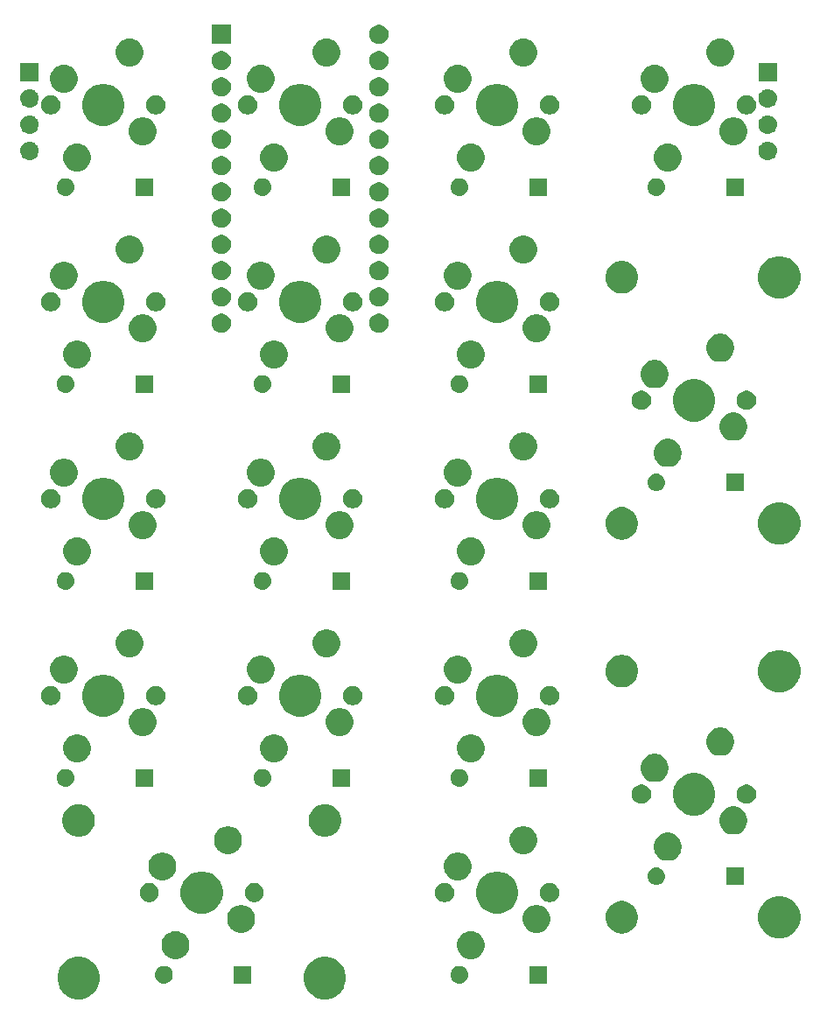
<source format=gbr>
G04 #@! TF.GenerationSoftware,KiCad,Pcbnew,(5.1.4)-1*
G04 #@! TF.CreationDate,2021-01-04T02:31:35-06:00*
G04 #@! TF.ProjectId,65Numpad,36354e75-6d70-4616-942e-6b696361645f,rev?*
G04 #@! TF.SameCoordinates,Original*
G04 #@! TF.FileFunction,Soldermask,Bot*
G04 #@! TF.FilePolarity,Negative*
%FSLAX46Y46*%
G04 Gerber Fmt 4.6, Leading zero omitted, Abs format (unit mm)*
G04 Created by KiCad (PCBNEW (5.1.4)-1) date 2021-01-04 02:31:35*
%MOMM*%
%LPD*%
G04 APERTURE LIST*
%ADD10C,0.100000*%
G04 APERTURE END LIST*
D10*
G36*
X360958974Y-141226184D02*
G01*
X361176974Y-141316483D01*
X361331123Y-141380333D01*
X361666048Y-141604123D01*
X361950877Y-141888952D01*
X362174667Y-142223877D01*
X362174667Y-142223878D01*
X362328816Y-142596026D01*
X362407400Y-142991094D01*
X362407400Y-143393906D01*
X362328816Y-143788974D01*
X362238517Y-144006974D01*
X362174667Y-144161123D01*
X361950877Y-144496048D01*
X361666048Y-144780877D01*
X361331123Y-145004667D01*
X361176974Y-145068517D01*
X360958974Y-145158816D01*
X360563906Y-145237400D01*
X360161094Y-145237400D01*
X359766026Y-145158816D01*
X359548026Y-145068517D01*
X359393877Y-145004667D01*
X359058952Y-144780877D01*
X358774123Y-144496048D01*
X358550333Y-144161123D01*
X358486483Y-144006974D01*
X358396184Y-143788974D01*
X358317600Y-143393906D01*
X358317600Y-142991094D01*
X358396184Y-142596026D01*
X358550333Y-142223878D01*
X358550333Y-142223877D01*
X358774123Y-141888952D01*
X359058952Y-141604123D01*
X359393877Y-141380333D01*
X359548026Y-141316483D01*
X359766026Y-141226184D01*
X360161094Y-141147600D01*
X360563906Y-141147600D01*
X360958974Y-141226184D01*
X360958974Y-141226184D01*
G37*
G36*
X337146474Y-141226184D02*
G01*
X337364474Y-141316483D01*
X337518623Y-141380333D01*
X337853548Y-141604123D01*
X338138377Y-141888952D01*
X338362167Y-142223877D01*
X338362167Y-142223878D01*
X338516316Y-142596026D01*
X338594900Y-142991094D01*
X338594900Y-143393906D01*
X338516316Y-143788974D01*
X338426017Y-144006974D01*
X338362167Y-144161123D01*
X338138377Y-144496048D01*
X337853548Y-144780877D01*
X337518623Y-145004667D01*
X337364474Y-145068517D01*
X337146474Y-145158816D01*
X336751406Y-145237400D01*
X336348594Y-145237400D01*
X335953526Y-145158816D01*
X335735526Y-145068517D01*
X335581377Y-145004667D01*
X335246452Y-144780877D01*
X334961623Y-144496048D01*
X334737833Y-144161123D01*
X334673983Y-144006974D01*
X334583684Y-143788974D01*
X334505100Y-143393906D01*
X334505100Y-142991094D01*
X334583684Y-142596026D01*
X334737833Y-142223878D01*
X334737833Y-142223877D01*
X334961623Y-141888952D01*
X335246452Y-141604123D01*
X335581377Y-141380333D01*
X335735526Y-141316483D01*
X335953526Y-141226184D01*
X336348594Y-141147600D01*
X336751406Y-141147600D01*
X337146474Y-141226184D01*
X337146474Y-141226184D01*
G37*
G36*
X373546823Y-142036313D02*
G01*
X373707242Y-142084976D01*
X373839906Y-142155886D01*
X373855078Y-142163996D01*
X373984659Y-142270341D01*
X374091004Y-142399922D01*
X374091005Y-142399924D01*
X374170024Y-142547758D01*
X374218687Y-142708177D01*
X374235117Y-142875000D01*
X374218687Y-143041823D01*
X374170024Y-143202242D01*
X374099114Y-143334906D01*
X374091004Y-143350078D01*
X373984659Y-143479659D01*
X373855078Y-143586004D01*
X373855076Y-143586005D01*
X373707242Y-143665024D01*
X373546823Y-143713687D01*
X373421804Y-143726000D01*
X373338196Y-143726000D01*
X373213177Y-143713687D01*
X373052758Y-143665024D01*
X372904924Y-143586005D01*
X372904922Y-143586004D01*
X372775341Y-143479659D01*
X372668996Y-143350078D01*
X372660886Y-143334906D01*
X372589976Y-143202242D01*
X372541313Y-143041823D01*
X372524883Y-142875000D01*
X372541313Y-142708177D01*
X372589976Y-142547758D01*
X372668995Y-142399924D01*
X372668996Y-142399922D01*
X372775341Y-142270341D01*
X372904922Y-142163996D01*
X372920094Y-142155886D01*
X373052758Y-142084976D01*
X373213177Y-142036313D01*
X373338196Y-142024000D01*
X373421804Y-142024000D01*
X373546823Y-142036313D01*
X373546823Y-142036313D01*
G37*
G36*
X353276000Y-143726000D02*
G01*
X351574000Y-143726000D01*
X351574000Y-142024000D01*
X353276000Y-142024000D01*
X353276000Y-143726000D01*
X353276000Y-143726000D01*
G37*
G36*
X344971823Y-142036313D02*
G01*
X345132242Y-142084976D01*
X345264906Y-142155886D01*
X345280078Y-142163996D01*
X345409659Y-142270341D01*
X345516004Y-142399922D01*
X345516005Y-142399924D01*
X345595024Y-142547758D01*
X345643687Y-142708177D01*
X345660117Y-142875000D01*
X345643687Y-143041823D01*
X345595024Y-143202242D01*
X345524114Y-143334906D01*
X345516004Y-143350078D01*
X345409659Y-143479659D01*
X345280078Y-143586004D01*
X345280076Y-143586005D01*
X345132242Y-143665024D01*
X344971823Y-143713687D01*
X344846804Y-143726000D01*
X344763196Y-143726000D01*
X344638177Y-143713687D01*
X344477758Y-143665024D01*
X344329924Y-143586005D01*
X344329922Y-143586004D01*
X344200341Y-143479659D01*
X344093996Y-143350078D01*
X344085886Y-143334906D01*
X344014976Y-143202242D01*
X343966313Y-143041823D01*
X343949883Y-142875000D01*
X343966313Y-142708177D01*
X344014976Y-142547758D01*
X344093995Y-142399924D01*
X344093996Y-142399922D01*
X344200341Y-142270341D01*
X344329922Y-142163996D01*
X344345094Y-142155886D01*
X344477758Y-142084976D01*
X344638177Y-142036313D01*
X344763196Y-142024000D01*
X344846804Y-142024000D01*
X344971823Y-142036313D01*
X344971823Y-142036313D01*
G37*
G36*
X381851000Y-143726000D02*
G01*
X380149000Y-143726000D01*
X380149000Y-142024000D01*
X381851000Y-142024000D01*
X381851000Y-143726000D01*
X381851000Y-143726000D01*
G37*
G36*
X374865610Y-138714497D02*
G01*
X374885322Y-138718418D01*
X375131189Y-138820259D01*
X375352462Y-138968110D01*
X375540640Y-139156288D01*
X375688491Y-139377561D01*
X375790332Y-139623428D01*
X375842250Y-139884438D01*
X375842250Y-140150562D01*
X375790332Y-140411572D01*
X375688491Y-140657439D01*
X375540640Y-140878712D01*
X375352462Y-141066890D01*
X375131189Y-141214741D01*
X375131188Y-141214742D01*
X375131187Y-141214742D01*
X374885322Y-141316582D01*
X374624313Y-141368500D01*
X374358187Y-141368500D01*
X374097178Y-141316582D01*
X373851313Y-141214742D01*
X373851312Y-141214742D01*
X373851311Y-141214741D01*
X373630038Y-141066890D01*
X373441860Y-140878712D01*
X373294009Y-140657439D01*
X373192168Y-140411572D01*
X373140250Y-140150562D01*
X373140250Y-139884438D01*
X373192168Y-139623428D01*
X373294009Y-139377561D01*
X373441860Y-139156288D01*
X373630038Y-138968110D01*
X373851311Y-138820259D01*
X374097178Y-138718418D01*
X374116890Y-138714497D01*
X374358187Y-138666500D01*
X374624313Y-138666500D01*
X374865610Y-138714497D01*
X374865610Y-138714497D01*
G37*
G36*
X346290610Y-138714497D02*
G01*
X346310322Y-138718418D01*
X346556189Y-138820259D01*
X346777462Y-138968110D01*
X346965640Y-139156288D01*
X347113491Y-139377561D01*
X347215332Y-139623428D01*
X347267250Y-139884438D01*
X347267250Y-140150562D01*
X347215332Y-140411572D01*
X347113491Y-140657439D01*
X346965640Y-140878712D01*
X346777462Y-141066890D01*
X346556189Y-141214741D01*
X346556188Y-141214742D01*
X346556187Y-141214742D01*
X346310322Y-141316582D01*
X346049313Y-141368500D01*
X345783187Y-141368500D01*
X345522178Y-141316582D01*
X345276313Y-141214742D01*
X345276312Y-141214742D01*
X345276311Y-141214741D01*
X345055038Y-141066890D01*
X344866860Y-140878712D01*
X344719009Y-140657439D01*
X344617168Y-140411572D01*
X344565250Y-140150562D01*
X344565250Y-139884438D01*
X344617168Y-139623428D01*
X344719009Y-139377561D01*
X344866860Y-139156288D01*
X345055038Y-138968110D01*
X345276311Y-138820259D01*
X345522178Y-138718418D01*
X345541890Y-138714497D01*
X345783187Y-138666500D01*
X346049313Y-138666500D01*
X346290610Y-138714497D01*
X346290610Y-138714497D01*
G37*
G36*
X404932724Y-135352434D02*
G01*
X405150724Y-135442733D01*
X405304873Y-135506583D01*
X405639798Y-135730373D01*
X405924627Y-136015202D01*
X406148417Y-136350127D01*
X406148417Y-136350128D01*
X406302566Y-136722276D01*
X406381150Y-137117344D01*
X406381150Y-137520156D01*
X406302566Y-137915224D01*
X406240613Y-138064791D01*
X406148417Y-138287373D01*
X405924627Y-138622298D01*
X405639798Y-138907127D01*
X405304873Y-139130917D01*
X405243619Y-139156289D01*
X404932724Y-139285066D01*
X404537656Y-139363650D01*
X404134844Y-139363650D01*
X403739776Y-139285066D01*
X403428881Y-139156289D01*
X403367627Y-139130917D01*
X403032702Y-138907127D01*
X402747873Y-138622298D01*
X402524083Y-138287373D01*
X402431887Y-138064791D01*
X402369934Y-137915224D01*
X402291350Y-137520156D01*
X402291350Y-137117344D01*
X402369934Y-136722276D01*
X402524083Y-136350128D01*
X402524083Y-136350127D01*
X402747873Y-136015202D01*
X403032702Y-135730373D01*
X403367627Y-135506583D01*
X403521776Y-135442733D01*
X403739776Y-135352434D01*
X404134844Y-135273850D01*
X404537656Y-135273850D01*
X404932724Y-135352434D01*
X404932724Y-135352434D01*
G37*
G36*
X389403517Y-135774013D02*
G01*
X389555661Y-135804276D01*
X389674387Y-135853454D01*
X389842291Y-135923002D01*
X389842292Y-135923003D01*
X390100254Y-136095367D01*
X390319633Y-136314746D01*
X390343274Y-136350128D01*
X390491998Y-136572709D01*
X390510049Y-136616288D01*
X390610724Y-136859339D01*
X390620738Y-136909682D01*
X390671250Y-137163625D01*
X390671250Y-137473875D01*
X390610724Y-137778160D01*
X390491998Y-138064791D01*
X390491997Y-138064792D01*
X390319633Y-138322754D01*
X390100254Y-138542133D01*
X389980278Y-138622298D01*
X389842291Y-138714498D01*
X389692406Y-138776582D01*
X389555661Y-138833224D01*
X389403517Y-138863487D01*
X389251375Y-138893750D01*
X388941125Y-138893750D01*
X388788983Y-138863487D01*
X388636839Y-138833224D01*
X388500094Y-138776582D01*
X388350209Y-138714498D01*
X388212222Y-138622298D01*
X388092246Y-138542133D01*
X387872867Y-138322754D01*
X387700503Y-138064792D01*
X387700502Y-138064791D01*
X387581776Y-137778160D01*
X387521250Y-137473875D01*
X387521250Y-137163625D01*
X387571762Y-136909682D01*
X387581776Y-136859339D01*
X387682451Y-136616288D01*
X387700502Y-136572709D01*
X387849226Y-136350128D01*
X387872867Y-136314746D01*
X388092246Y-136095367D01*
X388350208Y-135923003D01*
X388350209Y-135923002D01*
X388518113Y-135853454D01*
X388636839Y-135804276D01*
X388788983Y-135774013D01*
X388941125Y-135743750D01*
X389251375Y-135743750D01*
X389403517Y-135774013D01*
X389403517Y-135774013D01*
G37*
G36*
X352660322Y-136178418D02*
G01*
X352820912Y-136244936D01*
X352906189Y-136280259D01*
X353127462Y-136428110D01*
X353315640Y-136616288D01*
X353408375Y-136755074D01*
X353463492Y-136837563D01*
X353565332Y-137083428D01*
X353617250Y-137344437D01*
X353617250Y-137610563D01*
X353565332Y-137871572D01*
X353463492Y-138117437D01*
X353315641Y-138338711D01*
X353127461Y-138526891D01*
X353017578Y-138600313D01*
X352906189Y-138674741D01*
X352906188Y-138674742D01*
X352906187Y-138674742D01*
X352660322Y-138776582D01*
X352399313Y-138828500D01*
X352133187Y-138828500D01*
X351872178Y-138776582D01*
X351626313Y-138674742D01*
X351626312Y-138674742D01*
X351626311Y-138674741D01*
X351514922Y-138600313D01*
X351405039Y-138526891D01*
X351216859Y-138338711D01*
X351069008Y-138117437D01*
X350967168Y-137871572D01*
X350915250Y-137610563D01*
X350915250Y-137344437D01*
X350967168Y-137083428D01*
X351069008Y-136837563D01*
X351124126Y-136755074D01*
X351216860Y-136616288D01*
X351405038Y-136428110D01*
X351626311Y-136280259D01*
X351711589Y-136244936D01*
X351872178Y-136178418D01*
X352133187Y-136126500D01*
X352399313Y-136126500D01*
X352660322Y-136178418D01*
X352660322Y-136178418D01*
G37*
G36*
X381235322Y-136178418D02*
G01*
X381395912Y-136244936D01*
X381481189Y-136280259D01*
X381702462Y-136428110D01*
X381890640Y-136616288D01*
X381983375Y-136755074D01*
X382038492Y-136837563D01*
X382140332Y-137083428D01*
X382192250Y-137344437D01*
X382192250Y-137610563D01*
X382140332Y-137871572D01*
X382038492Y-138117437D01*
X381890641Y-138338711D01*
X381702461Y-138526891D01*
X381592578Y-138600313D01*
X381481189Y-138674741D01*
X381481188Y-138674742D01*
X381481187Y-138674742D01*
X381235322Y-138776582D01*
X380974313Y-138828500D01*
X380708187Y-138828500D01*
X380447178Y-138776582D01*
X380201313Y-138674742D01*
X380201312Y-138674742D01*
X380201311Y-138674741D01*
X380089922Y-138600313D01*
X379980039Y-138526891D01*
X379791859Y-138338711D01*
X379644008Y-138117437D01*
X379542168Y-137871572D01*
X379490250Y-137610563D01*
X379490250Y-137344437D01*
X379542168Y-137083428D01*
X379644008Y-136837563D01*
X379699126Y-136755074D01*
X379791860Y-136616288D01*
X379980038Y-136428110D01*
X380201311Y-136280259D01*
X380286589Y-136244936D01*
X380447178Y-136178418D01*
X380708187Y-136126500D01*
X380974313Y-136126500D01*
X381235322Y-136178418D01*
X381235322Y-136178418D01*
G37*
G36*
X377629504Y-132965318D02*
G01*
X378002761Y-133119926D01*
X378002763Y-133119927D01*
X378338686Y-133344384D01*
X378624366Y-133630064D01*
X378703503Y-133748500D01*
X378848824Y-133965989D01*
X379003432Y-134339246D01*
X379082250Y-134735493D01*
X379082250Y-135139507D01*
X379003432Y-135535754D01*
X378850020Y-135906123D01*
X378848823Y-135909013D01*
X378624366Y-136244936D01*
X378338686Y-136530616D01*
X378002763Y-136755073D01*
X378002762Y-136755074D01*
X378002761Y-136755074D01*
X377629504Y-136909682D01*
X377233257Y-136988500D01*
X376829243Y-136988500D01*
X376432996Y-136909682D01*
X376059739Y-136755074D01*
X376059738Y-136755074D01*
X376059737Y-136755073D01*
X375723814Y-136530616D01*
X375438134Y-136244936D01*
X375213677Y-135909013D01*
X375212480Y-135906123D01*
X375059068Y-135535754D01*
X374980250Y-135139507D01*
X374980250Y-134735493D01*
X375059068Y-134339246D01*
X375213676Y-133965989D01*
X375358998Y-133748500D01*
X375438134Y-133630064D01*
X375723814Y-133344384D01*
X376059737Y-133119927D01*
X376059739Y-133119926D01*
X376432996Y-132965318D01*
X376829243Y-132886500D01*
X377233257Y-132886500D01*
X377629504Y-132965318D01*
X377629504Y-132965318D01*
G37*
G36*
X349052724Y-132971184D02*
G01*
X349212677Y-133037439D01*
X349424873Y-133125333D01*
X349759798Y-133349123D01*
X350044627Y-133633952D01*
X350268417Y-133968877D01*
X350300812Y-134047086D01*
X350422566Y-134341026D01*
X350501150Y-134736094D01*
X350501150Y-135138906D01*
X350422566Y-135533974D01*
X350371701Y-135656772D01*
X350268417Y-135906123D01*
X350044627Y-136241048D01*
X349759798Y-136525877D01*
X349424873Y-136749667D01*
X349270724Y-136813517D01*
X349052724Y-136903816D01*
X348657656Y-136982400D01*
X348254844Y-136982400D01*
X347859776Y-136903816D01*
X347641776Y-136813517D01*
X347487627Y-136749667D01*
X347152702Y-136525877D01*
X346867873Y-136241048D01*
X346644083Y-135906123D01*
X346540799Y-135656772D01*
X346489934Y-135533974D01*
X346411350Y-135138906D01*
X346411350Y-134736094D01*
X346489934Y-134341026D01*
X346611688Y-134047086D01*
X346644083Y-133968877D01*
X346867873Y-133633952D01*
X347152702Y-133349123D01*
X347487627Y-133125333D01*
X347699823Y-133037439D01*
X347859776Y-132971184D01*
X348254844Y-132892600D01*
X348657656Y-132892600D01*
X349052724Y-132971184D01*
X349052724Y-132971184D01*
G37*
G36*
X372221354Y-134047085D02*
G01*
X372389876Y-134116889D01*
X372541541Y-134218228D01*
X372670522Y-134347209D01*
X372771861Y-134498874D01*
X372841665Y-134667396D01*
X372877250Y-134846297D01*
X372877250Y-135028703D01*
X372841665Y-135207604D01*
X372771861Y-135376126D01*
X372670522Y-135527791D01*
X372541541Y-135656772D01*
X372389876Y-135758111D01*
X372221354Y-135827915D01*
X372042453Y-135863500D01*
X371860047Y-135863500D01*
X371681146Y-135827915D01*
X371512624Y-135758111D01*
X371360959Y-135656772D01*
X371231978Y-135527791D01*
X371130639Y-135376126D01*
X371060835Y-135207604D01*
X371025250Y-135028703D01*
X371025250Y-134846297D01*
X371060835Y-134667396D01*
X371130639Y-134498874D01*
X371231978Y-134347209D01*
X371360959Y-134218228D01*
X371512624Y-134116889D01*
X371681146Y-134047085D01*
X371860047Y-134011500D01*
X372042453Y-134011500D01*
X372221354Y-134047085D01*
X372221354Y-134047085D01*
G37*
G36*
X343646354Y-134047085D02*
G01*
X343814876Y-134116889D01*
X343966541Y-134218228D01*
X344095522Y-134347209D01*
X344196861Y-134498874D01*
X344266665Y-134667396D01*
X344302250Y-134846297D01*
X344302250Y-135028703D01*
X344266665Y-135207604D01*
X344196861Y-135376126D01*
X344095522Y-135527791D01*
X343966541Y-135656772D01*
X343814876Y-135758111D01*
X343646354Y-135827915D01*
X343467453Y-135863500D01*
X343285047Y-135863500D01*
X343106146Y-135827915D01*
X342937624Y-135758111D01*
X342785959Y-135656772D01*
X342656978Y-135527791D01*
X342555639Y-135376126D01*
X342485835Y-135207604D01*
X342450250Y-135028703D01*
X342450250Y-134846297D01*
X342485835Y-134667396D01*
X342555639Y-134498874D01*
X342656978Y-134347209D01*
X342785959Y-134218228D01*
X342937624Y-134116889D01*
X343106146Y-134047085D01*
X343285047Y-134011500D01*
X343467453Y-134011500D01*
X343646354Y-134047085D01*
X343646354Y-134047085D01*
G37*
G36*
X353806354Y-134047085D02*
G01*
X353974876Y-134116889D01*
X354126541Y-134218228D01*
X354255522Y-134347209D01*
X354356861Y-134498874D01*
X354426665Y-134667396D01*
X354462250Y-134846297D01*
X354462250Y-135028703D01*
X354426665Y-135207604D01*
X354356861Y-135376126D01*
X354255522Y-135527791D01*
X354126541Y-135656772D01*
X353974876Y-135758111D01*
X353806354Y-135827915D01*
X353627453Y-135863500D01*
X353445047Y-135863500D01*
X353266146Y-135827915D01*
X353097624Y-135758111D01*
X352945959Y-135656772D01*
X352816978Y-135527791D01*
X352715639Y-135376126D01*
X352645835Y-135207604D01*
X352610250Y-135028703D01*
X352610250Y-134846297D01*
X352645835Y-134667396D01*
X352715639Y-134498874D01*
X352816978Y-134347209D01*
X352945959Y-134218228D01*
X353097624Y-134116889D01*
X353266146Y-134047085D01*
X353445047Y-134011500D01*
X353627453Y-134011500D01*
X353806354Y-134047085D01*
X353806354Y-134047085D01*
G37*
G36*
X382381354Y-134047085D02*
G01*
X382549876Y-134116889D01*
X382701541Y-134218228D01*
X382830522Y-134347209D01*
X382931861Y-134498874D01*
X383001665Y-134667396D01*
X383037250Y-134846297D01*
X383037250Y-135028703D01*
X383001665Y-135207604D01*
X382931861Y-135376126D01*
X382830522Y-135527791D01*
X382701541Y-135656772D01*
X382549876Y-135758111D01*
X382381354Y-135827915D01*
X382202453Y-135863500D01*
X382020047Y-135863500D01*
X381841146Y-135827915D01*
X381672624Y-135758111D01*
X381520959Y-135656772D01*
X381391978Y-135527791D01*
X381290639Y-135376126D01*
X381220835Y-135207604D01*
X381185250Y-135028703D01*
X381185250Y-134846297D01*
X381220835Y-134667396D01*
X381290639Y-134498874D01*
X381391978Y-134347209D01*
X381520959Y-134218228D01*
X381672624Y-134116889D01*
X381841146Y-134047085D01*
X382020047Y-134011500D01*
X382202453Y-134011500D01*
X382381354Y-134047085D01*
X382381354Y-134047085D01*
G37*
G36*
X392596823Y-132511313D02*
G01*
X392757242Y-132559976D01*
X392889906Y-132630886D01*
X392905078Y-132638996D01*
X393034659Y-132745341D01*
X393141004Y-132874922D01*
X393141005Y-132874924D01*
X393220024Y-133022758D01*
X393220025Y-133022761D01*
X393229083Y-133052620D01*
X393268687Y-133183177D01*
X393285117Y-133350000D01*
X393268687Y-133516823D01*
X393220024Y-133677242D01*
X393149114Y-133809906D01*
X393141004Y-133825078D01*
X393034659Y-133954659D01*
X392905078Y-134061004D01*
X392905076Y-134061005D01*
X392757242Y-134140024D01*
X392596823Y-134188687D01*
X392471804Y-134201000D01*
X392388196Y-134201000D01*
X392263177Y-134188687D01*
X392102758Y-134140024D01*
X391954924Y-134061005D01*
X391954922Y-134061004D01*
X391825341Y-133954659D01*
X391718996Y-133825078D01*
X391710886Y-133809906D01*
X391639976Y-133677242D01*
X391591313Y-133516823D01*
X391574883Y-133350000D01*
X391591313Y-133183177D01*
X391630917Y-133052620D01*
X391639975Y-133022761D01*
X391639976Y-133022758D01*
X391718995Y-132874924D01*
X391718996Y-132874922D01*
X391825341Y-132745341D01*
X391954922Y-132638996D01*
X391970094Y-132630886D01*
X392102758Y-132559976D01*
X392263177Y-132511313D01*
X392388196Y-132499000D01*
X392471804Y-132499000D01*
X392596823Y-132511313D01*
X392596823Y-132511313D01*
G37*
G36*
X400901000Y-134201000D02*
G01*
X399199000Y-134201000D01*
X399199000Y-132499000D01*
X400901000Y-132499000D01*
X400901000Y-134201000D01*
X400901000Y-134201000D01*
G37*
G36*
X345040322Y-131098418D02*
G01*
X345122452Y-131132437D01*
X345286189Y-131200259D01*
X345298522Y-131208500D01*
X345507461Y-131348109D01*
X345695641Y-131536289D01*
X345843492Y-131757563D01*
X345945332Y-132003428D01*
X345997250Y-132264437D01*
X345997250Y-132530563D01*
X345945332Y-132791572D01*
X345910808Y-132874922D01*
X345843491Y-133037439D01*
X345695640Y-133258712D01*
X345507462Y-133446890D01*
X345286189Y-133594741D01*
X345286188Y-133594742D01*
X345286187Y-133594742D01*
X345040322Y-133696582D01*
X344779313Y-133748500D01*
X344513187Y-133748500D01*
X344252178Y-133696582D01*
X344006313Y-133594742D01*
X344006312Y-133594742D01*
X344006311Y-133594741D01*
X343785038Y-133446890D01*
X343596860Y-133258712D01*
X343449009Y-133037439D01*
X343381693Y-132874922D01*
X343347168Y-132791572D01*
X343295250Y-132530563D01*
X343295250Y-132264437D01*
X343347168Y-132003428D01*
X343449008Y-131757563D01*
X343596859Y-131536289D01*
X343785039Y-131348109D01*
X343993978Y-131208500D01*
X344006311Y-131200259D01*
X344170049Y-131132437D01*
X344252178Y-131098418D01*
X344513187Y-131046500D01*
X344779313Y-131046500D01*
X345040322Y-131098418D01*
X345040322Y-131098418D01*
G37*
G36*
X373615322Y-131098418D02*
G01*
X373697452Y-131132437D01*
X373861189Y-131200259D01*
X373873522Y-131208500D01*
X374082461Y-131348109D01*
X374270641Y-131536289D01*
X374418492Y-131757563D01*
X374520332Y-132003428D01*
X374572250Y-132264437D01*
X374572250Y-132530563D01*
X374520332Y-132791572D01*
X374485808Y-132874922D01*
X374418491Y-133037439D01*
X374270640Y-133258712D01*
X374082462Y-133446890D01*
X373861189Y-133594741D01*
X373861188Y-133594742D01*
X373861187Y-133594742D01*
X373615322Y-133696582D01*
X373354313Y-133748500D01*
X373088187Y-133748500D01*
X372827178Y-133696582D01*
X372581313Y-133594742D01*
X372581312Y-133594742D01*
X372581311Y-133594741D01*
X372360038Y-133446890D01*
X372171860Y-133258712D01*
X372024009Y-133037439D01*
X371956693Y-132874922D01*
X371922168Y-132791572D01*
X371870250Y-132530563D01*
X371870250Y-132264437D01*
X371922168Y-132003428D01*
X372024008Y-131757563D01*
X372171859Y-131536289D01*
X372360039Y-131348109D01*
X372568978Y-131208500D01*
X372581311Y-131200259D01*
X372745049Y-131132437D01*
X372827178Y-131098418D01*
X373088187Y-131046500D01*
X373354313Y-131046500D01*
X373615322Y-131098418D01*
X373615322Y-131098418D01*
G37*
G36*
X393935322Y-129193418D02*
G01*
X393993614Y-129217563D01*
X394181189Y-129295259D01*
X394260492Y-129348248D01*
X394402461Y-129443109D01*
X394590641Y-129631289D01*
X394738492Y-129852563D01*
X394840332Y-130098428D01*
X394892250Y-130359437D01*
X394892250Y-130625563D01*
X394840332Y-130886572D01*
X394770675Y-131054741D01*
X394738491Y-131132439D01*
X394590640Y-131353712D01*
X394402462Y-131541890D01*
X394181189Y-131689741D01*
X394181188Y-131689742D01*
X394181187Y-131689742D01*
X393935322Y-131791582D01*
X393674313Y-131843500D01*
X393408187Y-131843500D01*
X393147178Y-131791582D01*
X392901313Y-131689742D01*
X392901312Y-131689742D01*
X392901311Y-131689741D01*
X392680038Y-131541890D01*
X392491860Y-131353712D01*
X392344009Y-131132439D01*
X392311826Y-131054741D01*
X392242168Y-130886572D01*
X392190250Y-130625563D01*
X392190250Y-130359437D01*
X392242168Y-130098428D01*
X392344008Y-129852563D01*
X392491859Y-129631289D01*
X392680039Y-129443109D01*
X392822008Y-129348248D01*
X392901311Y-129295259D01*
X393088887Y-129217563D01*
X393147178Y-129193418D01*
X393408187Y-129141500D01*
X393674313Y-129141500D01*
X393935322Y-129193418D01*
X393935322Y-129193418D01*
G37*
G36*
X379965322Y-128558418D02*
G01*
X380047452Y-128592437D01*
X380211189Y-128660259D01*
X380268483Y-128698542D01*
X380432461Y-128808109D01*
X380620641Y-128996289D01*
X380768492Y-129217563D01*
X380804088Y-129303500D01*
X380870332Y-129463428D01*
X380922250Y-129724438D01*
X380922250Y-129990562D01*
X380870332Y-130251572D01*
X380768491Y-130497439D01*
X380620640Y-130718712D01*
X380432462Y-130906890D01*
X380211189Y-131054741D01*
X380211188Y-131054742D01*
X380211187Y-131054742D01*
X379965322Y-131156582D01*
X379704313Y-131208500D01*
X379438187Y-131208500D01*
X379177178Y-131156582D01*
X378931313Y-131054742D01*
X378931312Y-131054742D01*
X378931311Y-131054741D01*
X378710038Y-130906890D01*
X378521860Y-130718712D01*
X378374009Y-130497439D01*
X378272168Y-130251572D01*
X378220250Y-129990562D01*
X378220250Y-129724438D01*
X378272168Y-129463428D01*
X378338412Y-129303500D01*
X378374008Y-129217563D01*
X378521859Y-128996289D01*
X378710039Y-128808109D01*
X378874017Y-128698542D01*
X378931311Y-128660259D01*
X379095049Y-128592437D01*
X379177178Y-128558418D01*
X379438187Y-128506500D01*
X379704313Y-128506500D01*
X379965322Y-128558418D01*
X379965322Y-128558418D01*
G37*
G36*
X351390322Y-128558418D02*
G01*
X351472452Y-128592437D01*
X351636189Y-128660259D01*
X351693483Y-128698542D01*
X351857461Y-128808109D01*
X352045641Y-128996289D01*
X352193492Y-129217563D01*
X352229088Y-129303500D01*
X352295332Y-129463428D01*
X352347250Y-129724438D01*
X352347250Y-129990562D01*
X352295332Y-130251572D01*
X352193491Y-130497439D01*
X352045640Y-130718712D01*
X351857462Y-130906890D01*
X351636189Y-131054741D01*
X351636188Y-131054742D01*
X351636187Y-131054742D01*
X351390322Y-131156582D01*
X351129313Y-131208500D01*
X350863187Y-131208500D01*
X350602178Y-131156582D01*
X350356313Y-131054742D01*
X350356312Y-131054742D01*
X350356311Y-131054741D01*
X350135038Y-130906890D01*
X349946860Y-130718712D01*
X349799009Y-130497439D01*
X349697168Y-130251572D01*
X349645250Y-129990562D01*
X349645250Y-129724438D01*
X349697168Y-129463428D01*
X349763412Y-129303500D01*
X349799008Y-129217563D01*
X349946859Y-128996289D01*
X350135039Y-128808109D01*
X350299017Y-128698542D01*
X350356311Y-128660259D01*
X350520049Y-128592437D01*
X350602178Y-128558418D01*
X350863187Y-128506500D01*
X351129313Y-128506500D01*
X351390322Y-128558418D01*
X351390322Y-128558418D01*
G37*
G36*
X336857267Y-126407763D02*
G01*
X337009411Y-126438026D01*
X337128137Y-126487204D01*
X337296041Y-126556752D01*
X337296042Y-126556753D01*
X337554004Y-126729117D01*
X337773383Y-126948496D01*
X337868793Y-127091288D01*
X337945748Y-127206459D01*
X338064474Y-127493090D01*
X338125000Y-127797375D01*
X338125000Y-128107625D01*
X338064474Y-128411910D01*
X337945748Y-128698541D01*
X337945747Y-128698542D01*
X337773383Y-128956504D01*
X337554004Y-129175883D01*
X337491628Y-129217561D01*
X337296041Y-129348248D01*
X337128137Y-129417796D01*
X337009411Y-129466974D01*
X336705125Y-129527500D01*
X336394875Y-129527500D01*
X336090589Y-129466974D01*
X335971863Y-129417796D01*
X335803959Y-129348248D01*
X335608372Y-129217561D01*
X335545996Y-129175883D01*
X335326617Y-128956504D01*
X335154253Y-128698542D01*
X335154252Y-128698541D01*
X335035526Y-128411910D01*
X334975000Y-128107625D01*
X334975000Y-127797375D01*
X335035526Y-127493090D01*
X335154252Y-127206459D01*
X335231207Y-127091288D01*
X335326617Y-126948496D01*
X335545996Y-126729117D01*
X335803958Y-126556753D01*
X335803959Y-126556752D01*
X335971863Y-126487204D01*
X336090589Y-126438026D01*
X336242733Y-126407763D01*
X336394875Y-126377500D01*
X336705125Y-126377500D01*
X336857267Y-126407763D01*
X336857267Y-126407763D01*
G37*
G36*
X360669767Y-126407763D02*
G01*
X360821911Y-126438026D01*
X360940637Y-126487204D01*
X361108541Y-126556752D01*
X361108542Y-126556753D01*
X361366504Y-126729117D01*
X361585883Y-126948496D01*
X361681293Y-127091288D01*
X361758248Y-127206459D01*
X361876974Y-127493090D01*
X361937500Y-127797375D01*
X361937500Y-128107625D01*
X361876974Y-128411910D01*
X361758248Y-128698541D01*
X361758247Y-128698542D01*
X361585883Y-128956504D01*
X361366504Y-129175883D01*
X361304128Y-129217561D01*
X361108541Y-129348248D01*
X360940637Y-129417796D01*
X360821911Y-129466974D01*
X360517625Y-129527500D01*
X360207375Y-129527500D01*
X359903089Y-129466974D01*
X359784363Y-129417796D01*
X359616459Y-129348248D01*
X359420872Y-129217561D01*
X359358496Y-129175883D01*
X359139117Y-128956504D01*
X358966753Y-128698542D01*
X358966752Y-128698541D01*
X358848026Y-128411910D01*
X358787500Y-128107625D01*
X358787500Y-127797375D01*
X358848026Y-127493090D01*
X358966752Y-127206459D01*
X359043707Y-127091288D01*
X359139117Y-126948496D01*
X359358496Y-126729117D01*
X359616458Y-126556753D01*
X359616459Y-126556752D01*
X359784363Y-126487204D01*
X359903089Y-126438026D01*
X360055233Y-126407763D01*
X360207375Y-126377500D01*
X360517625Y-126377500D01*
X360669767Y-126407763D01*
X360669767Y-126407763D01*
G37*
G36*
X400285322Y-126653418D02*
G01*
X400468077Y-126729117D01*
X400531189Y-126755259D01*
X400642578Y-126829687D01*
X400752461Y-126903109D01*
X400940641Y-127091289D01*
X401088492Y-127312563D01*
X401190332Y-127558428D01*
X401242250Y-127819437D01*
X401242250Y-128085563D01*
X401190332Y-128346572D01*
X401088491Y-128592439D01*
X400940640Y-128813712D01*
X400752462Y-129001890D01*
X400531189Y-129149741D01*
X400531188Y-129149742D01*
X400531187Y-129149742D01*
X400285322Y-129251582D01*
X400024313Y-129303500D01*
X399758187Y-129303500D01*
X399497178Y-129251582D01*
X399251313Y-129149742D01*
X399251312Y-129149742D01*
X399251311Y-129149741D01*
X399030038Y-129001890D01*
X398841860Y-128813712D01*
X398694009Y-128592439D01*
X398592168Y-128346572D01*
X398540250Y-128085563D01*
X398540250Y-127819437D01*
X398592168Y-127558428D01*
X398694008Y-127312563D01*
X398841859Y-127091289D01*
X399030039Y-126903109D01*
X399139922Y-126829687D01*
X399251311Y-126755259D01*
X399314424Y-126729117D01*
X399497178Y-126653418D01*
X399758187Y-126601500D01*
X400024313Y-126601500D01*
X400285322Y-126653418D01*
X400285322Y-126653418D01*
G37*
G36*
X396677724Y-123446184D02*
G01*
X396837677Y-123512439D01*
X397049873Y-123600333D01*
X397384798Y-123824123D01*
X397669627Y-124108952D01*
X397893417Y-124443877D01*
X397925812Y-124522086D01*
X398047566Y-124816026D01*
X398126150Y-125211094D01*
X398126150Y-125613906D01*
X398047566Y-126008974D01*
X397996701Y-126131772D01*
X397893417Y-126381123D01*
X397669627Y-126716048D01*
X397384798Y-127000877D01*
X397049873Y-127224667D01*
X396895724Y-127288517D01*
X396677724Y-127378816D01*
X396282656Y-127457400D01*
X395879844Y-127457400D01*
X395484776Y-127378816D01*
X395266776Y-127288517D01*
X395112627Y-127224667D01*
X394777702Y-127000877D01*
X394492873Y-126716048D01*
X394269083Y-126381123D01*
X394165799Y-126131772D01*
X394114934Y-126008974D01*
X394036350Y-125613906D01*
X394036350Y-125211094D01*
X394114934Y-124816026D01*
X394236688Y-124522086D01*
X394269083Y-124443877D01*
X394492873Y-124108952D01*
X394777702Y-123824123D01*
X395112627Y-123600333D01*
X395324823Y-123512439D01*
X395484776Y-123446184D01*
X395879844Y-123367600D01*
X396282656Y-123367600D01*
X396677724Y-123446184D01*
X396677724Y-123446184D01*
G37*
G36*
X401431354Y-124522085D02*
G01*
X401599876Y-124591889D01*
X401751541Y-124693228D01*
X401880522Y-124822209D01*
X401981861Y-124973874D01*
X402051665Y-125142396D01*
X402087250Y-125321297D01*
X402087250Y-125503703D01*
X402051665Y-125682604D01*
X401981861Y-125851126D01*
X401880522Y-126002791D01*
X401751541Y-126131772D01*
X401599876Y-126233111D01*
X401431354Y-126302915D01*
X401252453Y-126338500D01*
X401070047Y-126338500D01*
X400891146Y-126302915D01*
X400722624Y-126233111D01*
X400570959Y-126131772D01*
X400441978Y-126002791D01*
X400340639Y-125851126D01*
X400270835Y-125682604D01*
X400235250Y-125503703D01*
X400235250Y-125321297D01*
X400270835Y-125142396D01*
X400340639Y-124973874D01*
X400441978Y-124822209D01*
X400570959Y-124693228D01*
X400722624Y-124591889D01*
X400891146Y-124522085D01*
X401070047Y-124486500D01*
X401252453Y-124486500D01*
X401431354Y-124522085D01*
X401431354Y-124522085D01*
G37*
G36*
X391271354Y-124522085D02*
G01*
X391439876Y-124591889D01*
X391591541Y-124693228D01*
X391720522Y-124822209D01*
X391821861Y-124973874D01*
X391891665Y-125142396D01*
X391927250Y-125321297D01*
X391927250Y-125503703D01*
X391891665Y-125682604D01*
X391821861Y-125851126D01*
X391720522Y-126002791D01*
X391591541Y-126131772D01*
X391439876Y-126233111D01*
X391271354Y-126302915D01*
X391092453Y-126338500D01*
X390910047Y-126338500D01*
X390731146Y-126302915D01*
X390562624Y-126233111D01*
X390410959Y-126131772D01*
X390281978Y-126002791D01*
X390180639Y-125851126D01*
X390110835Y-125682604D01*
X390075250Y-125503703D01*
X390075250Y-125321297D01*
X390110835Y-125142396D01*
X390180639Y-124973874D01*
X390281978Y-124822209D01*
X390410959Y-124693228D01*
X390562624Y-124591889D01*
X390731146Y-124522085D01*
X390910047Y-124486500D01*
X391092453Y-124486500D01*
X391271354Y-124522085D01*
X391271354Y-124522085D01*
G37*
G36*
X354496823Y-122986313D02*
G01*
X354657242Y-123034976D01*
X354789906Y-123105886D01*
X354805078Y-123113996D01*
X354934659Y-123220341D01*
X355041004Y-123349922D01*
X355041005Y-123349924D01*
X355120024Y-123497758D01*
X355120025Y-123497761D01*
X355129083Y-123527620D01*
X355168687Y-123658177D01*
X355185117Y-123825000D01*
X355168687Y-123991823D01*
X355120024Y-124152242D01*
X355049114Y-124284906D01*
X355041004Y-124300078D01*
X354934659Y-124429659D01*
X354805078Y-124536004D01*
X354805076Y-124536005D01*
X354657242Y-124615024D01*
X354496823Y-124663687D01*
X354371804Y-124676000D01*
X354288196Y-124676000D01*
X354163177Y-124663687D01*
X354002758Y-124615024D01*
X353854924Y-124536005D01*
X353854922Y-124536004D01*
X353725341Y-124429659D01*
X353618996Y-124300078D01*
X353610886Y-124284906D01*
X353539976Y-124152242D01*
X353491313Y-123991823D01*
X353474883Y-123825000D01*
X353491313Y-123658177D01*
X353530917Y-123527620D01*
X353539975Y-123497761D01*
X353539976Y-123497758D01*
X353618995Y-123349924D01*
X353618996Y-123349922D01*
X353725341Y-123220341D01*
X353854922Y-123113996D01*
X353870094Y-123105886D01*
X354002758Y-123034976D01*
X354163177Y-122986313D01*
X354288196Y-122974000D01*
X354371804Y-122974000D01*
X354496823Y-122986313D01*
X354496823Y-122986313D01*
G37*
G36*
X343751000Y-124676000D02*
G01*
X342049000Y-124676000D01*
X342049000Y-122974000D01*
X343751000Y-122974000D01*
X343751000Y-124676000D01*
X343751000Y-124676000D01*
G37*
G36*
X335446823Y-122986313D02*
G01*
X335607242Y-123034976D01*
X335739906Y-123105886D01*
X335755078Y-123113996D01*
X335884659Y-123220341D01*
X335991004Y-123349922D01*
X335991005Y-123349924D01*
X336070024Y-123497758D01*
X336070025Y-123497761D01*
X336079083Y-123527620D01*
X336118687Y-123658177D01*
X336135117Y-123825000D01*
X336118687Y-123991823D01*
X336070024Y-124152242D01*
X335999114Y-124284906D01*
X335991004Y-124300078D01*
X335884659Y-124429659D01*
X335755078Y-124536004D01*
X335755076Y-124536005D01*
X335607242Y-124615024D01*
X335446823Y-124663687D01*
X335321804Y-124676000D01*
X335238196Y-124676000D01*
X335113177Y-124663687D01*
X334952758Y-124615024D01*
X334804924Y-124536005D01*
X334804922Y-124536004D01*
X334675341Y-124429659D01*
X334568996Y-124300078D01*
X334560886Y-124284906D01*
X334489976Y-124152242D01*
X334441313Y-123991823D01*
X334424883Y-123825000D01*
X334441313Y-123658177D01*
X334480917Y-123527620D01*
X334489975Y-123497761D01*
X334489976Y-123497758D01*
X334568995Y-123349924D01*
X334568996Y-123349922D01*
X334675341Y-123220341D01*
X334804922Y-123113996D01*
X334820094Y-123105886D01*
X334952758Y-123034976D01*
X335113177Y-122986313D01*
X335238196Y-122974000D01*
X335321804Y-122974000D01*
X335446823Y-122986313D01*
X335446823Y-122986313D01*
G37*
G36*
X362801000Y-124676000D02*
G01*
X361099000Y-124676000D01*
X361099000Y-122974000D01*
X362801000Y-122974000D01*
X362801000Y-124676000D01*
X362801000Y-124676000D01*
G37*
G36*
X373546823Y-122986313D02*
G01*
X373707242Y-123034976D01*
X373839906Y-123105886D01*
X373855078Y-123113996D01*
X373984659Y-123220341D01*
X374091004Y-123349922D01*
X374091005Y-123349924D01*
X374170024Y-123497758D01*
X374170025Y-123497761D01*
X374179083Y-123527620D01*
X374218687Y-123658177D01*
X374235117Y-123825000D01*
X374218687Y-123991823D01*
X374170024Y-124152242D01*
X374099114Y-124284906D01*
X374091004Y-124300078D01*
X373984659Y-124429659D01*
X373855078Y-124536004D01*
X373855076Y-124536005D01*
X373707242Y-124615024D01*
X373546823Y-124663687D01*
X373421804Y-124676000D01*
X373338196Y-124676000D01*
X373213177Y-124663687D01*
X373052758Y-124615024D01*
X372904924Y-124536005D01*
X372904922Y-124536004D01*
X372775341Y-124429659D01*
X372668996Y-124300078D01*
X372660886Y-124284906D01*
X372589976Y-124152242D01*
X372541313Y-123991823D01*
X372524883Y-123825000D01*
X372541313Y-123658177D01*
X372580917Y-123527620D01*
X372589975Y-123497761D01*
X372589976Y-123497758D01*
X372668995Y-123349924D01*
X372668996Y-123349922D01*
X372775341Y-123220341D01*
X372904922Y-123113996D01*
X372920094Y-123105886D01*
X373052758Y-123034976D01*
X373213177Y-122986313D01*
X373338196Y-122974000D01*
X373421804Y-122974000D01*
X373546823Y-122986313D01*
X373546823Y-122986313D01*
G37*
G36*
X381851000Y-124676000D02*
G01*
X380149000Y-124676000D01*
X380149000Y-122974000D01*
X381851000Y-122974000D01*
X381851000Y-124676000D01*
X381851000Y-124676000D01*
G37*
G36*
X392665322Y-121573418D02*
G01*
X392747452Y-121607437D01*
X392911189Y-121675259D01*
X392923522Y-121683500D01*
X393132461Y-121823109D01*
X393320641Y-122011289D01*
X393468492Y-122232563D01*
X393570332Y-122478428D01*
X393622250Y-122739437D01*
X393622250Y-123005563D01*
X393570332Y-123266572D01*
X393535808Y-123349922D01*
X393468491Y-123512439D01*
X393320640Y-123733712D01*
X393132462Y-123921890D01*
X392911189Y-124069741D01*
X392911188Y-124069742D01*
X392911187Y-124069742D01*
X392665322Y-124171582D01*
X392404313Y-124223500D01*
X392138187Y-124223500D01*
X391877178Y-124171582D01*
X391631313Y-124069742D01*
X391631312Y-124069742D01*
X391631311Y-124069741D01*
X391410038Y-123921890D01*
X391221860Y-123733712D01*
X391074009Y-123512439D01*
X391006693Y-123349922D01*
X390972168Y-123266572D01*
X390920250Y-123005563D01*
X390920250Y-122739437D01*
X390972168Y-122478428D01*
X391074008Y-122232563D01*
X391221859Y-122011289D01*
X391410039Y-121823109D01*
X391618978Y-121683500D01*
X391631311Y-121675259D01*
X391795049Y-121607437D01*
X391877178Y-121573418D01*
X392138187Y-121521500D01*
X392404313Y-121521500D01*
X392665322Y-121573418D01*
X392665322Y-121573418D01*
G37*
G36*
X374885322Y-119668418D02*
G01*
X374943614Y-119692563D01*
X375131189Y-119770259D01*
X375143522Y-119778500D01*
X375352461Y-119918109D01*
X375540641Y-120106289D01*
X375688492Y-120327563D01*
X375790332Y-120573428D01*
X375842250Y-120834437D01*
X375842250Y-121100563D01*
X375790332Y-121361572D01*
X375720675Y-121529741D01*
X375688491Y-121607439D01*
X375540640Y-121828712D01*
X375352462Y-122016890D01*
X375131189Y-122164741D01*
X375131188Y-122164742D01*
X375131187Y-122164742D01*
X374885322Y-122266582D01*
X374624313Y-122318500D01*
X374358187Y-122318500D01*
X374097178Y-122266582D01*
X373851313Y-122164742D01*
X373851312Y-122164742D01*
X373851311Y-122164741D01*
X373630038Y-122016890D01*
X373441860Y-121828712D01*
X373294009Y-121607439D01*
X373261826Y-121529741D01*
X373192168Y-121361572D01*
X373140250Y-121100563D01*
X373140250Y-120834437D01*
X373192168Y-120573428D01*
X373294008Y-120327563D01*
X373441859Y-120106289D01*
X373630039Y-119918109D01*
X373838978Y-119778500D01*
X373851311Y-119770259D01*
X374038887Y-119692563D01*
X374097178Y-119668418D01*
X374358187Y-119616500D01*
X374624313Y-119616500D01*
X374885322Y-119668418D01*
X374885322Y-119668418D01*
G37*
G36*
X336785322Y-119668418D02*
G01*
X336843614Y-119692563D01*
X337031189Y-119770259D01*
X337043522Y-119778500D01*
X337252461Y-119918109D01*
X337440641Y-120106289D01*
X337588492Y-120327563D01*
X337690332Y-120573428D01*
X337742250Y-120834437D01*
X337742250Y-121100563D01*
X337690332Y-121361572D01*
X337620675Y-121529741D01*
X337588491Y-121607439D01*
X337440640Y-121828712D01*
X337252462Y-122016890D01*
X337031189Y-122164741D01*
X337031188Y-122164742D01*
X337031187Y-122164742D01*
X336785322Y-122266582D01*
X336524313Y-122318500D01*
X336258187Y-122318500D01*
X335997178Y-122266582D01*
X335751313Y-122164742D01*
X335751312Y-122164742D01*
X335751311Y-122164741D01*
X335530038Y-122016890D01*
X335341860Y-121828712D01*
X335194009Y-121607439D01*
X335161826Y-121529741D01*
X335092168Y-121361572D01*
X335040250Y-121100563D01*
X335040250Y-120834437D01*
X335092168Y-120573428D01*
X335194008Y-120327563D01*
X335341859Y-120106289D01*
X335530039Y-119918109D01*
X335738978Y-119778500D01*
X335751311Y-119770259D01*
X335938887Y-119692563D01*
X335997178Y-119668418D01*
X336258187Y-119616500D01*
X336524313Y-119616500D01*
X336785322Y-119668418D01*
X336785322Y-119668418D01*
G37*
G36*
X355835322Y-119668418D02*
G01*
X355893614Y-119692563D01*
X356081189Y-119770259D01*
X356093522Y-119778500D01*
X356302461Y-119918109D01*
X356490641Y-120106289D01*
X356638492Y-120327563D01*
X356740332Y-120573428D01*
X356792250Y-120834437D01*
X356792250Y-121100563D01*
X356740332Y-121361572D01*
X356670675Y-121529741D01*
X356638491Y-121607439D01*
X356490640Y-121828712D01*
X356302462Y-122016890D01*
X356081189Y-122164741D01*
X356081188Y-122164742D01*
X356081187Y-122164742D01*
X355835322Y-122266582D01*
X355574313Y-122318500D01*
X355308187Y-122318500D01*
X355047178Y-122266582D01*
X354801313Y-122164742D01*
X354801312Y-122164742D01*
X354801311Y-122164741D01*
X354580038Y-122016890D01*
X354391860Y-121828712D01*
X354244009Y-121607439D01*
X354211826Y-121529741D01*
X354142168Y-121361572D01*
X354090250Y-121100563D01*
X354090250Y-120834437D01*
X354142168Y-120573428D01*
X354244008Y-120327563D01*
X354391859Y-120106289D01*
X354580039Y-119918109D01*
X354788978Y-119778500D01*
X354801311Y-119770259D01*
X354988887Y-119692563D01*
X355047178Y-119668418D01*
X355308187Y-119616500D01*
X355574313Y-119616500D01*
X355835322Y-119668418D01*
X355835322Y-119668418D01*
G37*
G36*
X399015322Y-119033418D02*
G01*
X399097452Y-119067437D01*
X399261189Y-119135259D01*
X399372578Y-119209687D01*
X399482461Y-119283109D01*
X399670641Y-119471289D01*
X399818492Y-119692563D01*
X399854088Y-119778500D01*
X399920332Y-119938428D01*
X399972250Y-120199438D01*
X399972250Y-120465562D01*
X399920332Y-120726572D01*
X399818491Y-120972439D01*
X399670640Y-121193712D01*
X399482462Y-121381890D01*
X399261189Y-121529741D01*
X399261188Y-121529742D01*
X399261187Y-121529742D01*
X399015322Y-121631582D01*
X398754313Y-121683500D01*
X398488187Y-121683500D01*
X398227178Y-121631582D01*
X397981313Y-121529742D01*
X397981312Y-121529742D01*
X397981311Y-121529741D01*
X397760038Y-121381890D01*
X397571860Y-121193712D01*
X397424009Y-120972439D01*
X397322168Y-120726572D01*
X397270250Y-120465562D01*
X397270250Y-120199438D01*
X397322168Y-119938428D01*
X397388412Y-119778500D01*
X397424008Y-119692563D01*
X397571859Y-119471289D01*
X397760039Y-119283109D01*
X397869922Y-119209687D01*
X397981311Y-119135259D01*
X398145049Y-119067437D01*
X398227178Y-119033418D01*
X398488187Y-118981500D01*
X398754313Y-118981500D01*
X399015322Y-119033418D01*
X399015322Y-119033418D01*
G37*
G36*
X343135322Y-117128418D02*
G01*
X343295912Y-117194936D01*
X343381189Y-117230259D01*
X343602462Y-117378110D01*
X343790640Y-117566288D01*
X343938491Y-117787561D01*
X344040332Y-118033428D01*
X344092250Y-118294438D01*
X344092250Y-118560562D01*
X344040332Y-118821572D01*
X343938491Y-119067439D01*
X343790640Y-119288712D01*
X343602462Y-119476890D01*
X343381189Y-119624741D01*
X343381188Y-119624742D01*
X343381187Y-119624742D01*
X343135322Y-119726582D01*
X342874313Y-119778500D01*
X342608187Y-119778500D01*
X342347178Y-119726582D01*
X342101313Y-119624742D01*
X342101312Y-119624742D01*
X342101311Y-119624741D01*
X341880038Y-119476890D01*
X341691860Y-119288712D01*
X341544009Y-119067439D01*
X341442168Y-118821572D01*
X341390250Y-118560562D01*
X341390250Y-118294438D01*
X341442168Y-118033428D01*
X341544009Y-117787561D01*
X341691860Y-117566288D01*
X341880038Y-117378110D01*
X342101311Y-117230259D01*
X342186589Y-117194936D01*
X342347178Y-117128418D01*
X342608187Y-117076500D01*
X342874313Y-117076500D01*
X343135322Y-117128418D01*
X343135322Y-117128418D01*
G37*
G36*
X362185322Y-117128418D02*
G01*
X362345912Y-117194936D01*
X362431189Y-117230259D01*
X362652462Y-117378110D01*
X362840640Y-117566288D01*
X362988491Y-117787561D01*
X363090332Y-118033428D01*
X363142250Y-118294438D01*
X363142250Y-118560562D01*
X363090332Y-118821572D01*
X362988491Y-119067439D01*
X362840640Y-119288712D01*
X362652462Y-119476890D01*
X362431189Y-119624741D01*
X362431188Y-119624742D01*
X362431187Y-119624742D01*
X362185322Y-119726582D01*
X361924313Y-119778500D01*
X361658187Y-119778500D01*
X361397178Y-119726582D01*
X361151313Y-119624742D01*
X361151312Y-119624742D01*
X361151311Y-119624741D01*
X360930038Y-119476890D01*
X360741860Y-119288712D01*
X360594009Y-119067439D01*
X360492168Y-118821572D01*
X360440250Y-118560562D01*
X360440250Y-118294438D01*
X360492168Y-118033428D01*
X360594009Y-117787561D01*
X360741860Y-117566288D01*
X360930038Y-117378110D01*
X361151311Y-117230259D01*
X361236589Y-117194936D01*
X361397178Y-117128418D01*
X361658187Y-117076500D01*
X361924313Y-117076500D01*
X362185322Y-117128418D01*
X362185322Y-117128418D01*
G37*
G36*
X381235322Y-117128418D02*
G01*
X381395912Y-117194936D01*
X381481189Y-117230259D01*
X381702462Y-117378110D01*
X381890640Y-117566288D01*
X382038491Y-117787561D01*
X382140332Y-118033428D01*
X382192250Y-118294438D01*
X382192250Y-118560562D01*
X382140332Y-118821572D01*
X382038491Y-119067439D01*
X381890640Y-119288712D01*
X381702462Y-119476890D01*
X381481189Y-119624741D01*
X381481188Y-119624742D01*
X381481187Y-119624742D01*
X381235322Y-119726582D01*
X380974313Y-119778500D01*
X380708187Y-119778500D01*
X380447178Y-119726582D01*
X380201313Y-119624742D01*
X380201312Y-119624742D01*
X380201311Y-119624741D01*
X379980038Y-119476890D01*
X379791860Y-119288712D01*
X379644009Y-119067439D01*
X379542168Y-118821572D01*
X379490250Y-118560562D01*
X379490250Y-118294438D01*
X379542168Y-118033428D01*
X379644009Y-117787561D01*
X379791860Y-117566288D01*
X379980038Y-117378110D01*
X380201311Y-117230259D01*
X380286589Y-117194936D01*
X380447178Y-117128418D01*
X380708187Y-117076500D01*
X380974313Y-117076500D01*
X381235322Y-117128418D01*
X381235322Y-117128418D01*
G37*
G36*
X377629504Y-113915318D02*
G01*
X378002761Y-114069926D01*
X378002763Y-114069927D01*
X378338686Y-114294384D01*
X378624366Y-114580064D01*
X378777870Y-114809798D01*
X378848824Y-114915989D01*
X379003432Y-115289246D01*
X379082250Y-115685493D01*
X379082250Y-116089507D01*
X379003432Y-116485754D01*
X378867675Y-116813500D01*
X378848823Y-116859013D01*
X378624366Y-117194936D01*
X378338686Y-117480616D01*
X378002763Y-117705073D01*
X378002762Y-117705074D01*
X378002761Y-117705074D01*
X377629504Y-117859682D01*
X377233257Y-117938500D01*
X376829243Y-117938500D01*
X376432996Y-117859682D01*
X376059739Y-117705074D01*
X376059738Y-117705074D01*
X376059737Y-117705073D01*
X375723814Y-117480616D01*
X375438134Y-117194936D01*
X375213677Y-116859013D01*
X375194825Y-116813500D01*
X375059068Y-116485754D01*
X374980250Y-116089507D01*
X374980250Y-115685493D01*
X375059068Y-115289246D01*
X375213676Y-114915989D01*
X375284631Y-114809798D01*
X375438134Y-114580064D01*
X375723814Y-114294384D01*
X376059737Y-114069927D01*
X376059739Y-114069926D01*
X376432996Y-113915318D01*
X376829243Y-113836500D01*
X377233257Y-113836500D01*
X377629504Y-113915318D01*
X377629504Y-113915318D01*
G37*
G36*
X339529504Y-113915318D02*
G01*
X339902761Y-114069926D01*
X339902763Y-114069927D01*
X340238686Y-114294384D01*
X340524366Y-114580064D01*
X340677870Y-114809798D01*
X340748824Y-114915989D01*
X340903432Y-115289246D01*
X340982250Y-115685493D01*
X340982250Y-116089507D01*
X340903432Y-116485754D01*
X340767675Y-116813500D01*
X340748823Y-116859013D01*
X340524366Y-117194936D01*
X340238686Y-117480616D01*
X339902763Y-117705073D01*
X339902762Y-117705074D01*
X339902761Y-117705074D01*
X339529504Y-117859682D01*
X339133257Y-117938500D01*
X338729243Y-117938500D01*
X338332996Y-117859682D01*
X337959739Y-117705074D01*
X337959738Y-117705074D01*
X337959737Y-117705073D01*
X337623814Y-117480616D01*
X337338134Y-117194936D01*
X337113677Y-116859013D01*
X337094825Y-116813500D01*
X336959068Y-116485754D01*
X336880250Y-116089507D01*
X336880250Y-115685493D01*
X336959068Y-115289246D01*
X337113676Y-114915989D01*
X337184631Y-114809798D01*
X337338134Y-114580064D01*
X337623814Y-114294384D01*
X337959737Y-114069927D01*
X337959739Y-114069926D01*
X338332996Y-113915318D01*
X338729243Y-113836500D01*
X339133257Y-113836500D01*
X339529504Y-113915318D01*
X339529504Y-113915318D01*
G37*
G36*
X358579504Y-113915318D02*
G01*
X358952761Y-114069926D01*
X358952763Y-114069927D01*
X359288686Y-114294384D01*
X359574366Y-114580064D01*
X359727870Y-114809798D01*
X359798824Y-114915989D01*
X359953432Y-115289246D01*
X360032250Y-115685493D01*
X360032250Y-116089507D01*
X359953432Y-116485754D01*
X359817675Y-116813500D01*
X359798823Y-116859013D01*
X359574366Y-117194936D01*
X359288686Y-117480616D01*
X358952763Y-117705073D01*
X358952762Y-117705074D01*
X358952761Y-117705074D01*
X358579504Y-117859682D01*
X358183257Y-117938500D01*
X357779243Y-117938500D01*
X357382996Y-117859682D01*
X357009739Y-117705074D01*
X357009738Y-117705074D01*
X357009737Y-117705073D01*
X356673814Y-117480616D01*
X356388134Y-117194936D01*
X356163677Y-116859013D01*
X356144825Y-116813500D01*
X356009068Y-116485754D01*
X355930250Y-116089507D01*
X355930250Y-115685493D01*
X356009068Y-115289246D01*
X356163676Y-114915989D01*
X356234631Y-114809798D01*
X356388134Y-114580064D01*
X356673814Y-114294384D01*
X357009737Y-114069927D01*
X357009739Y-114069926D01*
X357382996Y-113915318D01*
X357779243Y-113836500D01*
X358183257Y-113836500D01*
X358579504Y-113915318D01*
X358579504Y-113915318D01*
G37*
G36*
X344281354Y-114997085D02*
G01*
X344449876Y-115066889D01*
X344601541Y-115168228D01*
X344730522Y-115297209D01*
X344831861Y-115448874D01*
X344901665Y-115617396D01*
X344937250Y-115796297D01*
X344937250Y-115978703D01*
X344901665Y-116157604D01*
X344831861Y-116326126D01*
X344730522Y-116477791D01*
X344601541Y-116606772D01*
X344449876Y-116708111D01*
X344281354Y-116777915D01*
X344102453Y-116813500D01*
X343920047Y-116813500D01*
X343741146Y-116777915D01*
X343572624Y-116708111D01*
X343420959Y-116606772D01*
X343291978Y-116477791D01*
X343190639Y-116326126D01*
X343120835Y-116157604D01*
X343085250Y-115978703D01*
X343085250Y-115796297D01*
X343120835Y-115617396D01*
X343190639Y-115448874D01*
X343291978Y-115297209D01*
X343420959Y-115168228D01*
X343572624Y-115066889D01*
X343741146Y-114997085D01*
X343920047Y-114961500D01*
X344102453Y-114961500D01*
X344281354Y-114997085D01*
X344281354Y-114997085D01*
G37*
G36*
X382381354Y-114997085D02*
G01*
X382549876Y-115066889D01*
X382701541Y-115168228D01*
X382830522Y-115297209D01*
X382931861Y-115448874D01*
X383001665Y-115617396D01*
X383037250Y-115796297D01*
X383037250Y-115978703D01*
X383001665Y-116157604D01*
X382931861Y-116326126D01*
X382830522Y-116477791D01*
X382701541Y-116606772D01*
X382549876Y-116708111D01*
X382381354Y-116777915D01*
X382202453Y-116813500D01*
X382020047Y-116813500D01*
X381841146Y-116777915D01*
X381672624Y-116708111D01*
X381520959Y-116606772D01*
X381391978Y-116477791D01*
X381290639Y-116326126D01*
X381220835Y-116157604D01*
X381185250Y-115978703D01*
X381185250Y-115796297D01*
X381220835Y-115617396D01*
X381290639Y-115448874D01*
X381391978Y-115297209D01*
X381520959Y-115168228D01*
X381672624Y-115066889D01*
X381841146Y-114997085D01*
X382020047Y-114961500D01*
X382202453Y-114961500D01*
X382381354Y-114997085D01*
X382381354Y-114997085D01*
G37*
G36*
X353171354Y-114997085D02*
G01*
X353339876Y-115066889D01*
X353491541Y-115168228D01*
X353620522Y-115297209D01*
X353721861Y-115448874D01*
X353791665Y-115617396D01*
X353827250Y-115796297D01*
X353827250Y-115978703D01*
X353791665Y-116157604D01*
X353721861Y-116326126D01*
X353620522Y-116477791D01*
X353491541Y-116606772D01*
X353339876Y-116708111D01*
X353171354Y-116777915D01*
X352992453Y-116813500D01*
X352810047Y-116813500D01*
X352631146Y-116777915D01*
X352462624Y-116708111D01*
X352310959Y-116606772D01*
X352181978Y-116477791D01*
X352080639Y-116326126D01*
X352010835Y-116157604D01*
X351975250Y-115978703D01*
X351975250Y-115796297D01*
X352010835Y-115617396D01*
X352080639Y-115448874D01*
X352181978Y-115297209D01*
X352310959Y-115168228D01*
X352462624Y-115066889D01*
X352631146Y-114997085D01*
X352810047Y-114961500D01*
X352992453Y-114961500D01*
X353171354Y-114997085D01*
X353171354Y-114997085D01*
G37*
G36*
X372221354Y-114997085D02*
G01*
X372389876Y-115066889D01*
X372541541Y-115168228D01*
X372670522Y-115297209D01*
X372771861Y-115448874D01*
X372841665Y-115617396D01*
X372877250Y-115796297D01*
X372877250Y-115978703D01*
X372841665Y-116157604D01*
X372771861Y-116326126D01*
X372670522Y-116477791D01*
X372541541Y-116606772D01*
X372389876Y-116708111D01*
X372221354Y-116777915D01*
X372042453Y-116813500D01*
X371860047Y-116813500D01*
X371681146Y-116777915D01*
X371512624Y-116708111D01*
X371360959Y-116606772D01*
X371231978Y-116477791D01*
X371130639Y-116326126D01*
X371060835Y-116157604D01*
X371025250Y-115978703D01*
X371025250Y-115796297D01*
X371060835Y-115617396D01*
X371130639Y-115448874D01*
X371231978Y-115297209D01*
X371360959Y-115168228D01*
X371512624Y-115066889D01*
X371681146Y-114997085D01*
X371860047Y-114961500D01*
X372042453Y-114961500D01*
X372221354Y-114997085D01*
X372221354Y-114997085D01*
G37*
G36*
X363331354Y-114997085D02*
G01*
X363499876Y-115066889D01*
X363651541Y-115168228D01*
X363780522Y-115297209D01*
X363881861Y-115448874D01*
X363951665Y-115617396D01*
X363987250Y-115796297D01*
X363987250Y-115978703D01*
X363951665Y-116157604D01*
X363881861Y-116326126D01*
X363780522Y-116477791D01*
X363651541Y-116606772D01*
X363499876Y-116708111D01*
X363331354Y-116777915D01*
X363152453Y-116813500D01*
X362970047Y-116813500D01*
X362791146Y-116777915D01*
X362622624Y-116708111D01*
X362470959Y-116606772D01*
X362341978Y-116477791D01*
X362240639Y-116326126D01*
X362170835Y-116157604D01*
X362135250Y-115978703D01*
X362135250Y-115796297D01*
X362170835Y-115617396D01*
X362240639Y-115448874D01*
X362341978Y-115297209D01*
X362470959Y-115168228D01*
X362622624Y-115066889D01*
X362791146Y-114997085D01*
X362970047Y-114961500D01*
X363152453Y-114961500D01*
X363331354Y-114997085D01*
X363331354Y-114997085D01*
G37*
G36*
X334121354Y-114997085D02*
G01*
X334289876Y-115066889D01*
X334441541Y-115168228D01*
X334570522Y-115297209D01*
X334671861Y-115448874D01*
X334741665Y-115617396D01*
X334777250Y-115796297D01*
X334777250Y-115978703D01*
X334741665Y-116157604D01*
X334671861Y-116326126D01*
X334570522Y-116477791D01*
X334441541Y-116606772D01*
X334289876Y-116708111D01*
X334121354Y-116777915D01*
X333942453Y-116813500D01*
X333760047Y-116813500D01*
X333581146Y-116777915D01*
X333412624Y-116708111D01*
X333260959Y-116606772D01*
X333131978Y-116477791D01*
X333030639Y-116326126D01*
X332960835Y-116157604D01*
X332925250Y-115978703D01*
X332925250Y-115796297D01*
X332960835Y-115617396D01*
X333030639Y-115448874D01*
X333131978Y-115297209D01*
X333260959Y-115168228D01*
X333412624Y-115066889D01*
X333581146Y-114997085D01*
X333760047Y-114961500D01*
X333942453Y-114961500D01*
X334121354Y-114997085D01*
X334121354Y-114997085D01*
G37*
G36*
X404932724Y-111539934D02*
G01*
X405150724Y-111630233D01*
X405304873Y-111694083D01*
X405639798Y-111917873D01*
X405924627Y-112202702D01*
X406148417Y-112537627D01*
X406148417Y-112537628D01*
X406302566Y-112909776D01*
X406381150Y-113304844D01*
X406381150Y-113707656D01*
X406302566Y-114102724D01*
X406258664Y-114208712D01*
X406148417Y-114474873D01*
X405924627Y-114809798D01*
X405639798Y-115094627D01*
X405304873Y-115318417D01*
X405150724Y-115382267D01*
X404932724Y-115472566D01*
X404537656Y-115551150D01*
X404134844Y-115551150D01*
X403739776Y-115472566D01*
X403521776Y-115382267D01*
X403367627Y-115318417D01*
X403032702Y-115094627D01*
X402747873Y-114809798D01*
X402524083Y-114474873D01*
X402413836Y-114208712D01*
X402369934Y-114102724D01*
X402291350Y-113707656D01*
X402291350Y-113304844D01*
X402369934Y-112909776D01*
X402524083Y-112537628D01*
X402524083Y-112537627D01*
X402747873Y-112202702D01*
X403032702Y-111917873D01*
X403367627Y-111694083D01*
X403521776Y-111630233D01*
X403739776Y-111539934D01*
X404134844Y-111461350D01*
X404537656Y-111461350D01*
X404932724Y-111539934D01*
X404932724Y-111539934D01*
G37*
G36*
X389403517Y-111961513D02*
G01*
X389555661Y-111991776D01*
X389674387Y-112040954D01*
X389842291Y-112110502D01*
X389842292Y-112110503D01*
X390100254Y-112282867D01*
X390319633Y-112502246D01*
X390343274Y-112537628D01*
X390491998Y-112760209D01*
X390553950Y-112909775D01*
X390610724Y-113046839D01*
X390671250Y-113351126D01*
X390671250Y-113661374D01*
X390620738Y-113915319D01*
X390610724Y-113965660D01*
X390491998Y-114252291D01*
X390491997Y-114252292D01*
X390319633Y-114510254D01*
X390100254Y-114729633D01*
X389980278Y-114809798D01*
X389842291Y-114901998D01*
X389698640Y-114961500D01*
X389555661Y-115020724D01*
X389251375Y-115081250D01*
X388941125Y-115081250D01*
X388636839Y-115020724D01*
X388493860Y-114961500D01*
X388350209Y-114901998D01*
X388212222Y-114809798D01*
X388092246Y-114729633D01*
X387872867Y-114510254D01*
X387700503Y-114252292D01*
X387700502Y-114252291D01*
X387581776Y-113965660D01*
X387571763Y-113915319D01*
X387521250Y-113661374D01*
X387521250Y-113351126D01*
X387581776Y-113046839D01*
X387638550Y-112909775D01*
X387700502Y-112760209D01*
X387849226Y-112537628D01*
X387872867Y-112502246D01*
X388092246Y-112282867D01*
X388350208Y-112110503D01*
X388350209Y-112110502D01*
X388518113Y-112040954D01*
X388636839Y-111991776D01*
X388788983Y-111961513D01*
X388941125Y-111931250D01*
X389251375Y-111931250D01*
X389403517Y-111961513D01*
X389403517Y-111961513D01*
G37*
G36*
X373615322Y-112048418D02*
G01*
X373861189Y-112150259D01*
X373873522Y-112158500D01*
X374082461Y-112298109D01*
X374270641Y-112486289D01*
X374418492Y-112707563D01*
X374520332Y-112953428D01*
X374572250Y-113214437D01*
X374572250Y-113480563D01*
X374527078Y-113707656D01*
X374520332Y-113741572D01*
X374418491Y-113987439D01*
X374270640Y-114208712D01*
X374082462Y-114396890D01*
X373861189Y-114544741D01*
X373861188Y-114544742D01*
X373861187Y-114544742D01*
X373615322Y-114646582D01*
X373354313Y-114698500D01*
X373088187Y-114698500D01*
X372827178Y-114646582D01*
X372581313Y-114544742D01*
X372581312Y-114544742D01*
X372581311Y-114544741D01*
X372360038Y-114396890D01*
X372171860Y-114208712D01*
X372024009Y-113987439D01*
X371922168Y-113741572D01*
X371915422Y-113707656D01*
X371870250Y-113480563D01*
X371870250Y-113214437D01*
X371922168Y-112953428D01*
X372024008Y-112707563D01*
X372171859Y-112486289D01*
X372360039Y-112298109D01*
X372568978Y-112158500D01*
X372581311Y-112150259D01*
X372827178Y-112048418D01*
X373088187Y-111996500D01*
X373354313Y-111996500D01*
X373615322Y-112048418D01*
X373615322Y-112048418D01*
G37*
G36*
X354565322Y-112048418D02*
G01*
X354811189Y-112150259D01*
X354823522Y-112158500D01*
X355032461Y-112298109D01*
X355220641Y-112486289D01*
X355368492Y-112707563D01*
X355470332Y-112953428D01*
X355522250Y-113214437D01*
X355522250Y-113480563D01*
X355477078Y-113707656D01*
X355470332Y-113741572D01*
X355368491Y-113987439D01*
X355220640Y-114208712D01*
X355032462Y-114396890D01*
X354811189Y-114544741D01*
X354811188Y-114544742D01*
X354811187Y-114544742D01*
X354565322Y-114646582D01*
X354304313Y-114698500D01*
X354038187Y-114698500D01*
X353777178Y-114646582D01*
X353531313Y-114544742D01*
X353531312Y-114544742D01*
X353531311Y-114544741D01*
X353310038Y-114396890D01*
X353121860Y-114208712D01*
X352974009Y-113987439D01*
X352872168Y-113741572D01*
X352865422Y-113707656D01*
X352820250Y-113480563D01*
X352820250Y-113214437D01*
X352872168Y-112953428D01*
X352974008Y-112707563D01*
X353121859Y-112486289D01*
X353310039Y-112298109D01*
X353518978Y-112158500D01*
X353531311Y-112150259D01*
X353777178Y-112048418D01*
X354038187Y-111996500D01*
X354304313Y-111996500D01*
X354565322Y-112048418D01*
X354565322Y-112048418D01*
G37*
G36*
X335515322Y-112048418D02*
G01*
X335761189Y-112150259D01*
X335773522Y-112158500D01*
X335982461Y-112298109D01*
X336170641Y-112486289D01*
X336318492Y-112707563D01*
X336420332Y-112953428D01*
X336472250Y-113214437D01*
X336472250Y-113480563D01*
X336427078Y-113707656D01*
X336420332Y-113741572D01*
X336318491Y-113987439D01*
X336170640Y-114208712D01*
X335982462Y-114396890D01*
X335761189Y-114544741D01*
X335761188Y-114544742D01*
X335761187Y-114544742D01*
X335515322Y-114646582D01*
X335254313Y-114698500D01*
X334988187Y-114698500D01*
X334727178Y-114646582D01*
X334481313Y-114544742D01*
X334481312Y-114544742D01*
X334481311Y-114544741D01*
X334260038Y-114396890D01*
X334071860Y-114208712D01*
X333924009Y-113987439D01*
X333822168Y-113741572D01*
X333815422Y-113707656D01*
X333770250Y-113480563D01*
X333770250Y-113214437D01*
X333822168Y-112953428D01*
X333924008Y-112707563D01*
X334071859Y-112486289D01*
X334260039Y-112298109D01*
X334468978Y-112158500D01*
X334481311Y-112150259D01*
X334727178Y-112048418D01*
X334988187Y-111996500D01*
X335254313Y-111996500D01*
X335515322Y-112048418D01*
X335515322Y-112048418D01*
G37*
G36*
X360915322Y-109508418D02*
G01*
X361161189Y-109610259D01*
X361382462Y-109758110D01*
X361570640Y-109946288D01*
X361718491Y-110167561D01*
X361820332Y-110413428D01*
X361872250Y-110674438D01*
X361872250Y-110940562D01*
X361820332Y-111201572D01*
X361718491Y-111447439D01*
X361570640Y-111668712D01*
X361382462Y-111856890D01*
X361161189Y-112004741D01*
X361161188Y-112004742D01*
X361161187Y-112004742D01*
X360915322Y-112106582D01*
X360654313Y-112158500D01*
X360388187Y-112158500D01*
X360127178Y-112106582D01*
X359881313Y-112004742D01*
X359881312Y-112004742D01*
X359881311Y-112004741D01*
X359660038Y-111856890D01*
X359471860Y-111668712D01*
X359324009Y-111447439D01*
X359222168Y-111201572D01*
X359170250Y-110940562D01*
X359170250Y-110674438D01*
X359222168Y-110413428D01*
X359324009Y-110167561D01*
X359471860Y-109946288D01*
X359660038Y-109758110D01*
X359881311Y-109610259D01*
X360127178Y-109508418D01*
X360388187Y-109456500D01*
X360654313Y-109456500D01*
X360915322Y-109508418D01*
X360915322Y-109508418D01*
G37*
G36*
X341865322Y-109508418D02*
G01*
X342111189Y-109610259D01*
X342332462Y-109758110D01*
X342520640Y-109946288D01*
X342668491Y-110167561D01*
X342770332Y-110413428D01*
X342822250Y-110674438D01*
X342822250Y-110940562D01*
X342770332Y-111201572D01*
X342668491Y-111447439D01*
X342520640Y-111668712D01*
X342332462Y-111856890D01*
X342111189Y-112004741D01*
X342111188Y-112004742D01*
X342111187Y-112004742D01*
X341865322Y-112106582D01*
X341604313Y-112158500D01*
X341338187Y-112158500D01*
X341077178Y-112106582D01*
X340831313Y-112004742D01*
X340831312Y-112004742D01*
X340831311Y-112004741D01*
X340610038Y-111856890D01*
X340421860Y-111668712D01*
X340274009Y-111447439D01*
X340172168Y-111201572D01*
X340120250Y-110940562D01*
X340120250Y-110674438D01*
X340172168Y-110413428D01*
X340274009Y-110167561D01*
X340421860Y-109946288D01*
X340610038Y-109758110D01*
X340831311Y-109610259D01*
X341077178Y-109508418D01*
X341338187Y-109456500D01*
X341604313Y-109456500D01*
X341865322Y-109508418D01*
X341865322Y-109508418D01*
G37*
G36*
X379965322Y-109508418D02*
G01*
X380211189Y-109610259D01*
X380432462Y-109758110D01*
X380620640Y-109946288D01*
X380768491Y-110167561D01*
X380870332Y-110413428D01*
X380922250Y-110674438D01*
X380922250Y-110940562D01*
X380870332Y-111201572D01*
X380768491Y-111447439D01*
X380620640Y-111668712D01*
X380432462Y-111856890D01*
X380211189Y-112004741D01*
X380211188Y-112004742D01*
X380211187Y-112004742D01*
X379965322Y-112106582D01*
X379704313Y-112158500D01*
X379438187Y-112158500D01*
X379177178Y-112106582D01*
X378931313Y-112004742D01*
X378931312Y-112004742D01*
X378931311Y-112004741D01*
X378710038Y-111856890D01*
X378521860Y-111668712D01*
X378374009Y-111447439D01*
X378272168Y-111201572D01*
X378220250Y-110940562D01*
X378220250Y-110674438D01*
X378272168Y-110413428D01*
X378374009Y-110167561D01*
X378521860Y-109946288D01*
X378710038Y-109758110D01*
X378931311Y-109610259D01*
X379177178Y-109508418D01*
X379438187Y-109456500D01*
X379704313Y-109456500D01*
X379965322Y-109508418D01*
X379965322Y-109508418D01*
G37*
G36*
X373546823Y-103936313D02*
G01*
X373707242Y-103984976D01*
X373839906Y-104055886D01*
X373855078Y-104063996D01*
X373984659Y-104170341D01*
X374091004Y-104299922D01*
X374091005Y-104299924D01*
X374170024Y-104447758D01*
X374218687Y-104608177D01*
X374235117Y-104775000D01*
X374218687Y-104941823D01*
X374170024Y-105102242D01*
X374099114Y-105234906D01*
X374091004Y-105250078D01*
X373984659Y-105379659D01*
X373855078Y-105486004D01*
X373855076Y-105486005D01*
X373707242Y-105565024D01*
X373546823Y-105613687D01*
X373421804Y-105626000D01*
X373338196Y-105626000D01*
X373213177Y-105613687D01*
X373052758Y-105565024D01*
X372904924Y-105486005D01*
X372904922Y-105486004D01*
X372775341Y-105379659D01*
X372668996Y-105250078D01*
X372660886Y-105234906D01*
X372589976Y-105102242D01*
X372541313Y-104941823D01*
X372524883Y-104775000D01*
X372541313Y-104608177D01*
X372589976Y-104447758D01*
X372668995Y-104299924D01*
X372668996Y-104299922D01*
X372775341Y-104170341D01*
X372904922Y-104063996D01*
X372920094Y-104055886D01*
X373052758Y-103984976D01*
X373213177Y-103936313D01*
X373338196Y-103924000D01*
X373421804Y-103924000D01*
X373546823Y-103936313D01*
X373546823Y-103936313D01*
G37*
G36*
X343751000Y-105626000D02*
G01*
X342049000Y-105626000D01*
X342049000Y-103924000D01*
X343751000Y-103924000D01*
X343751000Y-105626000D01*
X343751000Y-105626000D01*
G37*
G36*
X381851000Y-105626000D02*
G01*
X380149000Y-105626000D01*
X380149000Y-103924000D01*
X381851000Y-103924000D01*
X381851000Y-105626000D01*
X381851000Y-105626000D01*
G37*
G36*
X362801000Y-105626000D02*
G01*
X361099000Y-105626000D01*
X361099000Y-103924000D01*
X362801000Y-103924000D01*
X362801000Y-105626000D01*
X362801000Y-105626000D01*
G37*
G36*
X354496823Y-103936313D02*
G01*
X354657242Y-103984976D01*
X354789906Y-104055886D01*
X354805078Y-104063996D01*
X354934659Y-104170341D01*
X355041004Y-104299922D01*
X355041005Y-104299924D01*
X355120024Y-104447758D01*
X355168687Y-104608177D01*
X355185117Y-104775000D01*
X355168687Y-104941823D01*
X355120024Y-105102242D01*
X355049114Y-105234906D01*
X355041004Y-105250078D01*
X354934659Y-105379659D01*
X354805078Y-105486004D01*
X354805076Y-105486005D01*
X354657242Y-105565024D01*
X354496823Y-105613687D01*
X354371804Y-105626000D01*
X354288196Y-105626000D01*
X354163177Y-105613687D01*
X354002758Y-105565024D01*
X353854924Y-105486005D01*
X353854922Y-105486004D01*
X353725341Y-105379659D01*
X353618996Y-105250078D01*
X353610886Y-105234906D01*
X353539976Y-105102242D01*
X353491313Y-104941823D01*
X353474883Y-104775000D01*
X353491313Y-104608177D01*
X353539976Y-104447758D01*
X353618995Y-104299924D01*
X353618996Y-104299922D01*
X353725341Y-104170341D01*
X353854922Y-104063996D01*
X353870094Y-104055886D01*
X354002758Y-103984976D01*
X354163177Y-103936313D01*
X354288196Y-103924000D01*
X354371804Y-103924000D01*
X354496823Y-103936313D01*
X354496823Y-103936313D01*
G37*
G36*
X335446823Y-103936313D02*
G01*
X335607242Y-103984976D01*
X335739906Y-104055886D01*
X335755078Y-104063996D01*
X335884659Y-104170341D01*
X335991004Y-104299922D01*
X335991005Y-104299924D01*
X336070024Y-104447758D01*
X336118687Y-104608177D01*
X336135117Y-104775000D01*
X336118687Y-104941823D01*
X336070024Y-105102242D01*
X335999114Y-105234906D01*
X335991004Y-105250078D01*
X335884659Y-105379659D01*
X335755078Y-105486004D01*
X335755076Y-105486005D01*
X335607242Y-105565024D01*
X335446823Y-105613687D01*
X335321804Y-105626000D01*
X335238196Y-105626000D01*
X335113177Y-105613687D01*
X334952758Y-105565024D01*
X334804924Y-105486005D01*
X334804922Y-105486004D01*
X334675341Y-105379659D01*
X334568996Y-105250078D01*
X334560886Y-105234906D01*
X334489976Y-105102242D01*
X334441313Y-104941823D01*
X334424883Y-104775000D01*
X334441313Y-104608177D01*
X334489976Y-104447758D01*
X334568995Y-104299924D01*
X334568996Y-104299922D01*
X334675341Y-104170341D01*
X334804922Y-104063996D01*
X334820094Y-104055886D01*
X334952758Y-103984976D01*
X335113177Y-103936313D01*
X335238196Y-103924000D01*
X335321804Y-103924000D01*
X335446823Y-103936313D01*
X335446823Y-103936313D01*
G37*
G36*
X336765610Y-100614497D02*
G01*
X336785322Y-100618418D01*
X337031189Y-100720259D01*
X337252462Y-100868110D01*
X337440640Y-101056288D01*
X337588491Y-101277561D01*
X337690332Y-101523428D01*
X337742250Y-101784438D01*
X337742250Y-102050562D01*
X337690332Y-102311572D01*
X337588491Y-102557439D01*
X337440640Y-102778712D01*
X337252462Y-102966890D01*
X337031189Y-103114741D01*
X337031188Y-103114742D01*
X337031187Y-103114742D01*
X336785322Y-103216582D01*
X336524313Y-103268500D01*
X336258187Y-103268500D01*
X335997178Y-103216582D01*
X335751313Y-103114742D01*
X335751312Y-103114742D01*
X335751311Y-103114741D01*
X335530038Y-102966890D01*
X335341860Y-102778712D01*
X335194009Y-102557439D01*
X335092168Y-102311572D01*
X335040250Y-102050562D01*
X335040250Y-101784438D01*
X335092168Y-101523428D01*
X335194009Y-101277561D01*
X335341860Y-101056288D01*
X335530038Y-100868110D01*
X335751311Y-100720259D01*
X335997178Y-100618418D01*
X336016890Y-100614497D01*
X336258187Y-100566500D01*
X336524313Y-100566500D01*
X336765610Y-100614497D01*
X336765610Y-100614497D01*
G37*
G36*
X374865610Y-100614497D02*
G01*
X374885322Y-100618418D01*
X375131189Y-100720259D01*
X375352462Y-100868110D01*
X375540640Y-101056288D01*
X375688491Y-101277561D01*
X375790332Y-101523428D01*
X375842250Y-101784438D01*
X375842250Y-102050562D01*
X375790332Y-102311572D01*
X375688491Y-102557439D01*
X375540640Y-102778712D01*
X375352462Y-102966890D01*
X375131189Y-103114741D01*
X375131188Y-103114742D01*
X375131187Y-103114742D01*
X374885322Y-103216582D01*
X374624313Y-103268500D01*
X374358187Y-103268500D01*
X374097178Y-103216582D01*
X373851313Y-103114742D01*
X373851312Y-103114742D01*
X373851311Y-103114741D01*
X373630038Y-102966890D01*
X373441860Y-102778712D01*
X373294009Y-102557439D01*
X373192168Y-102311572D01*
X373140250Y-102050562D01*
X373140250Y-101784438D01*
X373192168Y-101523428D01*
X373294009Y-101277561D01*
X373441860Y-101056288D01*
X373630038Y-100868110D01*
X373851311Y-100720259D01*
X374097178Y-100618418D01*
X374116890Y-100614497D01*
X374358187Y-100566500D01*
X374624313Y-100566500D01*
X374865610Y-100614497D01*
X374865610Y-100614497D01*
G37*
G36*
X355815610Y-100614497D02*
G01*
X355835322Y-100618418D01*
X356081189Y-100720259D01*
X356302462Y-100868110D01*
X356490640Y-101056288D01*
X356638491Y-101277561D01*
X356740332Y-101523428D01*
X356792250Y-101784438D01*
X356792250Y-102050562D01*
X356740332Y-102311572D01*
X356638491Y-102557439D01*
X356490640Y-102778712D01*
X356302462Y-102966890D01*
X356081189Y-103114741D01*
X356081188Y-103114742D01*
X356081187Y-103114742D01*
X355835322Y-103216582D01*
X355574313Y-103268500D01*
X355308187Y-103268500D01*
X355047178Y-103216582D01*
X354801313Y-103114742D01*
X354801312Y-103114742D01*
X354801311Y-103114741D01*
X354580038Y-102966890D01*
X354391860Y-102778712D01*
X354244009Y-102557439D01*
X354142168Y-102311572D01*
X354090250Y-102050562D01*
X354090250Y-101784438D01*
X354142168Y-101523428D01*
X354244009Y-101277561D01*
X354391860Y-101056288D01*
X354580038Y-100868110D01*
X354801311Y-100720259D01*
X355047178Y-100618418D01*
X355066890Y-100614497D01*
X355308187Y-100566500D01*
X355574313Y-100566500D01*
X355815610Y-100614497D01*
X355815610Y-100614497D01*
G37*
G36*
X404932724Y-97252434D02*
G01*
X405150724Y-97342733D01*
X405304873Y-97406583D01*
X405639798Y-97630373D01*
X405924627Y-97915202D01*
X406148417Y-98250127D01*
X406148417Y-98250128D01*
X406302566Y-98622276D01*
X406381150Y-99017344D01*
X406381150Y-99420156D01*
X406302566Y-99815224D01*
X406240613Y-99964791D01*
X406148417Y-100187373D01*
X405924627Y-100522298D01*
X405639798Y-100807127D01*
X405304873Y-101030917D01*
X405243619Y-101056289D01*
X404932724Y-101185066D01*
X404537656Y-101263650D01*
X404134844Y-101263650D01*
X403739776Y-101185066D01*
X403428881Y-101056289D01*
X403367627Y-101030917D01*
X403032702Y-100807127D01*
X402747873Y-100522298D01*
X402524083Y-100187373D01*
X402431887Y-99964791D01*
X402369934Y-99815224D01*
X402291350Y-99420156D01*
X402291350Y-99017344D01*
X402369934Y-98622276D01*
X402524083Y-98250128D01*
X402524083Y-98250127D01*
X402747873Y-97915202D01*
X403032702Y-97630373D01*
X403367627Y-97406583D01*
X403521776Y-97342733D01*
X403739776Y-97252434D01*
X404134844Y-97173850D01*
X404537656Y-97173850D01*
X404932724Y-97252434D01*
X404932724Y-97252434D01*
G37*
G36*
X389555661Y-97704276D02*
G01*
X389674387Y-97753454D01*
X389842291Y-97823002D01*
X389842292Y-97823003D01*
X390100254Y-97995367D01*
X390319633Y-98214746D01*
X390343274Y-98250128D01*
X390491998Y-98472709D01*
X390510049Y-98516288D01*
X390610724Y-98759339D01*
X390620738Y-98809682D01*
X390671250Y-99063625D01*
X390671250Y-99373875D01*
X390610724Y-99678160D01*
X390491998Y-99964791D01*
X390491997Y-99964792D01*
X390319633Y-100222754D01*
X390100254Y-100442133D01*
X389980278Y-100522298D01*
X389842291Y-100614498D01*
X389692406Y-100676582D01*
X389555661Y-100733224D01*
X389403517Y-100763487D01*
X389251375Y-100793750D01*
X388941125Y-100793750D01*
X388788983Y-100763487D01*
X388636839Y-100733224D01*
X388500094Y-100676582D01*
X388350209Y-100614498D01*
X388212222Y-100522298D01*
X388092246Y-100442133D01*
X387872867Y-100222754D01*
X387700503Y-99964792D01*
X387700502Y-99964791D01*
X387581776Y-99678160D01*
X387521250Y-99373875D01*
X387521250Y-99063625D01*
X387571762Y-98809682D01*
X387581776Y-98759339D01*
X387682451Y-98516288D01*
X387700502Y-98472709D01*
X387849226Y-98250128D01*
X387872867Y-98214746D01*
X388092246Y-97995367D01*
X388350208Y-97823003D01*
X388350209Y-97823002D01*
X388518113Y-97753454D01*
X388636839Y-97704276D01*
X388941125Y-97643750D01*
X389251375Y-97643750D01*
X389555661Y-97704276D01*
X389555661Y-97704276D01*
G37*
G36*
X343135322Y-98078418D02*
G01*
X343295912Y-98144936D01*
X343381189Y-98180259D01*
X343602462Y-98328110D01*
X343790640Y-98516288D01*
X343883375Y-98655074D01*
X343938492Y-98737563D01*
X344040332Y-98983428D01*
X344092250Y-99244437D01*
X344092250Y-99510563D01*
X344040332Y-99771572D01*
X343938492Y-100017437D01*
X343790641Y-100238711D01*
X343602461Y-100426891D01*
X343492578Y-100500313D01*
X343381189Y-100574741D01*
X343381188Y-100574742D01*
X343381187Y-100574742D01*
X343135322Y-100676582D01*
X342874313Y-100728500D01*
X342608187Y-100728500D01*
X342347178Y-100676582D01*
X342101313Y-100574742D01*
X342101312Y-100574742D01*
X342101311Y-100574741D01*
X341989922Y-100500313D01*
X341880039Y-100426891D01*
X341691859Y-100238711D01*
X341544008Y-100017437D01*
X341442168Y-99771572D01*
X341390250Y-99510563D01*
X341390250Y-99244437D01*
X341442168Y-98983428D01*
X341544008Y-98737563D01*
X341599126Y-98655074D01*
X341691860Y-98516288D01*
X341880038Y-98328110D01*
X342101311Y-98180259D01*
X342186589Y-98144936D01*
X342347178Y-98078418D01*
X342608187Y-98026500D01*
X342874313Y-98026500D01*
X343135322Y-98078418D01*
X343135322Y-98078418D01*
G37*
G36*
X362185322Y-98078418D02*
G01*
X362345912Y-98144936D01*
X362431189Y-98180259D01*
X362652462Y-98328110D01*
X362840640Y-98516288D01*
X362933375Y-98655074D01*
X362988492Y-98737563D01*
X363090332Y-98983428D01*
X363142250Y-99244437D01*
X363142250Y-99510563D01*
X363090332Y-99771572D01*
X362988492Y-100017437D01*
X362840641Y-100238711D01*
X362652461Y-100426891D01*
X362542578Y-100500313D01*
X362431189Y-100574741D01*
X362431188Y-100574742D01*
X362431187Y-100574742D01*
X362185322Y-100676582D01*
X361924313Y-100728500D01*
X361658187Y-100728500D01*
X361397178Y-100676582D01*
X361151313Y-100574742D01*
X361151312Y-100574742D01*
X361151311Y-100574741D01*
X361039922Y-100500313D01*
X360930039Y-100426891D01*
X360741859Y-100238711D01*
X360594008Y-100017437D01*
X360492168Y-99771572D01*
X360440250Y-99510563D01*
X360440250Y-99244437D01*
X360492168Y-98983428D01*
X360594008Y-98737563D01*
X360649126Y-98655074D01*
X360741860Y-98516288D01*
X360930038Y-98328110D01*
X361151311Y-98180259D01*
X361236589Y-98144936D01*
X361397178Y-98078418D01*
X361658187Y-98026500D01*
X361924313Y-98026500D01*
X362185322Y-98078418D01*
X362185322Y-98078418D01*
G37*
G36*
X381235322Y-98078418D02*
G01*
X381395912Y-98144936D01*
X381481189Y-98180259D01*
X381702462Y-98328110D01*
X381890640Y-98516288D01*
X381983375Y-98655074D01*
X382038492Y-98737563D01*
X382140332Y-98983428D01*
X382192250Y-99244437D01*
X382192250Y-99510563D01*
X382140332Y-99771572D01*
X382038492Y-100017437D01*
X381890641Y-100238711D01*
X381702461Y-100426891D01*
X381592578Y-100500313D01*
X381481189Y-100574741D01*
X381481188Y-100574742D01*
X381481187Y-100574742D01*
X381235322Y-100676582D01*
X380974313Y-100728500D01*
X380708187Y-100728500D01*
X380447178Y-100676582D01*
X380201313Y-100574742D01*
X380201312Y-100574742D01*
X380201311Y-100574741D01*
X380089922Y-100500313D01*
X379980039Y-100426891D01*
X379791859Y-100238711D01*
X379644008Y-100017437D01*
X379542168Y-99771572D01*
X379490250Y-99510563D01*
X379490250Y-99244437D01*
X379542168Y-98983428D01*
X379644008Y-98737563D01*
X379699126Y-98655074D01*
X379791860Y-98516288D01*
X379980038Y-98328110D01*
X380201311Y-98180259D01*
X380286589Y-98144936D01*
X380447178Y-98078418D01*
X380708187Y-98026500D01*
X380974313Y-98026500D01*
X381235322Y-98078418D01*
X381235322Y-98078418D01*
G37*
G36*
X339529504Y-94865318D02*
G01*
X339902761Y-95019926D01*
X339902763Y-95019927D01*
X340238686Y-95244384D01*
X340524366Y-95530064D01*
X340603503Y-95648500D01*
X340748824Y-95865989D01*
X340903432Y-96239246D01*
X340982250Y-96635493D01*
X340982250Y-97039507D01*
X340903432Y-97435754D01*
X340767675Y-97763500D01*
X340748823Y-97809013D01*
X340524366Y-98144936D01*
X340238686Y-98430616D01*
X339902763Y-98655073D01*
X339902762Y-98655074D01*
X339902761Y-98655074D01*
X339529504Y-98809682D01*
X339133257Y-98888500D01*
X338729243Y-98888500D01*
X338332996Y-98809682D01*
X337959739Y-98655074D01*
X337959738Y-98655074D01*
X337959737Y-98655073D01*
X337623814Y-98430616D01*
X337338134Y-98144936D01*
X337113677Y-97809013D01*
X337094825Y-97763500D01*
X336959068Y-97435754D01*
X336880250Y-97039507D01*
X336880250Y-96635493D01*
X336959068Y-96239246D01*
X337113676Y-95865989D01*
X337258998Y-95648500D01*
X337338134Y-95530064D01*
X337623814Y-95244384D01*
X337959737Y-95019927D01*
X337959739Y-95019926D01*
X338332996Y-94865318D01*
X338729243Y-94786500D01*
X339133257Y-94786500D01*
X339529504Y-94865318D01*
X339529504Y-94865318D01*
G37*
G36*
X358579504Y-94865318D02*
G01*
X358952761Y-95019926D01*
X358952763Y-95019927D01*
X359288686Y-95244384D01*
X359574366Y-95530064D01*
X359653503Y-95648500D01*
X359798824Y-95865989D01*
X359953432Y-96239246D01*
X360032250Y-96635493D01*
X360032250Y-97039507D01*
X359953432Y-97435754D01*
X359817675Y-97763500D01*
X359798823Y-97809013D01*
X359574366Y-98144936D01*
X359288686Y-98430616D01*
X358952763Y-98655073D01*
X358952762Y-98655074D01*
X358952761Y-98655074D01*
X358579504Y-98809682D01*
X358183257Y-98888500D01*
X357779243Y-98888500D01*
X357382996Y-98809682D01*
X357009739Y-98655074D01*
X357009738Y-98655074D01*
X357009737Y-98655073D01*
X356673814Y-98430616D01*
X356388134Y-98144936D01*
X356163677Y-97809013D01*
X356144825Y-97763500D01*
X356009068Y-97435754D01*
X355930250Y-97039507D01*
X355930250Y-96635493D01*
X356009068Y-96239246D01*
X356163676Y-95865989D01*
X356308998Y-95648500D01*
X356388134Y-95530064D01*
X356673814Y-95244384D01*
X357009737Y-95019927D01*
X357009739Y-95019926D01*
X357382996Y-94865318D01*
X357779243Y-94786500D01*
X358183257Y-94786500D01*
X358579504Y-94865318D01*
X358579504Y-94865318D01*
G37*
G36*
X377629504Y-94865318D02*
G01*
X378002761Y-95019926D01*
X378002763Y-95019927D01*
X378338686Y-95244384D01*
X378624366Y-95530064D01*
X378703503Y-95648500D01*
X378848824Y-95865989D01*
X379003432Y-96239246D01*
X379082250Y-96635493D01*
X379082250Y-97039507D01*
X379003432Y-97435754D01*
X378867675Y-97763500D01*
X378848823Y-97809013D01*
X378624366Y-98144936D01*
X378338686Y-98430616D01*
X378002763Y-98655073D01*
X378002762Y-98655074D01*
X378002761Y-98655074D01*
X377629504Y-98809682D01*
X377233257Y-98888500D01*
X376829243Y-98888500D01*
X376432996Y-98809682D01*
X376059739Y-98655074D01*
X376059738Y-98655074D01*
X376059737Y-98655073D01*
X375723814Y-98430616D01*
X375438134Y-98144936D01*
X375213677Y-97809013D01*
X375194825Y-97763500D01*
X375059068Y-97435754D01*
X374980250Y-97039507D01*
X374980250Y-96635493D01*
X375059068Y-96239246D01*
X375213676Y-95865989D01*
X375358998Y-95648500D01*
X375438134Y-95530064D01*
X375723814Y-95244384D01*
X376059737Y-95019927D01*
X376059739Y-95019926D01*
X376432996Y-94865318D01*
X376829243Y-94786500D01*
X377233257Y-94786500D01*
X377629504Y-94865318D01*
X377629504Y-94865318D01*
G37*
G36*
X363331354Y-95947085D02*
G01*
X363499876Y-96016889D01*
X363651541Y-96118228D01*
X363780522Y-96247209D01*
X363881861Y-96398874D01*
X363951665Y-96567396D01*
X363987250Y-96746297D01*
X363987250Y-96928703D01*
X363951665Y-97107604D01*
X363881861Y-97276126D01*
X363780522Y-97427791D01*
X363651541Y-97556772D01*
X363499876Y-97658111D01*
X363331354Y-97727915D01*
X363152453Y-97763500D01*
X362970047Y-97763500D01*
X362791146Y-97727915D01*
X362622624Y-97658111D01*
X362470959Y-97556772D01*
X362341978Y-97427791D01*
X362240639Y-97276126D01*
X362170835Y-97107604D01*
X362135250Y-96928703D01*
X362135250Y-96746297D01*
X362170835Y-96567396D01*
X362240639Y-96398874D01*
X362341978Y-96247209D01*
X362470959Y-96118228D01*
X362622624Y-96016889D01*
X362791146Y-95947085D01*
X362970047Y-95911500D01*
X363152453Y-95911500D01*
X363331354Y-95947085D01*
X363331354Y-95947085D01*
G37*
G36*
X353171354Y-95947085D02*
G01*
X353339876Y-96016889D01*
X353491541Y-96118228D01*
X353620522Y-96247209D01*
X353721861Y-96398874D01*
X353791665Y-96567396D01*
X353827250Y-96746297D01*
X353827250Y-96928703D01*
X353791665Y-97107604D01*
X353721861Y-97276126D01*
X353620522Y-97427791D01*
X353491541Y-97556772D01*
X353339876Y-97658111D01*
X353171354Y-97727915D01*
X352992453Y-97763500D01*
X352810047Y-97763500D01*
X352631146Y-97727915D01*
X352462624Y-97658111D01*
X352310959Y-97556772D01*
X352181978Y-97427791D01*
X352080639Y-97276126D01*
X352010835Y-97107604D01*
X351975250Y-96928703D01*
X351975250Y-96746297D01*
X352010835Y-96567396D01*
X352080639Y-96398874D01*
X352181978Y-96247209D01*
X352310959Y-96118228D01*
X352462624Y-96016889D01*
X352631146Y-95947085D01*
X352810047Y-95911500D01*
X352992453Y-95911500D01*
X353171354Y-95947085D01*
X353171354Y-95947085D01*
G37*
G36*
X344281354Y-95947085D02*
G01*
X344449876Y-96016889D01*
X344601541Y-96118228D01*
X344730522Y-96247209D01*
X344831861Y-96398874D01*
X344901665Y-96567396D01*
X344937250Y-96746297D01*
X344937250Y-96928703D01*
X344901665Y-97107604D01*
X344831861Y-97276126D01*
X344730522Y-97427791D01*
X344601541Y-97556772D01*
X344449876Y-97658111D01*
X344281354Y-97727915D01*
X344102453Y-97763500D01*
X343920047Y-97763500D01*
X343741146Y-97727915D01*
X343572624Y-97658111D01*
X343420959Y-97556772D01*
X343291978Y-97427791D01*
X343190639Y-97276126D01*
X343120835Y-97107604D01*
X343085250Y-96928703D01*
X343085250Y-96746297D01*
X343120835Y-96567396D01*
X343190639Y-96398874D01*
X343291978Y-96247209D01*
X343420959Y-96118228D01*
X343572624Y-96016889D01*
X343741146Y-95947085D01*
X343920047Y-95911500D01*
X344102453Y-95911500D01*
X344281354Y-95947085D01*
X344281354Y-95947085D01*
G37*
G36*
X334121354Y-95947085D02*
G01*
X334289876Y-96016889D01*
X334441541Y-96118228D01*
X334570522Y-96247209D01*
X334671861Y-96398874D01*
X334741665Y-96567396D01*
X334777250Y-96746297D01*
X334777250Y-96928703D01*
X334741665Y-97107604D01*
X334671861Y-97276126D01*
X334570522Y-97427791D01*
X334441541Y-97556772D01*
X334289876Y-97658111D01*
X334121354Y-97727915D01*
X333942453Y-97763500D01*
X333760047Y-97763500D01*
X333581146Y-97727915D01*
X333412624Y-97658111D01*
X333260959Y-97556772D01*
X333131978Y-97427791D01*
X333030639Y-97276126D01*
X332960835Y-97107604D01*
X332925250Y-96928703D01*
X332925250Y-96746297D01*
X332960835Y-96567396D01*
X333030639Y-96398874D01*
X333131978Y-96247209D01*
X333260959Y-96118228D01*
X333412624Y-96016889D01*
X333581146Y-95947085D01*
X333760047Y-95911500D01*
X333942453Y-95911500D01*
X334121354Y-95947085D01*
X334121354Y-95947085D01*
G37*
G36*
X372221354Y-95947085D02*
G01*
X372389876Y-96016889D01*
X372541541Y-96118228D01*
X372670522Y-96247209D01*
X372771861Y-96398874D01*
X372841665Y-96567396D01*
X372877250Y-96746297D01*
X372877250Y-96928703D01*
X372841665Y-97107604D01*
X372771861Y-97276126D01*
X372670522Y-97427791D01*
X372541541Y-97556772D01*
X372389876Y-97658111D01*
X372221354Y-97727915D01*
X372042453Y-97763500D01*
X371860047Y-97763500D01*
X371681146Y-97727915D01*
X371512624Y-97658111D01*
X371360959Y-97556772D01*
X371231978Y-97427791D01*
X371130639Y-97276126D01*
X371060835Y-97107604D01*
X371025250Y-96928703D01*
X371025250Y-96746297D01*
X371060835Y-96567396D01*
X371130639Y-96398874D01*
X371231978Y-96247209D01*
X371360959Y-96118228D01*
X371512624Y-96016889D01*
X371681146Y-95947085D01*
X371860047Y-95911500D01*
X372042453Y-95911500D01*
X372221354Y-95947085D01*
X372221354Y-95947085D01*
G37*
G36*
X382381354Y-95947085D02*
G01*
X382549876Y-96016889D01*
X382701541Y-96118228D01*
X382830522Y-96247209D01*
X382931861Y-96398874D01*
X383001665Y-96567396D01*
X383037250Y-96746297D01*
X383037250Y-96928703D01*
X383001665Y-97107604D01*
X382931861Y-97276126D01*
X382830522Y-97427791D01*
X382701541Y-97556772D01*
X382549876Y-97658111D01*
X382381354Y-97727915D01*
X382202453Y-97763500D01*
X382020047Y-97763500D01*
X381841146Y-97727915D01*
X381672624Y-97658111D01*
X381520959Y-97556772D01*
X381391978Y-97427791D01*
X381290639Y-97276126D01*
X381220835Y-97107604D01*
X381185250Y-96928703D01*
X381185250Y-96746297D01*
X381220835Y-96567396D01*
X381290639Y-96398874D01*
X381391978Y-96247209D01*
X381520959Y-96118228D01*
X381672624Y-96016889D01*
X381841146Y-95947085D01*
X382020047Y-95911500D01*
X382202453Y-95911500D01*
X382381354Y-95947085D01*
X382381354Y-95947085D01*
G37*
G36*
X392596823Y-94411313D02*
G01*
X392757242Y-94459976D01*
X392889906Y-94530886D01*
X392905078Y-94538996D01*
X393034659Y-94645341D01*
X393141004Y-94774922D01*
X393141005Y-94774924D01*
X393220024Y-94922758D01*
X393220025Y-94922761D01*
X393229083Y-94952620D01*
X393268687Y-95083177D01*
X393285117Y-95250000D01*
X393268687Y-95416823D01*
X393220024Y-95577242D01*
X393149114Y-95709906D01*
X393141004Y-95725078D01*
X393034659Y-95854659D01*
X392905078Y-95961004D01*
X392905076Y-95961005D01*
X392757242Y-96040024D01*
X392596823Y-96088687D01*
X392471804Y-96101000D01*
X392388196Y-96101000D01*
X392263177Y-96088687D01*
X392102758Y-96040024D01*
X391954924Y-95961005D01*
X391954922Y-95961004D01*
X391825341Y-95854659D01*
X391718996Y-95725078D01*
X391710886Y-95709906D01*
X391639976Y-95577242D01*
X391591313Y-95416823D01*
X391574883Y-95250000D01*
X391591313Y-95083177D01*
X391630917Y-94952620D01*
X391639975Y-94922761D01*
X391639976Y-94922758D01*
X391718995Y-94774924D01*
X391718996Y-94774922D01*
X391825341Y-94645341D01*
X391954922Y-94538996D01*
X391970094Y-94530886D01*
X392102758Y-94459976D01*
X392263177Y-94411313D01*
X392388196Y-94399000D01*
X392471804Y-94399000D01*
X392596823Y-94411313D01*
X392596823Y-94411313D01*
G37*
G36*
X400901000Y-96101000D02*
G01*
X399199000Y-96101000D01*
X399199000Y-94399000D01*
X400901000Y-94399000D01*
X400901000Y-96101000D01*
X400901000Y-96101000D01*
G37*
G36*
X335515322Y-92998418D02*
G01*
X335597452Y-93032437D01*
X335761189Y-93100259D01*
X335773522Y-93108500D01*
X335982461Y-93248109D01*
X336170641Y-93436289D01*
X336318492Y-93657563D01*
X336420332Y-93903428D01*
X336472250Y-94164437D01*
X336472250Y-94430563D01*
X336420332Y-94691572D01*
X336385808Y-94774922D01*
X336318491Y-94937439D01*
X336170640Y-95158712D01*
X335982462Y-95346890D01*
X335761189Y-95494741D01*
X335761188Y-95494742D01*
X335761187Y-95494742D01*
X335515322Y-95596582D01*
X335254313Y-95648500D01*
X334988187Y-95648500D01*
X334727178Y-95596582D01*
X334481313Y-95494742D01*
X334481312Y-95494742D01*
X334481311Y-95494741D01*
X334260038Y-95346890D01*
X334071860Y-95158712D01*
X333924009Y-94937439D01*
X333856693Y-94774922D01*
X333822168Y-94691572D01*
X333770250Y-94430563D01*
X333770250Y-94164437D01*
X333822168Y-93903428D01*
X333924008Y-93657563D01*
X334071859Y-93436289D01*
X334260039Y-93248109D01*
X334468978Y-93108500D01*
X334481311Y-93100259D01*
X334645049Y-93032437D01*
X334727178Y-92998418D01*
X334988187Y-92946500D01*
X335254313Y-92946500D01*
X335515322Y-92998418D01*
X335515322Y-92998418D01*
G37*
G36*
X354565322Y-92998418D02*
G01*
X354647452Y-93032437D01*
X354811189Y-93100259D01*
X354823522Y-93108500D01*
X355032461Y-93248109D01*
X355220641Y-93436289D01*
X355368492Y-93657563D01*
X355470332Y-93903428D01*
X355522250Y-94164437D01*
X355522250Y-94430563D01*
X355470332Y-94691572D01*
X355435808Y-94774922D01*
X355368491Y-94937439D01*
X355220640Y-95158712D01*
X355032462Y-95346890D01*
X354811189Y-95494741D01*
X354811188Y-95494742D01*
X354811187Y-95494742D01*
X354565322Y-95596582D01*
X354304313Y-95648500D01*
X354038187Y-95648500D01*
X353777178Y-95596582D01*
X353531313Y-95494742D01*
X353531312Y-95494742D01*
X353531311Y-95494741D01*
X353310038Y-95346890D01*
X353121860Y-95158712D01*
X352974009Y-94937439D01*
X352906693Y-94774922D01*
X352872168Y-94691572D01*
X352820250Y-94430563D01*
X352820250Y-94164437D01*
X352872168Y-93903428D01*
X352974008Y-93657563D01*
X353121859Y-93436289D01*
X353310039Y-93248109D01*
X353518978Y-93108500D01*
X353531311Y-93100259D01*
X353695049Y-93032437D01*
X353777178Y-92998418D01*
X354038187Y-92946500D01*
X354304313Y-92946500D01*
X354565322Y-92998418D01*
X354565322Y-92998418D01*
G37*
G36*
X373615322Y-92998418D02*
G01*
X373697452Y-93032437D01*
X373861189Y-93100259D01*
X373873522Y-93108500D01*
X374082461Y-93248109D01*
X374270641Y-93436289D01*
X374418492Y-93657563D01*
X374520332Y-93903428D01*
X374572250Y-94164437D01*
X374572250Y-94430563D01*
X374520332Y-94691572D01*
X374485808Y-94774922D01*
X374418491Y-94937439D01*
X374270640Y-95158712D01*
X374082462Y-95346890D01*
X373861189Y-95494741D01*
X373861188Y-95494742D01*
X373861187Y-95494742D01*
X373615322Y-95596582D01*
X373354313Y-95648500D01*
X373088187Y-95648500D01*
X372827178Y-95596582D01*
X372581313Y-95494742D01*
X372581312Y-95494742D01*
X372581311Y-95494741D01*
X372360038Y-95346890D01*
X372171860Y-95158712D01*
X372024009Y-94937439D01*
X371956693Y-94774922D01*
X371922168Y-94691572D01*
X371870250Y-94430563D01*
X371870250Y-94164437D01*
X371922168Y-93903428D01*
X372024008Y-93657563D01*
X372171859Y-93436289D01*
X372360039Y-93248109D01*
X372568978Y-93108500D01*
X372581311Y-93100259D01*
X372745049Y-93032437D01*
X372827178Y-92998418D01*
X373088187Y-92946500D01*
X373354313Y-92946500D01*
X373615322Y-92998418D01*
X373615322Y-92998418D01*
G37*
G36*
X393935322Y-91093418D02*
G01*
X393993614Y-91117563D01*
X394181189Y-91195259D01*
X394193522Y-91203500D01*
X394402461Y-91343109D01*
X394590641Y-91531289D01*
X394738492Y-91752563D01*
X394840332Y-91998428D01*
X394892250Y-92259437D01*
X394892250Y-92525563D01*
X394840332Y-92786572D01*
X394770675Y-92954741D01*
X394738491Y-93032439D01*
X394590640Y-93253712D01*
X394402462Y-93441890D01*
X394181189Y-93589741D01*
X394181188Y-93589742D01*
X394181187Y-93589742D01*
X393935322Y-93691582D01*
X393674313Y-93743500D01*
X393408187Y-93743500D01*
X393147178Y-93691582D01*
X392901313Y-93589742D01*
X392901312Y-93589742D01*
X392901311Y-93589741D01*
X392680038Y-93441890D01*
X392491860Y-93253712D01*
X392344009Y-93032439D01*
X392311826Y-92954741D01*
X392242168Y-92786572D01*
X392190250Y-92525563D01*
X392190250Y-92259437D01*
X392242168Y-91998428D01*
X392344008Y-91752563D01*
X392491859Y-91531289D01*
X392680039Y-91343109D01*
X392888978Y-91203500D01*
X392901311Y-91195259D01*
X393088887Y-91117563D01*
X393147178Y-91093418D01*
X393408187Y-91041500D01*
X393674313Y-91041500D01*
X393935322Y-91093418D01*
X393935322Y-91093418D01*
G37*
G36*
X341865322Y-90458418D02*
G01*
X341947452Y-90492437D01*
X342111189Y-90560259D01*
X342222578Y-90634687D01*
X342332461Y-90708109D01*
X342520641Y-90896289D01*
X342668492Y-91117563D01*
X342704088Y-91203500D01*
X342770332Y-91363428D01*
X342822250Y-91624438D01*
X342822250Y-91890562D01*
X342770332Y-92151572D01*
X342668491Y-92397439D01*
X342520640Y-92618712D01*
X342332462Y-92806890D01*
X342111189Y-92954741D01*
X342111188Y-92954742D01*
X342111187Y-92954742D01*
X341865322Y-93056582D01*
X341604313Y-93108500D01*
X341338187Y-93108500D01*
X341077178Y-93056582D01*
X340831313Y-92954742D01*
X340831312Y-92954742D01*
X340831311Y-92954741D01*
X340610038Y-92806890D01*
X340421860Y-92618712D01*
X340274009Y-92397439D01*
X340172168Y-92151572D01*
X340120250Y-91890562D01*
X340120250Y-91624438D01*
X340172168Y-91363428D01*
X340238412Y-91203500D01*
X340274008Y-91117563D01*
X340421859Y-90896289D01*
X340610039Y-90708109D01*
X340719922Y-90634687D01*
X340831311Y-90560259D01*
X340995049Y-90492437D01*
X341077178Y-90458418D01*
X341338187Y-90406500D01*
X341604313Y-90406500D01*
X341865322Y-90458418D01*
X341865322Y-90458418D01*
G37*
G36*
X360915322Y-90458418D02*
G01*
X360997452Y-90492437D01*
X361161189Y-90560259D01*
X361272578Y-90634687D01*
X361382461Y-90708109D01*
X361570641Y-90896289D01*
X361718492Y-91117563D01*
X361754088Y-91203500D01*
X361820332Y-91363428D01*
X361872250Y-91624438D01*
X361872250Y-91890562D01*
X361820332Y-92151572D01*
X361718491Y-92397439D01*
X361570640Y-92618712D01*
X361382462Y-92806890D01*
X361161189Y-92954741D01*
X361161188Y-92954742D01*
X361161187Y-92954742D01*
X360915322Y-93056582D01*
X360654313Y-93108500D01*
X360388187Y-93108500D01*
X360127178Y-93056582D01*
X359881313Y-92954742D01*
X359881312Y-92954742D01*
X359881311Y-92954741D01*
X359660038Y-92806890D01*
X359471860Y-92618712D01*
X359324009Y-92397439D01*
X359222168Y-92151572D01*
X359170250Y-91890562D01*
X359170250Y-91624438D01*
X359222168Y-91363428D01*
X359288412Y-91203500D01*
X359324008Y-91117563D01*
X359471859Y-90896289D01*
X359660039Y-90708109D01*
X359769922Y-90634687D01*
X359881311Y-90560259D01*
X360045049Y-90492437D01*
X360127178Y-90458418D01*
X360388187Y-90406500D01*
X360654313Y-90406500D01*
X360915322Y-90458418D01*
X360915322Y-90458418D01*
G37*
G36*
X379965322Y-90458418D02*
G01*
X380047452Y-90492437D01*
X380211189Y-90560259D01*
X380322578Y-90634687D01*
X380432461Y-90708109D01*
X380620641Y-90896289D01*
X380768492Y-91117563D01*
X380804088Y-91203500D01*
X380870332Y-91363428D01*
X380922250Y-91624438D01*
X380922250Y-91890562D01*
X380870332Y-92151572D01*
X380768491Y-92397439D01*
X380620640Y-92618712D01*
X380432462Y-92806890D01*
X380211189Y-92954741D01*
X380211188Y-92954742D01*
X380211187Y-92954742D01*
X379965322Y-93056582D01*
X379704313Y-93108500D01*
X379438187Y-93108500D01*
X379177178Y-93056582D01*
X378931313Y-92954742D01*
X378931312Y-92954742D01*
X378931311Y-92954741D01*
X378710038Y-92806890D01*
X378521860Y-92618712D01*
X378374009Y-92397439D01*
X378272168Y-92151572D01*
X378220250Y-91890562D01*
X378220250Y-91624438D01*
X378272168Y-91363428D01*
X378338412Y-91203500D01*
X378374008Y-91117563D01*
X378521859Y-90896289D01*
X378710039Y-90708109D01*
X378819922Y-90634687D01*
X378931311Y-90560259D01*
X379095049Y-90492437D01*
X379177178Y-90458418D01*
X379438187Y-90406500D01*
X379704313Y-90406500D01*
X379965322Y-90458418D01*
X379965322Y-90458418D01*
G37*
G36*
X400285322Y-88553418D02*
G01*
X400445912Y-88619936D01*
X400531189Y-88655259D01*
X400752462Y-88803110D01*
X400940640Y-88991288D01*
X401088491Y-89212561D01*
X401190332Y-89458428D01*
X401242250Y-89719438D01*
X401242250Y-89985562D01*
X401190332Y-90246572D01*
X401088491Y-90492439D01*
X400940640Y-90713712D01*
X400752462Y-90901890D01*
X400531189Y-91049741D01*
X400531188Y-91049742D01*
X400531187Y-91049742D01*
X400285322Y-91151582D01*
X400024313Y-91203500D01*
X399758187Y-91203500D01*
X399497178Y-91151582D01*
X399251313Y-91049742D01*
X399251312Y-91049742D01*
X399251311Y-91049741D01*
X399030038Y-90901890D01*
X398841860Y-90713712D01*
X398694009Y-90492439D01*
X398592168Y-90246572D01*
X398540250Y-89985562D01*
X398540250Y-89719438D01*
X398592168Y-89458428D01*
X398694009Y-89212561D01*
X398841860Y-88991288D01*
X399030038Y-88803110D01*
X399251311Y-88655259D01*
X399336589Y-88619936D01*
X399497178Y-88553418D01*
X399758187Y-88501500D01*
X400024313Y-88501500D01*
X400285322Y-88553418D01*
X400285322Y-88553418D01*
G37*
G36*
X396679504Y-85340318D02*
G01*
X397052761Y-85494926D01*
X397052763Y-85494927D01*
X397388686Y-85719384D01*
X397674366Y-86005064D01*
X397753503Y-86123500D01*
X397898824Y-86340989D01*
X398053432Y-86714246D01*
X398132250Y-87110493D01*
X398132250Y-87514507D01*
X398053432Y-87910754D01*
X397917675Y-88238500D01*
X397898823Y-88284013D01*
X397674366Y-88619936D01*
X397388686Y-88905616D01*
X397052763Y-89130073D01*
X397052762Y-89130074D01*
X397052761Y-89130074D01*
X396679504Y-89284682D01*
X396283257Y-89363500D01*
X395879243Y-89363500D01*
X395482996Y-89284682D01*
X395109739Y-89130074D01*
X395109738Y-89130074D01*
X395109737Y-89130073D01*
X394773814Y-88905616D01*
X394488134Y-88619936D01*
X394263677Y-88284013D01*
X394244825Y-88238500D01*
X394109068Y-87910754D01*
X394030250Y-87514507D01*
X394030250Y-87110493D01*
X394109068Y-86714246D01*
X394263676Y-86340989D01*
X394408998Y-86123500D01*
X394488134Y-86005064D01*
X394773814Y-85719384D01*
X395109737Y-85494927D01*
X395109739Y-85494926D01*
X395482996Y-85340318D01*
X395879243Y-85261500D01*
X396283257Y-85261500D01*
X396679504Y-85340318D01*
X396679504Y-85340318D01*
G37*
G36*
X401431354Y-86422085D02*
G01*
X401599876Y-86491889D01*
X401751541Y-86593228D01*
X401880522Y-86722209D01*
X401981861Y-86873874D01*
X402051665Y-87042396D01*
X402087250Y-87221297D01*
X402087250Y-87403703D01*
X402051665Y-87582604D01*
X401981861Y-87751126D01*
X401880522Y-87902791D01*
X401751541Y-88031772D01*
X401599876Y-88133111D01*
X401431354Y-88202915D01*
X401252453Y-88238500D01*
X401070047Y-88238500D01*
X400891146Y-88202915D01*
X400722624Y-88133111D01*
X400570959Y-88031772D01*
X400441978Y-87902791D01*
X400340639Y-87751126D01*
X400270835Y-87582604D01*
X400235250Y-87403703D01*
X400235250Y-87221297D01*
X400270835Y-87042396D01*
X400340639Y-86873874D01*
X400441978Y-86722209D01*
X400570959Y-86593228D01*
X400722624Y-86491889D01*
X400891146Y-86422085D01*
X401070047Y-86386500D01*
X401252453Y-86386500D01*
X401431354Y-86422085D01*
X401431354Y-86422085D01*
G37*
G36*
X391271354Y-86422085D02*
G01*
X391439876Y-86491889D01*
X391591541Y-86593228D01*
X391720522Y-86722209D01*
X391821861Y-86873874D01*
X391891665Y-87042396D01*
X391927250Y-87221297D01*
X391927250Y-87403703D01*
X391891665Y-87582604D01*
X391821861Y-87751126D01*
X391720522Y-87902791D01*
X391591541Y-88031772D01*
X391439876Y-88133111D01*
X391271354Y-88202915D01*
X391092453Y-88238500D01*
X390910047Y-88238500D01*
X390731146Y-88202915D01*
X390562624Y-88133111D01*
X390410959Y-88031772D01*
X390281978Y-87902791D01*
X390180639Y-87751126D01*
X390110835Y-87582604D01*
X390075250Y-87403703D01*
X390075250Y-87221297D01*
X390110835Y-87042396D01*
X390180639Y-86873874D01*
X390281978Y-86722209D01*
X390410959Y-86593228D01*
X390562624Y-86491889D01*
X390731146Y-86422085D01*
X390910047Y-86386500D01*
X391092453Y-86386500D01*
X391271354Y-86422085D01*
X391271354Y-86422085D01*
G37*
G36*
X381851000Y-86576000D02*
G01*
X380149000Y-86576000D01*
X380149000Y-84874000D01*
X381851000Y-84874000D01*
X381851000Y-86576000D01*
X381851000Y-86576000D01*
G37*
G36*
X343751000Y-86576000D02*
G01*
X342049000Y-86576000D01*
X342049000Y-84874000D01*
X343751000Y-84874000D01*
X343751000Y-86576000D01*
X343751000Y-86576000D01*
G37*
G36*
X362801000Y-86576000D02*
G01*
X361099000Y-86576000D01*
X361099000Y-84874000D01*
X362801000Y-84874000D01*
X362801000Y-86576000D01*
X362801000Y-86576000D01*
G37*
G36*
X335446823Y-84886313D02*
G01*
X335607242Y-84934976D01*
X335739906Y-85005886D01*
X335755078Y-85013996D01*
X335884659Y-85120341D01*
X335991004Y-85249922D01*
X335991005Y-85249924D01*
X336070024Y-85397758D01*
X336070025Y-85397761D01*
X336079083Y-85427620D01*
X336118687Y-85558177D01*
X336135117Y-85725000D01*
X336118687Y-85891823D01*
X336070024Y-86052242D01*
X335999114Y-86184906D01*
X335991004Y-86200078D01*
X335884659Y-86329659D01*
X335755078Y-86436004D01*
X335755076Y-86436005D01*
X335607242Y-86515024D01*
X335446823Y-86563687D01*
X335321804Y-86576000D01*
X335238196Y-86576000D01*
X335113177Y-86563687D01*
X334952758Y-86515024D01*
X334804924Y-86436005D01*
X334804922Y-86436004D01*
X334675341Y-86329659D01*
X334568996Y-86200078D01*
X334560886Y-86184906D01*
X334489976Y-86052242D01*
X334441313Y-85891823D01*
X334424883Y-85725000D01*
X334441313Y-85558177D01*
X334480917Y-85427620D01*
X334489975Y-85397761D01*
X334489976Y-85397758D01*
X334568995Y-85249924D01*
X334568996Y-85249922D01*
X334675341Y-85120341D01*
X334804922Y-85013996D01*
X334820094Y-85005886D01*
X334952758Y-84934976D01*
X335113177Y-84886313D01*
X335238196Y-84874000D01*
X335321804Y-84874000D01*
X335446823Y-84886313D01*
X335446823Y-84886313D01*
G37*
G36*
X373546823Y-84886313D02*
G01*
X373707242Y-84934976D01*
X373839906Y-85005886D01*
X373855078Y-85013996D01*
X373984659Y-85120341D01*
X374091004Y-85249922D01*
X374091005Y-85249924D01*
X374170024Y-85397758D01*
X374170025Y-85397761D01*
X374179083Y-85427620D01*
X374218687Y-85558177D01*
X374235117Y-85725000D01*
X374218687Y-85891823D01*
X374170024Y-86052242D01*
X374099114Y-86184906D01*
X374091004Y-86200078D01*
X373984659Y-86329659D01*
X373855078Y-86436004D01*
X373855076Y-86436005D01*
X373707242Y-86515024D01*
X373546823Y-86563687D01*
X373421804Y-86576000D01*
X373338196Y-86576000D01*
X373213177Y-86563687D01*
X373052758Y-86515024D01*
X372904924Y-86436005D01*
X372904922Y-86436004D01*
X372775341Y-86329659D01*
X372668996Y-86200078D01*
X372660886Y-86184906D01*
X372589976Y-86052242D01*
X372541313Y-85891823D01*
X372524883Y-85725000D01*
X372541313Y-85558177D01*
X372580917Y-85427620D01*
X372589975Y-85397761D01*
X372589976Y-85397758D01*
X372668995Y-85249924D01*
X372668996Y-85249922D01*
X372775341Y-85120341D01*
X372904922Y-85013996D01*
X372920094Y-85005886D01*
X373052758Y-84934976D01*
X373213177Y-84886313D01*
X373338196Y-84874000D01*
X373421804Y-84874000D01*
X373546823Y-84886313D01*
X373546823Y-84886313D01*
G37*
G36*
X354496823Y-84886313D02*
G01*
X354657242Y-84934976D01*
X354789906Y-85005886D01*
X354805078Y-85013996D01*
X354934659Y-85120341D01*
X355041004Y-85249922D01*
X355041005Y-85249924D01*
X355120024Y-85397758D01*
X355120025Y-85397761D01*
X355129083Y-85427620D01*
X355168687Y-85558177D01*
X355185117Y-85725000D01*
X355168687Y-85891823D01*
X355120024Y-86052242D01*
X355049114Y-86184906D01*
X355041004Y-86200078D01*
X354934659Y-86329659D01*
X354805078Y-86436004D01*
X354805076Y-86436005D01*
X354657242Y-86515024D01*
X354496823Y-86563687D01*
X354371804Y-86576000D01*
X354288196Y-86576000D01*
X354163177Y-86563687D01*
X354002758Y-86515024D01*
X353854924Y-86436005D01*
X353854922Y-86436004D01*
X353725341Y-86329659D01*
X353618996Y-86200078D01*
X353610886Y-86184906D01*
X353539976Y-86052242D01*
X353491313Y-85891823D01*
X353474883Y-85725000D01*
X353491313Y-85558177D01*
X353530917Y-85427620D01*
X353539975Y-85397761D01*
X353539976Y-85397758D01*
X353618995Y-85249924D01*
X353618996Y-85249922D01*
X353725341Y-85120341D01*
X353854922Y-85013996D01*
X353870094Y-85005886D01*
X354002758Y-84934976D01*
X354163177Y-84886313D01*
X354288196Y-84874000D01*
X354371804Y-84874000D01*
X354496823Y-84886313D01*
X354496823Y-84886313D01*
G37*
G36*
X392665322Y-83473418D02*
G01*
X392747452Y-83507437D01*
X392911189Y-83575259D01*
X392923522Y-83583500D01*
X393132461Y-83723109D01*
X393320641Y-83911289D01*
X393468492Y-84132563D01*
X393570332Y-84378428D01*
X393622250Y-84639437D01*
X393622250Y-84905563D01*
X393570332Y-85166572D01*
X393535808Y-85249922D01*
X393468491Y-85412439D01*
X393320640Y-85633712D01*
X393132462Y-85821890D01*
X392911189Y-85969741D01*
X392911188Y-85969742D01*
X392911187Y-85969742D01*
X392665322Y-86071582D01*
X392404313Y-86123500D01*
X392138187Y-86123500D01*
X391877178Y-86071582D01*
X391631313Y-85969742D01*
X391631312Y-85969742D01*
X391631311Y-85969741D01*
X391410038Y-85821890D01*
X391221860Y-85633712D01*
X391074009Y-85412439D01*
X391006693Y-85249922D01*
X390972168Y-85166572D01*
X390920250Y-84905563D01*
X390920250Y-84639437D01*
X390972168Y-84378428D01*
X391074008Y-84132563D01*
X391221859Y-83911289D01*
X391410039Y-83723109D01*
X391618978Y-83583500D01*
X391631311Y-83575259D01*
X391795049Y-83507437D01*
X391877178Y-83473418D01*
X392138187Y-83421500D01*
X392404313Y-83421500D01*
X392665322Y-83473418D01*
X392665322Y-83473418D01*
G37*
G36*
X374885322Y-81568418D02*
G01*
X374943614Y-81592563D01*
X375131189Y-81670259D01*
X375143522Y-81678500D01*
X375352461Y-81818109D01*
X375540641Y-82006289D01*
X375688492Y-82227563D01*
X375790332Y-82473428D01*
X375842250Y-82734437D01*
X375842250Y-83000563D01*
X375790332Y-83261572D01*
X375720675Y-83429741D01*
X375688491Y-83507439D01*
X375540640Y-83728712D01*
X375352462Y-83916890D01*
X375131189Y-84064741D01*
X375131188Y-84064742D01*
X375131187Y-84064742D01*
X374885322Y-84166582D01*
X374624313Y-84218500D01*
X374358187Y-84218500D01*
X374097178Y-84166582D01*
X373851313Y-84064742D01*
X373851312Y-84064742D01*
X373851311Y-84064741D01*
X373630038Y-83916890D01*
X373441860Y-83728712D01*
X373294009Y-83507439D01*
X373261826Y-83429741D01*
X373192168Y-83261572D01*
X373140250Y-83000563D01*
X373140250Y-82734437D01*
X373192168Y-82473428D01*
X373294008Y-82227563D01*
X373441859Y-82006289D01*
X373630039Y-81818109D01*
X373838978Y-81678500D01*
X373851311Y-81670259D01*
X374038887Y-81592563D01*
X374097178Y-81568418D01*
X374358187Y-81516500D01*
X374624313Y-81516500D01*
X374885322Y-81568418D01*
X374885322Y-81568418D01*
G37*
G36*
X355835322Y-81568418D02*
G01*
X355893614Y-81592563D01*
X356081189Y-81670259D01*
X356093522Y-81678500D01*
X356302461Y-81818109D01*
X356490641Y-82006289D01*
X356638492Y-82227563D01*
X356740332Y-82473428D01*
X356792250Y-82734437D01*
X356792250Y-83000563D01*
X356740332Y-83261572D01*
X356670675Y-83429741D01*
X356638491Y-83507439D01*
X356490640Y-83728712D01*
X356302462Y-83916890D01*
X356081189Y-84064741D01*
X356081188Y-84064742D01*
X356081187Y-84064742D01*
X355835322Y-84166582D01*
X355574313Y-84218500D01*
X355308187Y-84218500D01*
X355047178Y-84166582D01*
X354801313Y-84064742D01*
X354801312Y-84064742D01*
X354801311Y-84064741D01*
X354580038Y-83916890D01*
X354391860Y-83728712D01*
X354244009Y-83507439D01*
X354211826Y-83429741D01*
X354142168Y-83261572D01*
X354090250Y-83000563D01*
X354090250Y-82734437D01*
X354142168Y-82473428D01*
X354244008Y-82227563D01*
X354391859Y-82006289D01*
X354580039Y-81818109D01*
X354788978Y-81678500D01*
X354801311Y-81670259D01*
X354988887Y-81592563D01*
X355047178Y-81568418D01*
X355308187Y-81516500D01*
X355574313Y-81516500D01*
X355835322Y-81568418D01*
X355835322Y-81568418D01*
G37*
G36*
X336785322Y-81568418D02*
G01*
X336843614Y-81592563D01*
X337031189Y-81670259D01*
X337043522Y-81678500D01*
X337252461Y-81818109D01*
X337440641Y-82006289D01*
X337588492Y-82227563D01*
X337690332Y-82473428D01*
X337742250Y-82734437D01*
X337742250Y-83000563D01*
X337690332Y-83261572D01*
X337620675Y-83429741D01*
X337588491Y-83507439D01*
X337440640Y-83728712D01*
X337252462Y-83916890D01*
X337031189Y-84064741D01*
X337031188Y-84064742D01*
X337031187Y-84064742D01*
X336785322Y-84166582D01*
X336524313Y-84218500D01*
X336258187Y-84218500D01*
X335997178Y-84166582D01*
X335751313Y-84064742D01*
X335751312Y-84064742D01*
X335751311Y-84064741D01*
X335530038Y-83916890D01*
X335341860Y-83728712D01*
X335194009Y-83507439D01*
X335161826Y-83429741D01*
X335092168Y-83261572D01*
X335040250Y-83000563D01*
X335040250Y-82734437D01*
X335092168Y-82473428D01*
X335194008Y-82227563D01*
X335341859Y-82006289D01*
X335530039Y-81818109D01*
X335738978Y-81678500D01*
X335751311Y-81670259D01*
X335938887Y-81592563D01*
X335997178Y-81568418D01*
X336258187Y-81516500D01*
X336524313Y-81516500D01*
X336785322Y-81568418D01*
X336785322Y-81568418D01*
G37*
G36*
X399015322Y-80933418D02*
G01*
X399097452Y-80967437D01*
X399261189Y-81035259D01*
X399372578Y-81109687D01*
X399482461Y-81183109D01*
X399670641Y-81371289D01*
X399818492Y-81592563D01*
X399854088Y-81678500D01*
X399920332Y-81838428D01*
X399972250Y-82099438D01*
X399972250Y-82365562D01*
X399920332Y-82626572D01*
X399818491Y-82872439D01*
X399670640Y-83093712D01*
X399482462Y-83281890D01*
X399261189Y-83429741D01*
X399261188Y-83429742D01*
X399261187Y-83429742D01*
X399015322Y-83531582D01*
X398754313Y-83583500D01*
X398488187Y-83583500D01*
X398227178Y-83531582D01*
X397981313Y-83429742D01*
X397981312Y-83429742D01*
X397981311Y-83429741D01*
X397760038Y-83281890D01*
X397571860Y-83093712D01*
X397424009Y-82872439D01*
X397322168Y-82626572D01*
X397270250Y-82365562D01*
X397270250Y-82099438D01*
X397322168Y-81838428D01*
X397388412Y-81678500D01*
X397424008Y-81592563D01*
X397571859Y-81371289D01*
X397760039Y-81183109D01*
X397869922Y-81109687D01*
X397981311Y-81035259D01*
X398145049Y-80967437D01*
X398227178Y-80933418D01*
X398488187Y-80881500D01*
X398754313Y-80881500D01*
X399015322Y-80933418D01*
X399015322Y-80933418D01*
G37*
G36*
X343135322Y-79028418D02*
G01*
X343295912Y-79094936D01*
X343381189Y-79130259D01*
X343492578Y-79204687D01*
X343575557Y-79260132D01*
X343602462Y-79278110D01*
X343790640Y-79466288D01*
X343938491Y-79687561D01*
X344040332Y-79933428D01*
X344092250Y-80194438D01*
X344092250Y-80460562D01*
X344040332Y-80721572D01*
X343938491Y-80967439D01*
X343790640Y-81188712D01*
X343602462Y-81376890D01*
X343381189Y-81524741D01*
X343381188Y-81524742D01*
X343381187Y-81524742D01*
X343135322Y-81626582D01*
X342874313Y-81678500D01*
X342608187Y-81678500D01*
X342347178Y-81626582D01*
X342101313Y-81524742D01*
X342101312Y-81524742D01*
X342101311Y-81524741D01*
X341880038Y-81376890D01*
X341691860Y-81188712D01*
X341544009Y-80967439D01*
X341442168Y-80721572D01*
X341390250Y-80460562D01*
X341390250Y-80194438D01*
X341442168Y-79933428D01*
X341544009Y-79687561D01*
X341691860Y-79466288D01*
X341880038Y-79278110D01*
X341906944Y-79260132D01*
X341989922Y-79204687D01*
X342101311Y-79130259D01*
X342186589Y-79094936D01*
X342347178Y-79028418D01*
X342608187Y-78976500D01*
X342874313Y-78976500D01*
X343135322Y-79028418D01*
X343135322Y-79028418D01*
G37*
G36*
X381235322Y-79028418D02*
G01*
X381395912Y-79094936D01*
X381481189Y-79130259D01*
X381592578Y-79204687D01*
X381675557Y-79260132D01*
X381702462Y-79278110D01*
X381890640Y-79466288D01*
X382038491Y-79687561D01*
X382140332Y-79933428D01*
X382192250Y-80194438D01*
X382192250Y-80460562D01*
X382140332Y-80721572D01*
X382038491Y-80967439D01*
X381890640Y-81188712D01*
X381702462Y-81376890D01*
X381481189Y-81524741D01*
X381481188Y-81524742D01*
X381481187Y-81524742D01*
X381235322Y-81626582D01*
X380974313Y-81678500D01*
X380708187Y-81678500D01*
X380447178Y-81626582D01*
X380201313Y-81524742D01*
X380201312Y-81524742D01*
X380201311Y-81524741D01*
X379980038Y-81376890D01*
X379791860Y-81188712D01*
X379644009Y-80967439D01*
X379542168Y-80721572D01*
X379490250Y-80460562D01*
X379490250Y-80194438D01*
X379542168Y-79933428D01*
X379644009Y-79687561D01*
X379791860Y-79466288D01*
X379980038Y-79278110D01*
X380006944Y-79260132D01*
X380089922Y-79204687D01*
X380201311Y-79130259D01*
X380286589Y-79094936D01*
X380447178Y-79028418D01*
X380708187Y-78976500D01*
X380974313Y-78976500D01*
X381235322Y-79028418D01*
X381235322Y-79028418D01*
G37*
G36*
X362185322Y-79028418D02*
G01*
X362345912Y-79094936D01*
X362431189Y-79130259D01*
X362542578Y-79204687D01*
X362625557Y-79260132D01*
X362652462Y-79278110D01*
X362840640Y-79466288D01*
X362988491Y-79687561D01*
X363090332Y-79933428D01*
X363142250Y-80194438D01*
X363142250Y-80460562D01*
X363090332Y-80721572D01*
X362988491Y-80967439D01*
X362840640Y-81188712D01*
X362652462Y-81376890D01*
X362431189Y-81524741D01*
X362431188Y-81524742D01*
X362431187Y-81524742D01*
X362185322Y-81626582D01*
X361924313Y-81678500D01*
X361658187Y-81678500D01*
X361397178Y-81626582D01*
X361151313Y-81524742D01*
X361151312Y-81524742D01*
X361151311Y-81524741D01*
X360930038Y-81376890D01*
X360741860Y-81188712D01*
X360594009Y-80967439D01*
X360492168Y-80721572D01*
X360440250Y-80460562D01*
X360440250Y-80194438D01*
X360492168Y-79933428D01*
X360594009Y-79687561D01*
X360741860Y-79466288D01*
X360930038Y-79278110D01*
X360956944Y-79260132D01*
X361039922Y-79204687D01*
X361151311Y-79130259D01*
X361236589Y-79094936D01*
X361397178Y-79028418D01*
X361658187Y-78976500D01*
X361924313Y-78976500D01*
X362185322Y-79028418D01*
X362185322Y-79028418D01*
G37*
G36*
X365871733Y-78959585D02*
G01*
X366040490Y-79029486D01*
X366192368Y-79130968D01*
X366321532Y-79260132D01*
X366423014Y-79412010D01*
X366492915Y-79580767D01*
X366528550Y-79759918D01*
X366528550Y-79942582D01*
X366492915Y-80121733D01*
X366423014Y-80290490D01*
X366321532Y-80442368D01*
X366192368Y-80571532D01*
X366040490Y-80673014D01*
X365871733Y-80742915D01*
X365692582Y-80778550D01*
X365509918Y-80778550D01*
X365330767Y-80742915D01*
X365162010Y-80673014D01*
X365010132Y-80571532D01*
X364880968Y-80442368D01*
X364779486Y-80290490D01*
X364709585Y-80121733D01*
X364673950Y-79942582D01*
X364673950Y-79759918D01*
X364709585Y-79580767D01*
X364779486Y-79412010D01*
X364880968Y-79260132D01*
X365010132Y-79130968D01*
X365162010Y-79029486D01*
X365330767Y-78959585D01*
X365509918Y-78923950D01*
X365692582Y-78923950D01*
X365871733Y-78959585D01*
X365871733Y-78959585D01*
G37*
G36*
X350631733Y-78959585D02*
G01*
X350800490Y-79029486D01*
X350952368Y-79130968D01*
X351081532Y-79260132D01*
X351183014Y-79412010D01*
X351252915Y-79580767D01*
X351288550Y-79759918D01*
X351288550Y-79942582D01*
X351252915Y-80121733D01*
X351183014Y-80290490D01*
X351081532Y-80442368D01*
X350952368Y-80571532D01*
X350800490Y-80673014D01*
X350631733Y-80742915D01*
X350452582Y-80778550D01*
X350269918Y-80778550D01*
X350090767Y-80742915D01*
X349922010Y-80673014D01*
X349770132Y-80571532D01*
X349640968Y-80442368D01*
X349539486Y-80290490D01*
X349469585Y-80121733D01*
X349433950Y-79942582D01*
X349433950Y-79759918D01*
X349469585Y-79580767D01*
X349539486Y-79412010D01*
X349640968Y-79260132D01*
X349770132Y-79130968D01*
X349922010Y-79029486D01*
X350090767Y-78959585D01*
X350269918Y-78923950D01*
X350452582Y-78923950D01*
X350631733Y-78959585D01*
X350631733Y-78959585D01*
G37*
G36*
X358579504Y-75815318D02*
G01*
X358952761Y-75969926D01*
X358952763Y-75969927D01*
X359288686Y-76194384D01*
X359574366Y-76480064D01*
X359734775Y-76720132D01*
X359798824Y-76815989D01*
X359953432Y-77189246D01*
X360032250Y-77585493D01*
X360032250Y-77989507D01*
X359953432Y-78385754D01*
X359817675Y-78713500D01*
X359798823Y-78759013D01*
X359574366Y-79094936D01*
X359288686Y-79380616D01*
X358952763Y-79605073D01*
X358952762Y-79605074D01*
X358952761Y-79605074D01*
X358579504Y-79759682D01*
X358183257Y-79838500D01*
X357779243Y-79838500D01*
X357382996Y-79759682D01*
X357009739Y-79605074D01*
X357009738Y-79605074D01*
X357009737Y-79605073D01*
X356673814Y-79380616D01*
X356388134Y-79094936D01*
X356163677Y-78759013D01*
X356144825Y-78713500D01*
X356009068Y-78385754D01*
X355930250Y-77989507D01*
X355930250Y-77585493D01*
X356009068Y-77189246D01*
X356163676Y-76815989D01*
X356227726Y-76720132D01*
X356388134Y-76480064D01*
X356673814Y-76194384D01*
X357009737Y-75969927D01*
X357009739Y-75969926D01*
X357382996Y-75815318D01*
X357779243Y-75736500D01*
X358183257Y-75736500D01*
X358579504Y-75815318D01*
X358579504Y-75815318D01*
G37*
G36*
X339529504Y-75815318D02*
G01*
X339902761Y-75969926D01*
X339902763Y-75969927D01*
X340238686Y-76194384D01*
X340524366Y-76480064D01*
X340684775Y-76720132D01*
X340748824Y-76815989D01*
X340903432Y-77189246D01*
X340982250Y-77585493D01*
X340982250Y-77989507D01*
X340903432Y-78385754D01*
X340767675Y-78713500D01*
X340748823Y-78759013D01*
X340524366Y-79094936D01*
X340238686Y-79380616D01*
X339902763Y-79605073D01*
X339902762Y-79605074D01*
X339902761Y-79605074D01*
X339529504Y-79759682D01*
X339133257Y-79838500D01*
X338729243Y-79838500D01*
X338332996Y-79759682D01*
X337959739Y-79605074D01*
X337959738Y-79605074D01*
X337959737Y-79605073D01*
X337623814Y-79380616D01*
X337338134Y-79094936D01*
X337113677Y-78759013D01*
X337094825Y-78713500D01*
X336959068Y-78385754D01*
X336880250Y-77989507D01*
X336880250Y-77585493D01*
X336959068Y-77189246D01*
X337113676Y-76815989D01*
X337177726Y-76720132D01*
X337338134Y-76480064D01*
X337623814Y-76194384D01*
X337959737Y-75969927D01*
X337959739Y-75969926D01*
X338332996Y-75815318D01*
X338729243Y-75736500D01*
X339133257Y-75736500D01*
X339529504Y-75815318D01*
X339529504Y-75815318D01*
G37*
G36*
X377629504Y-75815318D02*
G01*
X378002761Y-75969926D01*
X378002763Y-75969927D01*
X378338686Y-76194384D01*
X378624366Y-76480064D01*
X378784775Y-76720132D01*
X378848824Y-76815989D01*
X379003432Y-77189246D01*
X379082250Y-77585493D01*
X379082250Y-77989507D01*
X379003432Y-78385754D01*
X378867675Y-78713500D01*
X378848823Y-78759013D01*
X378624366Y-79094936D01*
X378338686Y-79380616D01*
X378002763Y-79605073D01*
X378002762Y-79605074D01*
X378002761Y-79605074D01*
X377629504Y-79759682D01*
X377233257Y-79838500D01*
X376829243Y-79838500D01*
X376432996Y-79759682D01*
X376059739Y-79605074D01*
X376059738Y-79605074D01*
X376059737Y-79605073D01*
X375723814Y-79380616D01*
X375438134Y-79094936D01*
X375213677Y-78759013D01*
X375194825Y-78713500D01*
X375059068Y-78385754D01*
X374980250Y-77989507D01*
X374980250Y-77585493D01*
X375059068Y-77189246D01*
X375213676Y-76815989D01*
X375277726Y-76720132D01*
X375438134Y-76480064D01*
X375723814Y-76194384D01*
X376059737Y-75969927D01*
X376059739Y-75969926D01*
X376432996Y-75815318D01*
X376829243Y-75736500D01*
X377233257Y-75736500D01*
X377629504Y-75815318D01*
X377629504Y-75815318D01*
G37*
G36*
X363331354Y-76897085D02*
G01*
X363499876Y-76966889D01*
X363651541Y-77068228D01*
X363780522Y-77197209D01*
X363881861Y-77348874D01*
X363951665Y-77517396D01*
X363987250Y-77696297D01*
X363987250Y-77878703D01*
X363951665Y-78057604D01*
X363881861Y-78226126D01*
X363780522Y-78377791D01*
X363651541Y-78506772D01*
X363499876Y-78608111D01*
X363331354Y-78677915D01*
X363152453Y-78713500D01*
X362970047Y-78713500D01*
X362791146Y-78677915D01*
X362622624Y-78608111D01*
X362470959Y-78506772D01*
X362341978Y-78377791D01*
X362240639Y-78226126D01*
X362170835Y-78057604D01*
X362135250Y-77878703D01*
X362135250Y-77696297D01*
X362170835Y-77517396D01*
X362240639Y-77348874D01*
X362341978Y-77197209D01*
X362470959Y-77068228D01*
X362622624Y-76966889D01*
X362791146Y-76897085D01*
X362970047Y-76861500D01*
X363152453Y-76861500D01*
X363331354Y-76897085D01*
X363331354Y-76897085D01*
G37*
G36*
X353171354Y-76897085D02*
G01*
X353339876Y-76966889D01*
X353491541Y-77068228D01*
X353620522Y-77197209D01*
X353721861Y-77348874D01*
X353791665Y-77517396D01*
X353827250Y-77696297D01*
X353827250Y-77878703D01*
X353791665Y-78057604D01*
X353721861Y-78226126D01*
X353620522Y-78377791D01*
X353491541Y-78506772D01*
X353339876Y-78608111D01*
X353171354Y-78677915D01*
X352992453Y-78713500D01*
X352810047Y-78713500D01*
X352631146Y-78677915D01*
X352462624Y-78608111D01*
X352310959Y-78506772D01*
X352181978Y-78377791D01*
X352080639Y-78226126D01*
X352010835Y-78057604D01*
X351975250Y-77878703D01*
X351975250Y-77696297D01*
X352010835Y-77517396D01*
X352080639Y-77348874D01*
X352181978Y-77197209D01*
X352310959Y-77068228D01*
X352462624Y-76966889D01*
X352631146Y-76897085D01*
X352810047Y-76861500D01*
X352992453Y-76861500D01*
X353171354Y-76897085D01*
X353171354Y-76897085D01*
G37*
G36*
X382381354Y-76897085D02*
G01*
X382549876Y-76966889D01*
X382701541Y-77068228D01*
X382830522Y-77197209D01*
X382931861Y-77348874D01*
X383001665Y-77517396D01*
X383037250Y-77696297D01*
X383037250Y-77878703D01*
X383001665Y-78057604D01*
X382931861Y-78226126D01*
X382830522Y-78377791D01*
X382701541Y-78506772D01*
X382549876Y-78608111D01*
X382381354Y-78677915D01*
X382202453Y-78713500D01*
X382020047Y-78713500D01*
X381841146Y-78677915D01*
X381672624Y-78608111D01*
X381520959Y-78506772D01*
X381391978Y-78377791D01*
X381290639Y-78226126D01*
X381220835Y-78057604D01*
X381185250Y-77878703D01*
X381185250Y-77696297D01*
X381220835Y-77517396D01*
X381290639Y-77348874D01*
X381391978Y-77197209D01*
X381520959Y-77068228D01*
X381672624Y-76966889D01*
X381841146Y-76897085D01*
X382020047Y-76861500D01*
X382202453Y-76861500D01*
X382381354Y-76897085D01*
X382381354Y-76897085D01*
G37*
G36*
X372221354Y-76897085D02*
G01*
X372389876Y-76966889D01*
X372541541Y-77068228D01*
X372670522Y-77197209D01*
X372771861Y-77348874D01*
X372841665Y-77517396D01*
X372877250Y-77696297D01*
X372877250Y-77878703D01*
X372841665Y-78057604D01*
X372771861Y-78226126D01*
X372670522Y-78377791D01*
X372541541Y-78506772D01*
X372389876Y-78608111D01*
X372221354Y-78677915D01*
X372042453Y-78713500D01*
X371860047Y-78713500D01*
X371681146Y-78677915D01*
X371512624Y-78608111D01*
X371360959Y-78506772D01*
X371231978Y-78377791D01*
X371130639Y-78226126D01*
X371060835Y-78057604D01*
X371025250Y-77878703D01*
X371025250Y-77696297D01*
X371060835Y-77517396D01*
X371130639Y-77348874D01*
X371231978Y-77197209D01*
X371360959Y-77068228D01*
X371512624Y-76966889D01*
X371681146Y-76897085D01*
X371860047Y-76861500D01*
X372042453Y-76861500D01*
X372221354Y-76897085D01*
X372221354Y-76897085D01*
G37*
G36*
X344281354Y-76897085D02*
G01*
X344449876Y-76966889D01*
X344601541Y-77068228D01*
X344730522Y-77197209D01*
X344831861Y-77348874D01*
X344901665Y-77517396D01*
X344937250Y-77696297D01*
X344937250Y-77878703D01*
X344901665Y-78057604D01*
X344831861Y-78226126D01*
X344730522Y-78377791D01*
X344601541Y-78506772D01*
X344449876Y-78608111D01*
X344281354Y-78677915D01*
X344102453Y-78713500D01*
X343920047Y-78713500D01*
X343741146Y-78677915D01*
X343572624Y-78608111D01*
X343420959Y-78506772D01*
X343291978Y-78377791D01*
X343190639Y-78226126D01*
X343120835Y-78057604D01*
X343085250Y-77878703D01*
X343085250Y-77696297D01*
X343120835Y-77517396D01*
X343190639Y-77348874D01*
X343291978Y-77197209D01*
X343420959Y-77068228D01*
X343572624Y-76966889D01*
X343741146Y-76897085D01*
X343920047Y-76861500D01*
X344102453Y-76861500D01*
X344281354Y-76897085D01*
X344281354Y-76897085D01*
G37*
G36*
X334121354Y-76897085D02*
G01*
X334289876Y-76966889D01*
X334441541Y-77068228D01*
X334570522Y-77197209D01*
X334671861Y-77348874D01*
X334741665Y-77517396D01*
X334777250Y-77696297D01*
X334777250Y-77878703D01*
X334741665Y-78057604D01*
X334671861Y-78226126D01*
X334570522Y-78377791D01*
X334441541Y-78506772D01*
X334289876Y-78608111D01*
X334121354Y-78677915D01*
X333942453Y-78713500D01*
X333760047Y-78713500D01*
X333581146Y-78677915D01*
X333412624Y-78608111D01*
X333260959Y-78506772D01*
X333131978Y-78377791D01*
X333030639Y-78226126D01*
X332960835Y-78057604D01*
X332925250Y-77878703D01*
X332925250Y-77696297D01*
X332960835Y-77517396D01*
X333030639Y-77348874D01*
X333131978Y-77197209D01*
X333260959Y-77068228D01*
X333412624Y-76966889D01*
X333581146Y-76897085D01*
X333760047Y-76861500D01*
X333942453Y-76861500D01*
X334121354Y-76897085D01*
X334121354Y-76897085D01*
G37*
G36*
X365871733Y-76419585D02*
G01*
X366040490Y-76489486D01*
X366192368Y-76590968D01*
X366321532Y-76720132D01*
X366423014Y-76872010D01*
X366492915Y-77040767D01*
X366528550Y-77219918D01*
X366528550Y-77402582D01*
X366492915Y-77581733D01*
X366423014Y-77750490D01*
X366321532Y-77902368D01*
X366192368Y-78031532D01*
X366040490Y-78133014D01*
X365871733Y-78202915D01*
X365692582Y-78238550D01*
X365509918Y-78238550D01*
X365330767Y-78202915D01*
X365162010Y-78133014D01*
X365010132Y-78031532D01*
X364880968Y-77902368D01*
X364779486Y-77750490D01*
X364709585Y-77581733D01*
X364673950Y-77402582D01*
X364673950Y-77219918D01*
X364709585Y-77040767D01*
X364779486Y-76872010D01*
X364880968Y-76720132D01*
X365010132Y-76590968D01*
X365162010Y-76489486D01*
X365330767Y-76419585D01*
X365509918Y-76383950D01*
X365692582Y-76383950D01*
X365871733Y-76419585D01*
X365871733Y-76419585D01*
G37*
G36*
X350631733Y-76419585D02*
G01*
X350800490Y-76489486D01*
X350952368Y-76590968D01*
X351081532Y-76720132D01*
X351183014Y-76872010D01*
X351252915Y-77040767D01*
X351288550Y-77219918D01*
X351288550Y-77402582D01*
X351252915Y-77581733D01*
X351183014Y-77750490D01*
X351081532Y-77902368D01*
X350952368Y-78031532D01*
X350800490Y-78133014D01*
X350631733Y-78202915D01*
X350452582Y-78238550D01*
X350269918Y-78238550D01*
X350090767Y-78202915D01*
X349922010Y-78133014D01*
X349770132Y-78031532D01*
X349640968Y-77902368D01*
X349539486Y-77750490D01*
X349469585Y-77581733D01*
X349433950Y-77402582D01*
X349433950Y-77219918D01*
X349469585Y-77040767D01*
X349539486Y-76872010D01*
X349640968Y-76720132D01*
X349770132Y-76590968D01*
X349922010Y-76489486D01*
X350090767Y-76419585D01*
X350269918Y-76383950D01*
X350452582Y-76383950D01*
X350631733Y-76419585D01*
X350631733Y-76419585D01*
G37*
G36*
X404932724Y-73439934D02*
G01*
X405150724Y-73530233D01*
X405304873Y-73594083D01*
X405639798Y-73817873D01*
X405924627Y-74102702D01*
X406148417Y-74437627D01*
X406148417Y-74437628D01*
X406302566Y-74809776D01*
X406381150Y-75204844D01*
X406381150Y-75607656D01*
X406302566Y-76002724D01*
X406258664Y-76108712D01*
X406148417Y-76374873D01*
X405924627Y-76709798D01*
X405639798Y-76994627D01*
X405304873Y-77218417D01*
X405150724Y-77282267D01*
X404932724Y-77372566D01*
X404537656Y-77451150D01*
X404134844Y-77451150D01*
X403739776Y-77372566D01*
X403521776Y-77282267D01*
X403367627Y-77218417D01*
X403032702Y-76994627D01*
X402747873Y-76709798D01*
X402524083Y-76374873D01*
X402413836Y-76108712D01*
X402369934Y-76002724D01*
X402291350Y-75607656D01*
X402291350Y-75204844D01*
X402369934Y-74809776D01*
X402524083Y-74437628D01*
X402524083Y-74437627D01*
X402747873Y-74102702D01*
X403032702Y-73817873D01*
X403367627Y-73594083D01*
X403521776Y-73530233D01*
X403739776Y-73439934D01*
X404134844Y-73361350D01*
X404537656Y-73361350D01*
X404932724Y-73439934D01*
X404932724Y-73439934D01*
G37*
G36*
X389315222Y-73843950D02*
G01*
X389555661Y-73891776D01*
X389674387Y-73940954D01*
X389842291Y-74010502D01*
X389902854Y-74050969D01*
X390100254Y-74182867D01*
X390319633Y-74402246D01*
X390343274Y-74437628D01*
X390491998Y-74660209D01*
X390610724Y-74946840D01*
X390671250Y-75251125D01*
X390671250Y-75561375D01*
X390662044Y-75607655D01*
X390620738Y-75815319D01*
X390610724Y-75865660D01*
X390491998Y-76152291D01*
X390491997Y-76152292D01*
X390319633Y-76410254D01*
X390100254Y-76629633D01*
X389964812Y-76720132D01*
X389842291Y-76801998D01*
X389698640Y-76861500D01*
X389555661Y-76920724D01*
X389403517Y-76950987D01*
X389251375Y-76981250D01*
X388941125Y-76981250D01*
X388788983Y-76950987D01*
X388636839Y-76920724D01*
X388493860Y-76861500D01*
X388350209Y-76801998D01*
X388227688Y-76720132D01*
X388092246Y-76629633D01*
X387872867Y-76410254D01*
X387700503Y-76152292D01*
X387700502Y-76152291D01*
X387581776Y-75865660D01*
X387571763Y-75815319D01*
X387530456Y-75607655D01*
X387521250Y-75561375D01*
X387521250Y-75251125D01*
X387581776Y-74946840D01*
X387700502Y-74660209D01*
X387849226Y-74437628D01*
X387872867Y-74402246D01*
X388092246Y-74182867D01*
X388289646Y-74050969D01*
X388350209Y-74010502D01*
X388518113Y-73940954D01*
X388636839Y-73891776D01*
X388877278Y-73843950D01*
X388941125Y-73831250D01*
X389251375Y-73831250D01*
X389315222Y-73843950D01*
X389315222Y-73843950D01*
G37*
G36*
X354565322Y-73948418D02*
G01*
X354811189Y-74050259D01*
X354823522Y-74058500D01*
X355032461Y-74198109D01*
X355220641Y-74386289D01*
X355368492Y-74607563D01*
X355470332Y-74853428D01*
X355522250Y-75114437D01*
X355522250Y-75380563D01*
X355477078Y-75607656D01*
X355470332Y-75641572D01*
X355368491Y-75887439D01*
X355220640Y-76108712D01*
X355032462Y-76296890D01*
X354811189Y-76444741D01*
X354811188Y-76444742D01*
X354811187Y-76444742D01*
X354565322Y-76546582D01*
X354304313Y-76598500D01*
X354038187Y-76598500D01*
X353777178Y-76546582D01*
X353531313Y-76444742D01*
X353531312Y-76444742D01*
X353531311Y-76444741D01*
X353310038Y-76296890D01*
X353121860Y-76108712D01*
X352974009Y-75887439D01*
X352872168Y-75641572D01*
X352865422Y-75607656D01*
X352820250Y-75380563D01*
X352820250Y-75114437D01*
X352872168Y-74853428D01*
X352974008Y-74607563D01*
X353121859Y-74386289D01*
X353310039Y-74198109D01*
X353518978Y-74058500D01*
X353531311Y-74050259D01*
X353777178Y-73948418D01*
X354038187Y-73896500D01*
X354304313Y-73896500D01*
X354565322Y-73948418D01*
X354565322Y-73948418D01*
G37*
G36*
X335515322Y-73948418D02*
G01*
X335761189Y-74050259D01*
X335773522Y-74058500D01*
X335982461Y-74198109D01*
X336170641Y-74386289D01*
X336318492Y-74607563D01*
X336420332Y-74853428D01*
X336472250Y-75114437D01*
X336472250Y-75380563D01*
X336427078Y-75607656D01*
X336420332Y-75641572D01*
X336318491Y-75887439D01*
X336170640Y-76108712D01*
X335982462Y-76296890D01*
X335761189Y-76444741D01*
X335761188Y-76444742D01*
X335761187Y-76444742D01*
X335515322Y-76546582D01*
X335254313Y-76598500D01*
X334988187Y-76598500D01*
X334727178Y-76546582D01*
X334481313Y-76444742D01*
X334481312Y-76444742D01*
X334481311Y-76444741D01*
X334260038Y-76296890D01*
X334071860Y-76108712D01*
X333924009Y-75887439D01*
X333822168Y-75641572D01*
X333815422Y-75607656D01*
X333770250Y-75380563D01*
X333770250Y-75114437D01*
X333822168Y-74853428D01*
X333924008Y-74607563D01*
X334071859Y-74386289D01*
X334260039Y-74198109D01*
X334468978Y-74058500D01*
X334481311Y-74050259D01*
X334727178Y-73948418D01*
X334988187Y-73896500D01*
X335254313Y-73896500D01*
X335515322Y-73948418D01*
X335515322Y-73948418D01*
G37*
G36*
X373615322Y-73948418D02*
G01*
X373861189Y-74050259D01*
X373873522Y-74058500D01*
X374082461Y-74198109D01*
X374270641Y-74386289D01*
X374418492Y-74607563D01*
X374520332Y-74853428D01*
X374572250Y-75114437D01*
X374572250Y-75380563D01*
X374527078Y-75607656D01*
X374520332Y-75641572D01*
X374418491Y-75887439D01*
X374270640Y-76108712D01*
X374082462Y-76296890D01*
X373861189Y-76444741D01*
X373861188Y-76444742D01*
X373861187Y-76444742D01*
X373615322Y-76546582D01*
X373354313Y-76598500D01*
X373088187Y-76598500D01*
X372827178Y-76546582D01*
X372581313Y-76444742D01*
X372581312Y-76444742D01*
X372581311Y-76444741D01*
X372360038Y-76296890D01*
X372171860Y-76108712D01*
X372024009Y-75887439D01*
X371922168Y-75641572D01*
X371915422Y-75607656D01*
X371870250Y-75380563D01*
X371870250Y-75114437D01*
X371922168Y-74853428D01*
X372024008Y-74607563D01*
X372171859Y-74386289D01*
X372360039Y-74198109D01*
X372568978Y-74058500D01*
X372581311Y-74050259D01*
X372827178Y-73948418D01*
X373088187Y-73896500D01*
X373354313Y-73896500D01*
X373615322Y-73948418D01*
X373615322Y-73948418D01*
G37*
G36*
X365871733Y-73879585D02*
G01*
X366040490Y-73949486D01*
X366192368Y-74050968D01*
X366321532Y-74180132D01*
X366423014Y-74332010D01*
X366492915Y-74500767D01*
X366528550Y-74679918D01*
X366528550Y-74862582D01*
X366492915Y-75041733D01*
X366423014Y-75210490D01*
X366321532Y-75362368D01*
X366192368Y-75491532D01*
X366040490Y-75593014D01*
X365871733Y-75662915D01*
X365692582Y-75698550D01*
X365509918Y-75698550D01*
X365330767Y-75662915D01*
X365162010Y-75593014D01*
X365010132Y-75491532D01*
X364880968Y-75362368D01*
X364779486Y-75210490D01*
X364709585Y-75041733D01*
X364673950Y-74862582D01*
X364673950Y-74679918D01*
X364709585Y-74500767D01*
X364779486Y-74332010D01*
X364880968Y-74180132D01*
X365010132Y-74050968D01*
X365162010Y-73949486D01*
X365330767Y-73879585D01*
X365509918Y-73843950D01*
X365692582Y-73843950D01*
X365871733Y-73879585D01*
X365871733Y-73879585D01*
G37*
G36*
X350631733Y-73879585D02*
G01*
X350800490Y-73949486D01*
X350952368Y-74050968D01*
X351081532Y-74180132D01*
X351183014Y-74332010D01*
X351252915Y-74500767D01*
X351288550Y-74679918D01*
X351288550Y-74862582D01*
X351252915Y-75041733D01*
X351183014Y-75210490D01*
X351081532Y-75362368D01*
X350952368Y-75491532D01*
X350800490Y-75593014D01*
X350631733Y-75662915D01*
X350452582Y-75698550D01*
X350269918Y-75698550D01*
X350090767Y-75662915D01*
X349922010Y-75593014D01*
X349770132Y-75491532D01*
X349640968Y-75362368D01*
X349539486Y-75210490D01*
X349469585Y-75041733D01*
X349433950Y-74862582D01*
X349433950Y-74679918D01*
X349469585Y-74500767D01*
X349539486Y-74332010D01*
X349640968Y-74180132D01*
X349770132Y-74050968D01*
X349922010Y-73949486D01*
X350090767Y-73879585D01*
X350269918Y-73843950D01*
X350452582Y-73843950D01*
X350631733Y-73879585D01*
X350631733Y-73879585D01*
G37*
G36*
X379965322Y-71408418D02*
G01*
X380211189Y-71510259D01*
X380322578Y-71584687D01*
X380405557Y-71640132D01*
X380432462Y-71658110D01*
X380620640Y-71846288D01*
X380768491Y-72067561D01*
X380870332Y-72313428D01*
X380922250Y-72574438D01*
X380922250Y-72840562D01*
X380870332Y-73101572D01*
X380768491Y-73347439D01*
X380620640Y-73568712D01*
X380432462Y-73756890D01*
X380211189Y-73904741D01*
X380211188Y-73904742D01*
X380211187Y-73904742D01*
X379965322Y-74006582D01*
X379704313Y-74058500D01*
X379438187Y-74058500D01*
X379177178Y-74006582D01*
X378931313Y-73904742D01*
X378931312Y-73904742D01*
X378931311Y-73904741D01*
X378710038Y-73756890D01*
X378521860Y-73568712D01*
X378374009Y-73347439D01*
X378272168Y-73101572D01*
X378220250Y-72840562D01*
X378220250Y-72574438D01*
X378272168Y-72313428D01*
X378374009Y-72067561D01*
X378521860Y-71846288D01*
X378710038Y-71658110D01*
X378736944Y-71640132D01*
X378819922Y-71584687D01*
X378931311Y-71510259D01*
X379177178Y-71408418D01*
X379438187Y-71356500D01*
X379704313Y-71356500D01*
X379965322Y-71408418D01*
X379965322Y-71408418D01*
G37*
G36*
X360915322Y-71408418D02*
G01*
X361161189Y-71510259D01*
X361272578Y-71584687D01*
X361355557Y-71640132D01*
X361382462Y-71658110D01*
X361570640Y-71846288D01*
X361718491Y-72067561D01*
X361820332Y-72313428D01*
X361872250Y-72574438D01*
X361872250Y-72840562D01*
X361820332Y-73101572D01*
X361718491Y-73347439D01*
X361570640Y-73568712D01*
X361382462Y-73756890D01*
X361161189Y-73904741D01*
X361161188Y-73904742D01*
X361161187Y-73904742D01*
X360915322Y-74006582D01*
X360654313Y-74058500D01*
X360388187Y-74058500D01*
X360127178Y-74006582D01*
X359881313Y-73904742D01*
X359881312Y-73904742D01*
X359881311Y-73904741D01*
X359660038Y-73756890D01*
X359471860Y-73568712D01*
X359324009Y-73347439D01*
X359222168Y-73101572D01*
X359170250Y-72840562D01*
X359170250Y-72574438D01*
X359222168Y-72313428D01*
X359324009Y-72067561D01*
X359471860Y-71846288D01*
X359660038Y-71658110D01*
X359686944Y-71640132D01*
X359769922Y-71584687D01*
X359881311Y-71510259D01*
X360127178Y-71408418D01*
X360388187Y-71356500D01*
X360654313Y-71356500D01*
X360915322Y-71408418D01*
X360915322Y-71408418D01*
G37*
G36*
X341865322Y-71408418D02*
G01*
X342111189Y-71510259D01*
X342222578Y-71584687D01*
X342305557Y-71640132D01*
X342332462Y-71658110D01*
X342520640Y-71846288D01*
X342668491Y-72067561D01*
X342770332Y-72313428D01*
X342822250Y-72574438D01*
X342822250Y-72840562D01*
X342770332Y-73101572D01*
X342668491Y-73347439D01*
X342520640Y-73568712D01*
X342332462Y-73756890D01*
X342111189Y-73904741D01*
X342111188Y-73904742D01*
X342111187Y-73904742D01*
X341865322Y-74006582D01*
X341604313Y-74058500D01*
X341338187Y-74058500D01*
X341077178Y-74006582D01*
X340831313Y-73904742D01*
X340831312Y-73904742D01*
X340831311Y-73904741D01*
X340610038Y-73756890D01*
X340421860Y-73568712D01*
X340274009Y-73347439D01*
X340172168Y-73101572D01*
X340120250Y-72840562D01*
X340120250Y-72574438D01*
X340172168Y-72313428D01*
X340274009Y-72067561D01*
X340421860Y-71846288D01*
X340610038Y-71658110D01*
X340636944Y-71640132D01*
X340719922Y-71584687D01*
X340831311Y-71510259D01*
X341077178Y-71408418D01*
X341338187Y-71356500D01*
X341604313Y-71356500D01*
X341865322Y-71408418D01*
X341865322Y-71408418D01*
G37*
G36*
X350631733Y-71339585D02*
G01*
X350800490Y-71409486D01*
X350952368Y-71510968D01*
X351081532Y-71640132D01*
X351183014Y-71792010D01*
X351252915Y-71960767D01*
X351288550Y-72139918D01*
X351288550Y-72322582D01*
X351252915Y-72501733D01*
X351183014Y-72670490D01*
X351081532Y-72822368D01*
X350952368Y-72951532D01*
X350800490Y-73053014D01*
X350631733Y-73122915D01*
X350452582Y-73158550D01*
X350269918Y-73158550D01*
X350090767Y-73122915D01*
X349922010Y-73053014D01*
X349770132Y-72951532D01*
X349640968Y-72822368D01*
X349539486Y-72670490D01*
X349469585Y-72501733D01*
X349433950Y-72322582D01*
X349433950Y-72139918D01*
X349469585Y-71960767D01*
X349539486Y-71792010D01*
X349640968Y-71640132D01*
X349770132Y-71510968D01*
X349922010Y-71409486D01*
X350090767Y-71339585D01*
X350269918Y-71303950D01*
X350452582Y-71303950D01*
X350631733Y-71339585D01*
X350631733Y-71339585D01*
G37*
G36*
X365871733Y-71339585D02*
G01*
X366040490Y-71409486D01*
X366192368Y-71510968D01*
X366321532Y-71640132D01*
X366423014Y-71792010D01*
X366492915Y-71960767D01*
X366528550Y-72139918D01*
X366528550Y-72322582D01*
X366492915Y-72501733D01*
X366423014Y-72670490D01*
X366321532Y-72822368D01*
X366192368Y-72951532D01*
X366040490Y-73053014D01*
X365871733Y-73122915D01*
X365692582Y-73158550D01*
X365509918Y-73158550D01*
X365330767Y-73122915D01*
X365162010Y-73053014D01*
X365010132Y-72951532D01*
X364880968Y-72822368D01*
X364779486Y-72670490D01*
X364709585Y-72501733D01*
X364673950Y-72322582D01*
X364673950Y-72139918D01*
X364709585Y-71960767D01*
X364779486Y-71792010D01*
X364880968Y-71640132D01*
X365010132Y-71510968D01*
X365162010Y-71409486D01*
X365330767Y-71339585D01*
X365509918Y-71303950D01*
X365692582Y-71303950D01*
X365871733Y-71339585D01*
X365871733Y-71339585D01*
G37*
G36*
X365871733Y-68799585D02*
G01*
X366040490Y-68869486D01*
X366192368Y-68970968D01*
X366321532Y-69100132D01*
X366423014Y-69252010D01*
X366492915Y-69420767D01*
X366528550Y-69599918D01*
X366528550Y-69782582D01*
X366492915Y-69961733D01*
X366423014Y-70130490D01*
X366321532Y-70282368D01*
X366192368Y-70411532D01*
X366040490Y-70513014D01*
X365871733Y-70582915D01*
X365692582Y-70618550D01*
X365509918Y-70618550D01*
X365330767Y-70582915D01*
X365162010Y-70513014D01*
X365010132Y-70411532D01*
X364880968Y-70282368D01*
X364779486Y-70130490D01*
X364709585Y-69961733D01*
X364673950Y-69782582D01*
X364673950Y-69599918D01*
X364709585Y-69420767D01*
X364779486Y-69252010D01*
X364880968Y-69100132D01*
X365010132Y-68970968D01*
X365162010Y-68869486D01*
X365330767Y-68799585D01*
X365509918Y-68763950D01*
X365692582Y-68763950D01*
X365871733Y-68799585D01*
X365871733Y-68799585D01*
G37*
G36*
X350631733Y-68799585D02*
G01*
X350800490Y-68869486D01*
X350952368Y-68970968D01*
X351081532Y-69100132D01*
X351183014Y-69252010D01*
X351252915Y-69420767D01*
X351288550Y-69599918D01*
X351288550Y-69782582D01*
X351252915Y-69961733D01*
X351183014Y-70130490D01*
X351081532Y-70282368D01*
X350952368Y-70411532D01*
X350800490Y-70513014D01*
X350631733Y-70582915D01*
X350452582Y-70618550D01*
X350269918Y-70618550D01*
X350090767Y-70582915D01*
X349922010Y-70513014D01*
X349770132Y-70411532D01*
X349640968Y-70282368D01*
X349539486Y-70130490D01*
X349469585Y-69961733D01*
X349433950Y-69782582D01*
X349433950Y-69599918D01*
X349469585Y-69420767D01*
X349539486Y-69252010D01*
X349640968Y-69100132D01*
X349770132Y-68970968D01*
X349922010Y-68869486D01*
X350090767Y-68799585D01*
X350269918Y-68763950D01*
X350452582Y-68763950D01*
X350631733Y-68799585D01*
X350631733Y-68799585D01*
G37*
G36*
X365871733Y-66259585D02*
G01*
X366040490Y-66329486D01*
X366192368Y-66430968D01*
X366321532Y-66560132D01*
X366423014Y-66712010D01*
X366492915Y-66880767D01*
X366528550Y-67059918D01*
X366528550Y-67242582D01*
X366492915Y-67421733D01*
X366423014Y-67590490D01*
X366321532Y-67742368D01*
X366192368Y-67871532D01*
X366040490Y-67973014D01*
X365871733Y-68042915D01*
X365692582Y-68078550D01*
X365509918Y-68078550D01*
X365330767Y-68042915D01*
X365162010Y-67973014D01*
X365010132Y-67871532D01*
X364880968Y-67742368D01*
X364779486Y-67590490D01*
X364709585Y-67421733D01*
X364673950Y-67242582D01*
X364673950Y-67059918D01*
X364709585Y-66880767D01*
X364779486Y-66712010D01*
X364880968Y-66560132D01*
X365010132Y-66430968D01*
X365162010Y-66329486D01*
X365330767Y-66259585D01*
X365509918Y-66223950D01*
X365692582Y-66223950D01*
X365871733Y-66259585D01*
X365871733Y-66259585D01*
G37*
G36*
X350631733Y-66259585D02*
G01*
X350800490Y-66329486D01*
X350952368Y-66430968D01*
X351081532Y-66560132D01*
X351183014Y-66712010D01*
X351252915Y-66880767D01*
X351288550Y-67059918D01*
X351288550Y-67242582D01*
X351252915Y-67421733D01*
X351183014Y-67590490D01*
X351081532Y-67742368D01*
X350952368Y-67871532D01*
X350800490Y-67973014D01*
X350631733Y-68042915D01*
X350452582Y-68078550D01*
X350269918Y-68078550D01*
X350090767Y-68042915D01*
X349922010Y-67973014D01*
X349770132Y-67871532D01*
X349640968Y-67742368D01*
X349539486Y-67590490D01*
X349469585Y-67421733D01*
X349433950Y-67242582D01*
X349433950Y-67059918D01*
X349469585Y-66880767D01*
X349539486Y-66712010D01*
X349640968Y-66560132D01*
X349770132Y-66430968D01*
X349922010Y-66329486D01*
X350090767Y-66259585D01*
X350269918Y-66223950D01*
X350452582Y-66223950D01*
X350631733Y-66259585D01*
X350631733Y-66259585D01*
G37*
G36*
X392596823Y-65836313D02*
G01*
X392757242Y-65884976D01*
X392889906Y-65955886D01*
X392905078Y-65963996D01*
X393034659Y-66070341D01*
X393141004Y-66199922D01*
X393141005Y-66199924D01*
X393220024Y-66347758D01*
X393268687Y-66508177D01*
X393285117Y-66675000D01*
X393268687Y-66841823D01*
X393220024Y-67002242D01*
X393189195Y-67059919D01*
X393141004Y-67150078D01*
X393034659Y-67279659D01*
X392905078Y-67386004D01*
X392905076Y-67386005D01*
X392757242Y-67465024D01*
X392596823Y-67513687D01*
X392471804Y-67526000D01*
X392388196Y-67526000D01*
X392263177Y-67513687D01*
X392102758Y-67465024D01*
X391954924Y-67386005D01*
X391954922Y-67386004D01*
X391825341Y-67279659D01*
X391718996Y-67150078D01*
X391670805Y-67059919D01*
X391639976Y-67002242D01*
X391591313Y-66841823D01*
X391574883Y-66675000D01*
X391591313Y-66508177D01*
X391639976Y-66347758D01*
X391718995Y-66199924D01*
X391718996Y-66199922D01*
X391825341Y-66070341D01*
X391954922Y-65963996D01*
X391970094Y-65955886D01*
X392102758Y-65884976D01*
X392263177Y-65836313D01*
X392388196Y-65824000D01*
X392471804Y-65824000D01*
X392596823Y-65836313D01*
X392596823Y-65836313D01*
G37*
G36*
X400901000Y-67526000D02*
G01*
X399199000Y-67526000D01*
X399199000Y-65824000D01*
X400901000Y-65824000D01*
X400901000Y-67526000D01*
X400901000Y-67526000D01*
G37*
G36*
X381851000Y-67526000D02*
G01*
X380149000Y-67526000D01*
X380149000Y-65824000D01*
X381851000Y-65824000D01*
X381851000Y-67526000D01*
X381851000Y-67526000D01*
G37*
G36*
X335446823Y-65836313D02*
G01*
X335607242Y-65884976D01*
X335739906Y-65955886D01*
X335755078Y-65963996D01*
X335884659Y-66070341D01*
X335991004Y-66199922D01*
X335991005Y-66199924D01*
X336070024Y-66347758D01*
X336118687Y-66508177D01*
X336135117Y-66675000D01*
X336118687Y-66841823D01*
X336070024Y-67002242D01*
X336039195Y-67059919D01*
X335991004Y-67150078D01*
X335884659Y-67279659D01*
X335755078Y-67386004D01*
X335755076Y-67386005D01*
X335607242Y-67465024D01*
X335446823Y-67513687D01*
X335321804Y-67526000D01*
X335238196Y-67526000D01*
X335113177Y-67513687D01*
X334952758Y-67465024D01*
X334804924Y-67386005D01*
X334804922Y-67386004D01*
X334675341Y-67279659D01*
X334568996Y-67150078D01*
X334520805Y-67059919D01*
X334489976Y-67002242D01*
X334441313Y-66841823D01*
X334424883Y-66675000D01*
X334441313Y-66508177D01*
X334489976Y-66347758D01*
X334568995Y-66199924D01*
X334568996Y-66199922D01*
X334675341Y-66070341D01*
X334804922Y-65963996D01*
X334820094Y-65955886D01*
X334952758Y-65884976D01*
X335113177Y-65836313D01*
X335238196Y-65824000D01*
X335321804Y-65824000D01*
X335446823Y-65836313D01*
X335446823Y-65836313D01*
G37*
G36*
X343751000Y-67526000D02*
G01*
X342049000Y-67526000D01*
X342049000Y-65824000D01*
X343751000Y-65824000D01*
X343751000Y-67526000D01*
X343751000Y-67526000D01*
G37*
G36*
X354496823Y-65836313D02*
G01*
X354657242Y-65884976D01*
X354789906Y-65955886D01*
X354805078Y-65963996D01*
X354934659Y-66070341D01*
X355041004Y-66199922D01*
X355041005Y-66199924D01*
X355120024Y-66347758D01*
X355168687Y-66508177D01*
X355185117Y-66675000D01*
X355168687Y-66841823D01*
X355120024Y-67002242D01*
X355089195Y-67059919D01*
X355041004Y-67150078D01*
X354934659Y-67279659D01*
X354805078Y-67386004D01*
X354805076Y-67386005D01*
X354657242Y-67465024D01*
X354496823Y-67513687D01*
X354371804Y-67526000D01*
X354288196Y-67526000D01*
X354163177Y-67513687D01*
X354002758Y-67465024D01*
X353854924Y-67386005D01*
X353854922Y-67386004D01*
X353725341Y-67279659D01*
X353618996Y-67150078D01*
X353570805Y-67059919D01*
X353539976Y-67002242D01*
X353491313Y-66841823D01*
X353474883Y-66675000D01*
X353491313Y-66508177D01*
X353539976Y-66347758D01*
X353618995Y-66199924D01*
X353618996Y-66199922D01*
X353725341Y-66070341D01*
X353854922Y-65963996D01*
X353870094Y-65955886D01*
X354002758Y-65884976D01*
X354163177Y-65836313D01*
X354288196Y-65824000D01*
X354371804Y-65824000D01*
X354496823Y-65836313D01*
X354496823Y-65836313D01*
G37*
G36*
X362801000Y-67526000D02*
G01*
X361099000Y-67526000D01*
X361099000Y-65824000D01*
X362801000Y-65824000D01*
X362801000Y-67526000D01*
X362801000Y-67526000D01*
G37*
G36*
X373546823Y-65836313D02*
G01*
X373707242Y-65884976D01*
X373839906Y-65955886D01*
X373855078Y-65963996D01*
X373984659Y-66070341D01*
X374091004Y-66199922D01*
X374091005Y-66199924D01*
X374170024Y-66347758D01*
X374218687Y-66508177D01*
X374235117Y-66675000D01*
X374218687Y-66841823D01*
X374170024Y-67002242D01*
X374139195Y-67059919D01*
X374091004Y-67150078D01*
X373984659Y-67279659D01*
X373855078Y-67386004D01*
X373855076Y-67386005D01*
X373707242Y-67465024D01*
X373546823Y-67513687D01*
X373421804Y-67526000D01*
X373338196Y-67526000D01*
X373213177Y-67513687D01*
X373052758Y-67465024D01*
X372904924Y-67386005D01*
X372904922Y-67386004D01*
X372775341Y-67279659D01*
X372668996Y-67150078D01*
X372620805Y-67059919D01*
X372589976Y-67002242D01*
X372541313Y-66841823D01*
X372524883Y-66675000D01*
X372541313Y-66508177D01*
X372589976Y-66347758D01*
X372668995Y-66199924D01*
X372668996Y-66199922D01*
X372775341Y-66070341D01*
X372904922Y-65963996D01*
X372920094Y-65955886D01*
X373052758Y-65884976D01*
X373213177Y-65836313D01*
X373338196Y-65824000D01*
X373421804Y-65824000D01*
X373546823Y-65836313D01*
X373546823Y-65836313D01*
G37*
G36*
X350631733Y-63719585D02*
G01*
X350800490Y-63789486D01*
X350952368Y-63890968D01*
X351081532Y-64020132D01*
X351183014Y-64172010D01*
X351252915Y-64340767D01*
X351288550Y-64519918D01*
X351288550Y-64702582D01*
X351252915Y-64881733D01*
X351183014Y-65050490D01*
X351081532Y-65202368D01*
X350952368Y-65331532D01*
X350800490Y-65433014D01*
X350631733Y-65502915D01*
X350452582Y-65538550D01*
X350269918Y-65538550D01*
X350090767Y-65502915D01*
X349922010Y-65433014D01*
X349770132Y-65331532D01*
X349640968Y-65202368D01*
X349539486Y-65050490D01*
X349469585Y-64881733D01*
X349433950Y-64702582D01*
X349433950Y-64519918D01*
X349469585Y-64340767D01*
X349539486Y-64172010D01*
X349640968Y-64020132D01*
X349770132Y-63890968D01*
X349922010Y-63789486D01*
X350090767Y-63719585D01*
X350269918Y-63683950D01*
X350452582Y-63683950D01*
X350631733Y-63719585D01*
X350631733Y-63719585D01*
G37*
G36*
X365871733Y-63719585D02*
G01*
X366040490Y-63789486D01*
X366192368Y-63890968D01*
X366321532Y-64020132D01*
X366423014Y-64172010D01*
X366492915Y-64340767D01*
X366528550Y-64519918D01*
X366528550Y-64702582D01*
X366492915Y-64881733D01*
X366423014Y-65050490D01*
X366321532Y-65202368D01*
X366192368Y-65331532D01*
X366040490Y-65433014D01*
X365871733Y-65502915D01*
X365692582Y-65538550D01*
X365509918Y-65538550D01*
X365330767Y-65502915D01*
X365162010Y-65433014D01*
X365010132Y-65331532D01*
X364880968Y-65202368D01*
X364779486Y-65050490D01*
X364709585Y-64881733D01*
X364673950Y-64702582D01*
X364673950Y-64519918D01*
X364709585Y-64340767D01*
X364779486Y-64172010D01*
X364880968Y-64020132D01*
X365010132Y-63890968D01*
X365162010Y-63789486D01*
X365330767Y-63719585D01*
X365509918Y-63683950D01*
X365692582Y-63683950D01*
X365871733Y-63719585D01*
X365871733Y-63719585D01*
G37*
G36*
X393895465Y-62510490D02*
G01*
X393935322Y-62518418D01*
X394181189Y-62620259D01*
X394269862Y-62679509D01*
X394402461Y-62768109D01*
X394590641Y-62956289D01*
X394738492Y-63177563D01*
X394840332Y-63423428D01*
X394892250Y-63684437D01*
X394892250Y-63950563D01*
X394878648Y-64018943D01*
X394840332Y-64211572D01*
X394738491Y-64457439D01*
X394590640Y-64678712D01*
X394402462Y-64866890D01*
X394181189Y-65014741D01*
X394181188Y-65014742D01*
X394181187Y-65014742D01*
X393935322Y-65116582D01*
X393674313Y-65168500D01*
X393408187Y-65168500D01*
X393147178Y-65116582D01*
X392901313Y-65014742D01*
X392901312Y-65014742D01*
X392901311Y-65014741D01*
X392680038Y-64866890D01*
X392491860Y-64678712D01*
X392344009Y-64457439D01*
X392242168Y-64211572D01*
X392203852Y-64018943D01*
X392190250Y-63950563D01*
X392190250Y-63684437D01*
X392242168Y-63423428D01*
X392344008Y-63177563D01*
X392491859Y-62956289D01*
X392680039Y-62768109D01*
X392812638Y-62679509D01*
X392901311Y-62620259D01*
X393147178Y-62518418D01*
X393187035Y-62510490D01*
X393408187Y-62466500D01*
X393674313Y-62466500D01*
X393895465Y-62510490D01*
X393895465Y-62510490D01*
G37*
G36*
X374845465Y-62510490D02*
G01*
X374885322Y-62518418D01*
X375131189Y-62620259D01*
X375219862Y-62679509D01*
X375352461Y-62768109D01*
X375540641Y-62956289D01*
X375688492Y-63177563D01*
X375790332Y-63423428D01*
X375842250Y-63684437D01*
X375842250Y-63950563D01*
X375828648Y-64018943D01*
X375790332Y-64211572D01*
X375688491Y-64457439D01*
X375540640Y-64678712D01*
X375352462Y-64866890D01*
X375131189Y-65014741D01*
X375131188Y-65014742D01*
X375131187Y-65014742D01*
X374885322Y-65116582D01*
X374624313Y-65168500D01*
X374358187Y-65168500D01*
X374097178Y-65116582D01*
X373851313Y-65014742D01*
X373851312Y-65014742D01*
X373851311Y-65014741D01*
X373630038Y-64866890D01*
X373441860Y-64678712D01*
X373294009Y-64457439D01*
X373192168Y-64211572D01*
X373153852Y-64018943D01*
X373140250Y-63950563D01*
X373140250Y-63684437D01*
X373192168Y-63423428D01*
X373294008Y-63177563D01*
X373441859Y-62956289D01*
X373630039Y-62768109D01*
X373762638Y-62679509D01*
X373851311Y-62620259D01*
X374097178Y-62518418D01*
X374137035Y-62510490D01*
X374358187Y-62466500D01*
X374624313Y-62466500D01*
X374845465Y-62510490D01*
X374845465Y-62510490D01*
G37*
G36*
X355795465Y-62510490D02*
G01*
X355835322Y-62518418D01*
X356081189Y-62620259D01*
X356169862Y-62679509D01*
X356302461Y-62768109D01*
X356490641Y-62956289D01*
X356638492Y-63177563D01*
X356740332Y-63423428D01*
X356792250Y-63684437D01*
X356792250Y-63950563D01*
X356778648Y-64018943D01*
X356740332Y-64211572D01*
X356638491Y-64457439D01*
X356490640Y-64678712D01*
X356302462Y-64866890D01*
X356081189Y-65014741D01*
X356081188Y-65014742D01*
X356081187Y-65014742D01*
X355835322Y-65116582D01*
X355574313Y-65168500D01*
X355308187Y-65168500D01*
X355047178Y-65116582D01*
X354801313Y-65014742D01*
X354801312Y-65014742D01*
X354801311Y-65014741D01*
X354580038Y-64866890D01*
X354391860Y-64678712D01*
X354244009Y-64457439D01*
X354142168Y-64211572D01*
X354103852Y-64018943D01*
X354090250Y-63950563D01*
X354090250Y-63684437D01*
X354142168Y-63423428D01*
X354244008Y-63177563D01*
X354391859Y-62956289D01*
X354580039Y-62768109D01*
X354712638Y-62679509D01*
X354801311Y-62620259D01*
X355047178Y-62518418D01*
X355087035Y-62510490D01*
X355308187Y-62466500D01*
X355574313Y-62466500D01*
X355795465Y-62510490D01*
X355795465Y-62510490D01*
G37*
G36*
X336745465Y-62510490D02*
G01*
X336785322Y-62518418D01*
X337031189Y-62620259D01*
X337119862Y-62679509D01*
X337252461Y-62768109D01*
X337440641Y-62956289D01*
X337588492Y-63177563D01*
X337690332Y-63423428D01*
X337742250Y-63684437D01*
X337742250Y-63950563D01*
X337728648Y-64018943D01*
X337690332Y-64211572D01*
X337588491Y-64457439D01*
X337440640Y-64678712D01*
X337252462Y-64866890D01*
X337031189Y-65014741D01*
X337031188Y-65014742D01*
X337031187Y-65014742D01*
X336785322Y-65116582D01*
X336524313Y-65168500D01*
X336258187Y-65168500D01*
X335997178Y-65116582D01*
X335751313Y-65014742D01*
X335751312Y-65014742D01*
X335751311Y-65014741D01*
X335530038Y-64866890D01*
X335341860Y-64678712D01*
X335194009Y-64457439D01*
X335092168Y-64211572D01*
X335053852Y-64018943D01*
X335040250Y-63950563D01*
X335040250Y-63684437D01*
X335092168Y-63423428D01*
X335194008Y-63177563D01*
X335341859Y-62956289D01*
X335530039Y-62768109D01*
X335662638Y-62679509D01*
X335751311Y-62620259D01*
X335997178Y-62518418D01*
X336037035Y-62510490D01*
X336258187Y-62466500D01*
X336524313Y-62466500D01*
X336745465Y-62510490D01*
X336745465Y-62510490D01*
G37*
G36*
X331897942Y-62288018D02*
G01*
X331964127Y-62294537D01*
X332133966Y-62346057D01*
X332290491Y-62429722D01*
X332326229Y-62459052D01*
X332427686Y-62542314D01*
X332498416Y-62628500D01*
X332540278Y-62679509D01*
X332623943Y-62836034D01*
X332675463Y-63005873D01*
X332692859Y-63182500D01*
X332675463Y-63359127D01*
X332623943Y-63528966D01*
X332540278Y-63685491D01*
X332512298Y-63719585D01*
X332427686Y-63822686D01*
X332326229Y-63905948D01*
X332290491Y-63935278D01*
X332133966Y-64018943D01*
X331964127Y-64070463D01*
X331897942Y-64076982D01*
X331831760Y-64083500D01*
X331743240Y-64083500D01*
X331677058Y-64076982D01*
X331610873Y-64070463D01*
X331441034Y-64018943D01*
X331284509Y-63935278D01*
X331248771Y-63905948D01*
X331147314Y-63822686D01*
X331062702Y-63719585D01*
X331034722Y-63685491D01*
X330951057Y-63528966D01*
X330899537Y-63359127D01*
X330882141Y-63182500D01*
X330899537Y-63005873D01*
X330951057Y-62836034D01*
X331034722Y-62679509D01*
X331076584Y-62628500D01*
X331147314Y-62542314D01*
X331248771Y-62459052D01*
X331284509Y-62429722D01*
X331441034Y-62346057D01*
X331610873Y-62294537D01*
X331677058Y-62288018D01*
X331743240Y-62281500D01*
X331831760Y-62281500D01*
X331897942Y-62288018D01*
X331897942Y-62288018D01*
G37*
G36*
X403335442Y-62288018D02*
G01*
X403401627Y-62294537D01*
X403571466Y-62346057D01*
X403727991Y-62429722D01*
X403763729Y-62459052D01*
X403865186Y-62542314D01*
X403935916Y-62628500D01*
X403977778Y-62679509D01*
X404061443Y-62836034D01*
X404112963Y-63005873D01*
X404130359Y-63182500D01*
X404112963Y-63359127D01*
X404061443Y-63528966D01*
X403977778Y-63685491D01*
X403949798Y-63719585D01*
X403865186Y-63822686D01*
X403763729Y-63905948D01*
X403727991Y-63935278D01*
X403571466Y-64018943D01*
X403401627Y-64070463D01*
X403335442Y-64076982D01*
X403269260Y-64083500D01*
X403180740Y-64083500D01*
X403114558Y-64076982D01*
X403048373Y-64070463D01*
X402878534Y-64018943D01*
X402722009Y-63935278D01*
X402686271Y-63905948D01*
X402584814Y-63822686D01*
X402500202Y-63719585D01*
X402472222Y-63685491D01*
X402388557Y-63528966D01*
X402337037Y-63359127D01*
X402319641Y-63182500D01*
X402337037Y-63005873D01*
X402388557Y-62836034D01*
X402472222Y-62679509D01*
X402514084Y-62628500D01*
X402584814Y-62542314D01*
X402686271Y-62459052D01*
X402722009Y-62429722D01*
X402878534Y-62346057D01*
X403048373Y-62294537D01*
X403114558Y-62288018D01*
X403180740Y-62281500D01*
X403269260Y-62281500D01*
X403335442Y-62288018D01*
X403335442Y-62288018D01*
G37*
G36*
X365871733Y-61179585D02*
G01*
X366040490Y-61249486D01*
X366192368Y-61350968D01*
X366321532Y-61480132D01*
X366423014Y-61632010D01*
X366492915Y-61800767D01*
X366528550Y-61979918D01*
X366528550Y-62162582D01*
X366492915Y-62341733D01*
X366423014Y-62510490D01*
X366321532Y-62662368D01*
X366192368Y-62791532D01*
X366040490Y-62893014D01*
X365871733Y-62962915D01*
X365692582Y-62998550D01*
X365509918Y-62998550D01*
X365330767Y-62962915D01*
X365162010Y-62893014D01*
X365010132Y-62791532D01*
X364880968Y-62662368D01*
X364779486Y-62510490D01*
X364709585Y-62341733D01*
X364673950Y-62162582D01*
X364673950Y-61979918D01*
X364709585Y-61800767D01*
X364779486Y-61632010D01*
X364880968Y-61480132D01*
X365010132Y-61350968D01*
X365162010Y-61249486D01*
X365330767Y-61179585D01*
X365509918Y-61143950D01*
X365692582Y-61143950D01*
X365871733Y-61179585D01*
X365871733Y-61179585D01*
G37*
G36*
X350631733Y-61179585D02*
G01*
X350800490Y-61249486D01*
X350952368Y-61350968D01*
X351081532Y-61480132D01*
X351183014Y-61632010D01*
X351252915Y-61800767D01*
X351288550Y-61979918D01*
X351288550Y-62162582D01*
X351252915Y-62341733D01*
X351183014Y-62510490D01*
X351081532Y-62662368D01*
X350952368Y-62791532D01*
X350800490Y-62893014D01*
X350631733Y-62962915D01*
X350452582Y-62998550D01*
X350269918Y-62998550D01*
X350090767Y-62962915D01*
X349922010Y-62893014D01*
X349770132Y-62791532D01*
X349640968Y-62662368D01*
X349539486Y-62510490D01*
X349469585Y-62341733D01*
X349433950Y-62162582D01*
X349433950Y-61979918D01*
X349469585Y-61800767D01*
X349539486Y-61632010D01*
X349640968Y-61480132D01*
X349770132Y-61350968D01*
X349922010Y-61249486D01*
X350090767Y-61179585D01*
X350269918Y-61143950D01*
X350452582Y-61143950D01*
X350631733Y-61179585D01*
X350631733Y-61179585D01*
G37*
G36*
X343135322Y-59978418D02*
G01*
X343295912Y-60044936D01*
X343381189Y-60080259D01*
X343602462Y-60228110D01*
X343790640Y-60416288D01*
X343883375Y-60555074D01*
X343938492Y-60637563D01*
X344040332Y-60883428D01*
X344092250Y-61144437D01*
X344092250Y-61410563D01*
X344078648Y-61478943D01*
X344040332Y-61671572D01*
X343938491Y-61917439D01*
X343896743Y-61979919D01*
X343790641Y-62138711D01*
X343602461Y-62326891D01*
X343492578Y-62400313D01*
X343381189Y-62474741D01*
X343381188Y-62474742D01*
X343381187Y-62474742D01*
X343135322Y-62576582D01*
X342874313Y-62628500D01*
X342608187Y-62628500D01*
X342347178Y-62576582D01*
X342101313Y-62474742D01*
X342101312Y-62474742D01*
X342101311Y-62474741D01*
X341989922Y-62400313D01*
X341880039Y-62326891D01*
X341691859Y-62138711D01*
X341585757Y-61979919D01*
X341544009Y-61917439D01*
X341442168Y-61671572D01*
X341403852Y-61478943D01*
X341390250Y-61410563D01*
X341390250Y-61144437D01*
X341442168Y-60883428D01*
X341544008Y-60637563D01*
X341599126Y-60555074D01*
X341691860Y-60416288D01*
X341880038Y-60228110D01*
X342101311Y-60080259D01*
X342186589Y-60044936D01*
X342347178Y-59978418D01*
X342608187Y-59926500D01*
X342874313Y-59926500D01*
X343135322Y-59978418D01*
X343135322Y-59978418D01*
G37*
G36*
X362185322Y-59978418D02*
G01*
X362345912Y-60044936D01*
X362431189Y-60080259D01*
X362652462Y-60228110D01*
X362840640Y-60416288D01*
X362933375Y-60555074D01*
X362988492Y-60637563D01*
X363090332Y-60883428D01*
X363142250Y-61144437D01*
X363142250Y-61410563D01*
X363128648Y-61478943D01*
X363090332Y-61671572D01*
X362988491Y-61917439D01*
X362946743Y-61979919D01*
X362840641Y-62138711D01*
X362652461Y-62326891D01*
X362542578Y-62400313D01*
X362431189Y-62474741D01*
X362431188Y-62474742D01*
X362431187Y-62474742D01*
X362185322Y-62576582D01*
X361924313Y-62628500D01*
X361658187Y-62628500D01*
X361397178Y-62576582D01*
X361151313Y-62474742D01*
X361151312Y-62474742D01*
X361151311Y-62474741D01*
X361039922Y-62400313D01*
X360930039Y-62326891D01*
X360741859Y-62138711D01*
X360635757Y-61979919D01*
X360594009Y-61917439D01*
X360492168Y-61671572D01*
X360453852Y-61478943D01*
X360440250Y-61410563D01*
X360440250Y-61144437D01*
X360492168Y-60883428D01*
X360594008Y-60637563D01*
X360649126Y-60555074D01*
X360741860Y-60416288D01*
X360930038Y-60228110D01*
X361151311Y-60080259D01*
X361236589Y-60044936D01*
X361397178Y-59978418D01*
X361658187Y-59926500D01*
X361924313Y-59926500D01*
X362185322Y-59978418D01*
X362185322Y-59978418D01*
G37*
G36*
X381235322Y-59978418D02*
G01*
X381395912Y-60044936D01*
X381481189Y-60080259D01*
X381702462Y-60228110D01*
X381890640Y-60416288D01*
X381983375Y-60555074D01*
X382038492Y-60637563D01*
X382140332Y-60883428D01*
X382192250Y-61144437D01*
X382192250Y-61410563D01*
X382178648Y-61478943D01*
X382140332Y-61671572D01*
X382038491Y-61917439D01*
X381996743Y-61979919D01*
X381890641Y-62138711D01*
X381702461Y-62326891D01*
X381592578Y-62400313D01*
X381481189Y-62474741D01*
X381481188Y-62474742D01*
X381481187Y-62474742D01*
X381235322Y-62576582D01*
X380974313Y-62628500D01*
X380708187Y-62628500D01*
X380447178Y-62576582D01*
X380201313Y-62474742D01*
X380201312Y-62474742D01*
X380201311Y-62474741D01*
X380089922Y-62400313D01*
X379980039Y-62326891D01*
X379791859Y-62138711D01*
X379685757Y-61979919D01*
X379644009Y-61917439D01*
X379542168Y-61671572D01*
X379503852Y-61478943D01*
X379490250Y-61410563D01*
X379490250Y-61144437D01*
X379542168Y-60883428D01*
X379644008Y-60637563D01*
X379699126Y-60555074D01*
X379791860Y-60416288D01*
X379980038Y-60228110D01*
X380201311Y-60080259D01*
X380286589Y-60044936D01*
X380447178Y-59978418D01*
X380708187Y-59926500D01*
X380974313Y-59926500D01*
X381235322Y-59978418D01*
X381235322Y-59978418D01*
G37*
G36*
X400285322Y-59978418D02*
G01*
X400445912Y-60044936D01*
X400531189Y-60080259D01*
X400752462Y-60228110D01*
X400940640Y-60416288D01*
X401033375Y-60555074D01*
X401088492Y-60637563D01*
X401190332Y-60883428D01*
X401242250Y-61144437D01*
X401242250Y-61410563D01*
X401228648Y-61478943D01*
X401190332Y-61671572D01*
X401088491Y-61917439D01*
X401046743Y-61979919D01*
X400940641Y-62138711D01*
X400752461Y-62326891D01*
X400642578Y-62400313D01*
X400531189Y-62474741D01*
X400531188Y-62474742D01*
X400531187Y-62474742D01*
X400285322Y-62576582D01*
X400024313Y-62628500D01*
X399758187Y-62628500D01*
X399497178Y-62576582D01*
X399251313Y-62474742D01*
X399251312Y-62474742D01*
X399251311Y-62474741D01*
X399139922Y-62400313D01*
X399030039Y-62326891D01*
X398841859Y-62138711D01*
X398735757Y-61979919D01*
X398694009Y-61917439D01*
X398592168Y-61671572D01*
X398553852Y-61478943D01*
X398540250Y-61410563D01*
X398540250Y-61144437D01*
X398592168Y-60883428D01*
X398694008Y-60637563D01*
X398749126Y-60555074D01*
X398841860Y-60416288D01*
X399030038Y-60228110D01*
X399251311Y-60080259D01*
X399336589Y-60044936D01*
X399497178Y-59978418D01*
X399758187Y-59926500D01*
X400024313Y-59926500D01*
X400285322Y-59978418D01*
X400285322Y-59978418D01*
G37*
G36*
X331897942Y-59748018D02*
G01*
X331964127Y-59754537D01*
X332133966Y-59806057D01*
X332290491Y-59889722D01*
X332326229Y-59919052D01*
X332427686Y-60002314D01*
X332510948Y-60103771D01*
X332540278Y-60139509D01*
X332623943Y-60296034D01*
X332675463Y-60465873D01*
X332692859Y-60642500D01*
X332675463Y-60819127D01*
X332623943Y-60988966D01*
X332540278Y-61145491D01*
X332512298Y-61179585D01*
X332427686Y-61282686D01*
X332326229Y-61365948D01*
X332290491Y-61395278D01*
X332133966Y-61478943D01*
X331964127Y-61530463D01*
X331897942Y-61536982D01*
X331831760Y-61543500D01*
X331743240Y-61543500D01*
X331677058Y-61536982D01*
X331610873Y-61530463D01*
X331441034Y-61478943D01*
X331284509Y-61395278D01*
X331248771Y-61365948D01*
X331147314Y-61282686D01*
X331062702Y-61179585D01*
X331034722Y-61145491D01*
X330951057Y-60988966D01*
X330899537Y-60819127D01*
X330882141Y-60642500D01*
X330899537Y-60465873D01*
X330951057Y-60296034D01*
X331034722Y-60139509D01*
X331064052Y-60103771D01*
X331147314Y-60002314D01*
X331248771Y-59919052D01*
X331284509Y-59889722D01*
X331441034Y-59806057D01*
X331610873Y-59754537D01*
X331677058Y-59748018D01*
X331743240Y-59741500D01*
X331831760Y-59741500D01*
X331897942Y-59748018D01*
X331897942Y-59748018D01*
G37*
G36*
X403335442Y-59748018D02*
G01*
X403401627Y-59754537D01*
X403571466Y-59806057D01*
X403727991Y-59889722D01*
X403763729Y-59919052D01*
X403865186Y-60002314D01*
X403948448Y-60103771D01*
X403977778Y-60139509D01*
X404061443Y-60296034D01*
X404112963Y-60465873D01*
X404130359Y-60642500D01*
X404112963Y-60819127D01*
X404061443Y-60988966D01*
X403977778Y-61145491D01*
X403949798Y-61179585D01*
X403865186Y-61282686D01*
X403763729Y-61365948D01*
X403727991Y-61395278D01*
X403571466Y-61478943D01*
X403401627Y-61530463D01*
X403335442Y-61536982D01*
X403269260Y-61543500D01*
X403180740Y-61543500D01*
X403114558Y-61536982D01*
X403048373Y-61530463D01*
X402878534Y-61478943D01*
X402722009Y-61395278D01*
X402686271Y-61365948D01*
X402584814Y-61282686D01*
X402500202Y-61179585D01*
X402472222Y-61145491D01*
X402388557Y-60988966D01*
X402337037Y-60819127D01*
X402319641Y-60642500D01*
X402337037Y-60465873D01*
X402388557Y-60296034D01*
X402472222Y-60139509D01*
X402501552Y-60103771D01*
X402584814Y-60002314D01*
X402686271Y-59919052D01*
X402722009Y-59889722D01*
X402878534Y-59806057D01*
X403048373Y-59754537D01*
X403114558Y-59748018D01*
X403180740Y-59741500D01*
X403269260Y-59741500D01*
X403335442Y-59748018D01*
X403335442Y-59748018D01*
G37*
G36*
X358579504Y-56765318D02*
G01*
X358952761Y-56919926D01*
X358952763Y-56919927D01*
X359288686Y-57144384D01*
X359574366Y-57430064D01*
X359792173Y-57756034D01*
X359798824Y-57765989D01*
X359953432Y-58139246D01*
X360032250Y-58535493D01*
X360032250Y-58939507D01*
X359953432Y-59335754D01*
X359817675Y-59663500D01*
X359798823Y-59709013D01*
X359574366Y-60044936D01*
X359288686Y-60330616D01*
X358952763Y-60555073D01*
X358952762Y-60555074D01*
X358952761Y-60555074D01*
X358579504Y-60709682D01*
X358183257Y-60788500D01*
X357779243Y-60788500D01*
X357382996Y-60709682D01*
X357009739Y-60555074D01*
X357009738Y-60555074D01*
X357009737Y-60555073D01*
X356673814Y-60330616D01*
X356388134Y-60044936D01*
X356163677Y-59709013D01*
X356144825Y-59663500D01*
X356009068Y-59335754D01*
X355930250Y-58939507D01*
X355930250Y-58535493D01*
X356009068Y-58139246D01*
X356163676Y-57765989D01*
X356170328Y-57756034D01*
X356388134Y-57430064D01*
X356673814Y-57144384D01*
X357009737Y-56919927D01*
X357009739Y-56919926D01*
X357382996Y-56765318D01*
X357779243Y-56686500D01*
X358183257Y-56686500D01*
X358579504Y-56765318D01*
X358579504Y-56765318D01*
G37*
G36*
X377629504Y-56765318D02*
G01*
X378002761Y-56919926D01*
X378002763Y-56919927D01*
X378338686Y-57144384D01*
X378624366Y-57430064D01*
X378842173Y-57756034D01*
X378848824Y-57765989D01*
X379003432Y-58139246D01*
X379082250Y-58535493D01*
X379082250Y-58939507D01*
X379003432Y-59335754D01*
X378867675Y-59663500D01*
X378848823Y-59709013D01*
X378624366Y-60044936D01*
X378338686Y-60330616D01*
X378002763Y-60555073D01*
X378002762Y-60555074D01*
X378002761Y-60555074D01*
X377629504Y-60709682D01*
X377233257Y-60788500D01*
X376829243Y-60788500D01*
X376432996Y-60709682D01*
X376059739Y-60555074D01*
X376059738Y-60555074D01*
X376059737Y-60555073D01*
X375723814Y-60330616D01*
X375438134Y-60044936D01*
X375213677Y-59709013D01*
X375194825Y-59663500D01*
X375059068Y-59335754D01*
X374980250Y-58939507D01*
X374980250Y-58535493D01*
X375059068Y-58139246D01*
X375213676Y-57765989D01*
X375220328Y-57756034D01*
X375438134Y-57430064D01*
X375723814Y-57144384D01*
X376059737Y-56919927D01*
X376059739Y-56919926D01*
X376432996Y-56765318D01*
X376829243Y-56686500D01*
X377233257Y-56686500D01*
X377629504Y-56765318D01*
X377629504Y-56765318D01*
G37*
G36*
X339529504Y-56765318D02*
G01*
X339902761Y-56919926D01*
X339902763Y-56919927D01*
X340238686Y-57144384D01*
X340524366Y-57430064D01*
X340742173Y-57756034D01*
X340748824Y-57765989D01*
X340903432Y-58139246D01*
X340982250Y-58535493D01*
X340982250Y-58939507D01*
X340903432Y-59335754D01*
X340767675Y-59663500D01*
X340748823Y-59709013D01*
X340524366Y-60044936D01*
X340238686Y-60330616D01*
X339902763Y-60555073D01*
X339902762Y-60555074D01*
X339902761Y-60555074D01*
X339529504Y-60709682D01*
X339133257Y-60788500D01*
X338729243Y-60788500D01*
X338332996Y-60709682D01*
X337959739Y-60555074D01*
X337959738Y-60555074D01*
X337959737Y-60555073D01*
X337623814Y-60330616D01*
X337338134Y-60044936D01*
X337113677Y-59709013D01*
X337094825Y-59663500D01*
X336959068Y-59335754D01*
X336880250Y-58939507D01*
X336880250Y-58535493D01*
X336959068Y-58139246D01*
X337113676Y-57765989D01*
X337120328Y-57756034D01*
X337338134Y-57430064D01*
X337623814Y-57144384D01*
X337959737Y-56919927D01*
X337959739Y-56919926D01*
X338332996Y-56765318D01*
X338729243Y-56686500D01*
X339133257Y-56686500D01*
X339529504Y-56765318D01*
X339529504Y-56765318D01*
G37*
G36*
X396679504Y-56765318D02*
G01*
X397052761Y-56919926D01*
X397052763Y-56919927D01*
X397388686Y-57144384D01*
X397674366Y-57430064D01*
X397892173Y-57756034D01*
X397898824Y-57765989D01*
X398053432Y-58139246D01*
X398132250Y-58535493D01*
X398132250Y-58939507D01*
X398053432Y-59335754D01*
X397917675Y-59663500D01*
X397898823Y-59709013D01*
X397674366Y-60044936D01*
X397388686Y-60330616D01*
X397052763Y-60555073D01*
X397052762Y-60555074D01*
X397052761Y-60555074D01*
X396679504Y-60709682D01*
X396283257Y-60788500D01*
X395879243Y-60788500D01*
X395482996Y-60709682D01*
X395109739Y-60555074D01*
X395109738Y-60555074D01*
X395109737Y-60555073D01*
X394773814Y-60330616D01*
X394488134Y-60044936D01*
X394263677Y-59709013D01*
X394244825Y-59663500D01*
X394109068Y-59335754D01*
X394030250Y-58939507D01*
X394030250Y-58535493D01*
X394109068Y-58139246D01*
X394263676Y-57765989D01*
X394270328Y-57756034D01*
X394488134Y-57430064D01*
X394773814Y-57144384D01*
X395109737Y-56919927D01*
X395109739Y-56919926D01*
X395482996Y-56765318D01*
X395879243Y-56686500D01*
X396283257Y-56686500D01*
X396679504Y-56765318D01*
X396679504Y-56765318D01*
G37*
G36*
X365871733Y-58639585D02*
G01*
X366040490Y-58709486D01*
X366192368Y-58810968D01*
X366321532Y-58940132D01*
X366423014Y-59092010D01*
X366492915Y-59260767D01*
X366528550Y-59439918D01*
X366528550Y-59622582D01*
X366492915Y-59801733D01*
X366423014Y-59970490D01*
X366321532Y-60122368D01*
X366192368Y-60251532D01*
X366040490Y-60353014D01*
X365871733Y-60422915D01*
X365692582Y-60458550D01*
X365509918Y-60458550D01*
X365330767Y-60422915D01*
X365162010Y-60353014D01*
X365010132Y-60251532D01*
X364880968Y-60122368D01*
X364779486Y-59970490D01*
X364709585Y-59801733D01*
X364673950Y-59622582D01*
X364673950Y-59439918D01*
X364709585Y-59260767D01*
X364779486Y-59092010D01*
X364880968Y-58940132D01*
X365010132Y-58810968D01*
X365162010Y-58709486D01*
X365330767Y-58639585D01*
X365509918Y-58603950D01*
X365692582Y-58603950D01*
X365871733Y-58639585D01*
X365871733Y-58639585D01*
G37*
G36*
X350631733Y-58639585D02*
G01*
X350800490Y-58709486D01*
X350952368Y-58810968D01*
X351081532Y-58940132D01*
X351183014Y-59092010D01*
X351252915Y-59260767D01*
X351288550Y-59439918D01*
X351288550Y-59622582D01*
X351252915Y-59801733D01*
X351183014Y-59970490D01*
X351081532Y-60122368D01*
X350952368Y-60251532D01*
X350800490Y-60353014D01*
X350631733Y-60422915D01*
X350452582Y-60458550D01*
X350269918Y-60458550D01*
X350090767Y-60422915D01*
X349922010Y-60353014D01*
X349770132Y-60251532D01*
X349640968Y-60122368D01*
X349539486Y-59970490D01*
X349469585Y-59801733D01*
X349433950Y-59622582D01*
X349433950Y-59439918D01*
X349469585Y-59260767D01*
X349539486Y-59092010D01*
X349640968Y-58940132D01*
X349770132Y-58810968D01*
X349922010Y-58709486D01*
X350090767Y-58639585D01*
X350269918Y-58603950D01*
X350452582Y-58603950D01*
X350631733Y-58639585D01*
X350631733Y-58639585D01*
G37*
G36*
X334121354Y-57847085D02*
G01*
X334289876Y-57916889D01*
X334441541Y-58018228D01*
X334570522Y-58147209D01*
X334671861Y-58298874D01*
X334741665Y-58467396D01*
X334777250Y-58646297D01*
X334777250Y-58828703D01*
X334741665Y-59007604D01*
X334671861Y-59176126D01*
X334570522Y-59327791D01*
X334441541Y-59456772D01*
X334289876Y-59558111D01*
X334121354Y-59627915D01*
X333942453Y-59663500D01*
X333760047Y-59663500D01*
X333581146Y-59627915D01*
X333412624Y-59558111D01*
X333260959Y-59456772D01*
X333131978Y-59327791D01*
X333030639Y-59176126D01*
X332960835Y-59007604D01*
X332925250Y-58828703D01*
X332925250Y-58646297D01*
X332960835Y-58467396D01*
X333030639Y-58298874D01*
X333131978Y-58147209D01*
X333260959Y-58018228D01*
X333412624Y-57916889D01*
X333581146Y-57847085D01*
X333760047Y-57811500D01*
X333942453Y-57811500D01*
X334121354Y-57847085D01*
X334121354Y-57847085D01*
G37*
G36*
X382381354Y-57847085D02*
G01*
X382549876Y-57916889D01*
X382701541Y-58018228D01*
X382830522Y-58147209D01*
X382931861Y-58298874D01*
X383001665Y-58467396D01*
X383037250Y-58646297D01*
X383037250Y-58828703D01*
X383001665Y-59007604D01*
X382931861Y-59176126D01*
X382830522Y-59327791D01*
X382701541Y-59456772D01*
X382549876Y-59558111D01*
X382381354Y-59627915D01*
X382202453Y-59663500D01*
X382020047Y-59663500D01*
X381841146Y-59627915D01*
X381672624Y-59558111D01*
X381520959Y-59456772D01*
X381391978Y-59327791D01*
X381290639Y-59176126D01*
X381220835Y-59007604D01*
X381185250Y-58828703D01*
X381185250Y-58646297D01*
X381220835Y-58467396D01*
X381290639Y-58298874D01*
X381391978Y-58147209D01*
X381520959Y-58018228D01*
X381672624Y-57916889D01*
X381841146Y-57847085D01*
X382020047Y-57811500D01*
X382202453Y-57811500D01*
X382381354Y-57847085D01*
X382381354Y-57847085D01*
G37*
G36*
X401431354Y-57847085D02*
G01*
X401599876Y-57916889D01*
X401751541Y-58018228D01*
X401880522Y-58147209D01*
X401981861Y-58298874D01*
X402051665Y-58467396D01*
X402087250Y-58646297D01*
X402087250Y-58828703D01*
X402051665Y-59007604D01*
X401981861Y-59176126D01*
X401880522Y-59327791D01*
X401751541Y-59456772D01*
X401599876Y-59558111D01*
X401431354Y-59627915D01*
X401252453Y-59663500D01*
X401070047Y-59663500D01*
X400891146Y-59627915D01*
X400722624Y-59558111D01*
X400570959Y-59456772D01*
X400441978Y-59327791D01*
X400340639Y-59176126D01*
X400270835Y-59007604D01*
X400235250Y-58828703D01*
X400235250Y-58646297D01*
X400270835Y-58467396D01*
X400340639Y-58298874D01*
X400441978Y-58147209D01*
X400570959Y-58018228D01*
X400722624Y-57916889D01*
X400891146Y-57847085D01*
X401070047Y-57811500D01*
X401252453Y-57811500D01*
X401431354Y-57847085D01*
X401431354Y-57847085D01*
G37*
G36*
X391271354Y-57847085D02*
G01*
X391439876Y-57916889D01*
X391591541Y-58018228D01*
X391720522Y-58147209D01*
X391821861Y-58298874D01*
X391891665Y-58467396D01*
X391927250Y-58646297D01*
X391927250Y-58828703D01*
X391891665Y-59007604D01*
X391821861Y-59176126D01*
X391720522Y-59327791D01*
X391591541Y-59456772D01*
X391439876Y-59558111D01*
X391271354Y-59627915D01*
X391092453Y-59663500D01*
X390910047Y-59663500D01*
X390731146Y-59627915D01*
X390562624Y-59558111D01*
X390410959Y-59456772D01*
X390281978Y-59327791D01*
X390180639Y-59176126D01*
X390110835Y-59007604D01*
X390075250Y-58828703D01*
X390075250Y-58646297D01*
X390110835Y-58467396D01*
X390180639Y-58298874D01*
X390281978Y-58147209D01*
X390410959Y-58018228D01*
X390562624Y-57916889D01*
X390731146Y-57847085D01*
X390910047Y-57811500D01*
X391092453Y-57811500D01*
X391271354Y-57847085D01*
X391271354Y-57847085D01*
G37*
G36*
X344281354Y-57847085D02*
G01*
X344449876Y-57916889D01*
X344601541Y-58018228D01*
X344730522Y-58147209D01*
X344831861Y-58298874D01*
X344901665Y-58467396D01*
X344937250Y-58646297D01*
X344937250Y-58828703D01*
X344901665Y-59007604D01*
X344831861Y-59176126D01*
X344730522Y-59327791D01*
X344601541Y-59456772D01*
X344449876Y-59558111D01*
X344281354Y-59627915D01*
X344102453Y-59663500D01*
X343920047Y-59663500D01*
X343741146Y-59627915D01*
X343572624Y-59558111D01*
X343420959Y-59456772D01*
X343291978Y-59327791D01*
X343190639Y-59176126D01*
X343120835Y-59007604D01*
X343085250Y-58828703D01*
X343085250Y-58646297D01*
X343120835Y-58467396D01*
X343190639Y-58298874D01*
X343291978Y-58147209D01*
X343420959Y-58018228D01*
X343572624Y-57916889D01*
X343741146Y-57847085D01*
X343920047Y-57811500D01*
X344102453Y-57811500D01*
X344281354Y-57847085D01*
X344281354Y-57847085D01*
G37*
G36*
X353171354Y-57847085D02*
G01*
X353339876Y-57916889D01*
X353491541Y-58018228D01*
X353620522Y-58147209D01*
X353721861Y-58298874D01*
X353791665Y-58467396D01*
X353827250Y-58646297D01*
X353827250Y-58828703D01*
X353791665Y-59007604D01*
X353721861Y-59176126D01*
X353620522Y-59327791D01*
X353491541Y-59456772D01*
X353339876Y-59558111D01*
X353171354Y-59627915D01*
X352992453Y-59663500D01*
X352810047Y-59663500D01*
X352631146Y-59627915D01*
X352462624Y-59558111D01*
X352310959Y-59456772D01*
X352181978Y-59327791D01*
X352080639Y-59176126D01*
X352010835Y-59007604D01*
X351975250Y-58828703D01*
X351975250Y-58646297D01*
X352010835Y-58467396D01*
X352080639Y-58298874D01*
X352181978Y-58147209D01*
X352310959Y-58018228D01*
X352462624Y-57916889D01*
X352631146Y-57847085D01*
X352810047Y-57811500D01*
X352992453Y-57811500D01*
X353171354Y-57847085D01*
X353171354Y-57847085D01*
G37*
G36*
X363331354Y-57847085D02*
G01*
X363499876Y-57916889D01*
X363651541Y-58018228D01*
X363780522Y-58147209D01*
X363881861Y-58298874D01*
X363951665Y-58467396D01*
X363987250Y-58646297D01*
X363987250Y-58828703D01*
X363951665Y-59007604D01*
X363881861Y-59176126D01*
X363780522Y-59327791D01*
X363651541Y-59456772D01*
X363499876Y-59558111D01*
X363331354Y-59627915D01*
X363152453Y-59663500D01*
X362970047Y-59663500D01*
X362791146Y-59627915D01*
X362622624Y-59558111D01*
X362470959Y-59456772D01*
X362341978Y-59327791D01*
X362240639Y-59176126D01*
X362170835Y-59007604D01*
X362135250Y-58828703D01*
X362135250Y-58646297D01*
X362170835Y-58467396D01*
X362240639Y-58298874D01*
X362341978Y-58147209D01*
X362470959Y-58018228D01*
X362622624Y-57916889D01*
X362791146Y-57847085D01*
X362970047Y-57811500D01*
X363152453Y-57811500D01*
X363331354Y-57847085D01*
X363331354Y-57847085D01*
G37*
G36*
X372221354Y-57847085D02*
G01*
X372389876Y-57916889D01*
X372541541Y-58018228D01*
X372670522Y-58147209D01*
X372771861Y-58298874D01*
X372841665Y-58467396D01*
X372877250Y-58646297D01*
X372877250Y-58828703D01*
X372841665Y-59007604D01*
X372771861Y-59176126D01*
X372670522Y-59327791D01*
X372541541Y-59456772D01*
X372389876Y-59558111D01*
X372221354Y-59627915D01*
X372042453Y-59663500D01*
X371860047Y-59663500D01*
X371681146Y-59627915D01*
X371512624Y-59558111D01*
X371360959Y-59456772D01*
X371231978Y-59327791D01*
X371130639Y-59176126D01*
X371060835Y-59007604D01*
X371025250Y-58828703D01*
X371025250Y-58646297D01*
X371060835Y-58467396D01*
X371130639Y-58298874D01*
X371231978Y-58147209D01*
X371360959Y-58018228D01*
X371512624Y-57916889D01*
X371681146Y-57847085D01*
X371860047Y-57811500D01*
X372042453Y-57811500D01*
X372221354Y-57847085D01*
X372221354Y-57847085D01*
G37*
G36*
X331897942Y-57208018D02*
G01*
X331964127Y-57214537D01*
X332133966Y-57266057D01*
X332290491Y-57349722D01*
X332326229Y-57379052D01*
X332427686Y-57462314D01*
X332498416Y-57548500D01*
X332540278Y-57599509D01*
X332623943Y-57756034D01*
X332675463Y-57925873D01*
X332692859Y-58102500D01*
X332675463Y-58279127D01*
X332623943Y-58448966D01*
X332540278Y-58605491D01*
X332512298Y-58639585D01*
X332427686Y-58742686D01*
X332326229Y-58825948D01*
X332290491Y-58855278D01*
X332133966Y-58938943D01*
X331964127Y-58990463D01*
X331897943Y-58996981D01*
X331831760Y-59003500D01*
X331743240Y-59003500D01*
X331677057Y-58996981D01*
X331610873Y-58990463D01*
X331441034Y-58938943D01*
X331284509Y-58855278D01*
X331248771Y-58825948D01*
X331147314Y-58742686D01*
X331062702Y-58639585D01*
X331034722Y-58605491D01*
X330951057Y-58448966D01*
X330899537Y-58279127D01*
X330882141Y-58102500D01*
X330899537Y-57925873D01*
X330951057Y-57756034D01*
X331034722Y-57599509D01*
X331076584Y-57548500D01*
X331147314Y-57462314D01*
X331248771Y-57379052D01*
X331284509Y-57349722D01*
X331441034Y-57266057D01*
X331610873Y-57214537D01*
X331677058Y-57208018D01*
X331743240Y-57201500D01*
X331831760Y-57201500D01*
X331897942Y-57208018D01*
X331897942Y-57208018D01*
G37*
G36*
X403335442Y-57208018D02*
G01*
X403401627Y-57214537D01*
X403571466Y-57266057D01*
X403727991Y-57349722D01*
X403763729Y-57379052D01*
X403865186Y-57462314D01*
X403935916Y-57548500D01*
X403977778Y-57599509D01*
X404061443Y-57756034D01*
X404112963Y-57925873D01*
X404130359Y-58102500D01*
X404112963Y-58279127D01*
X404061443Y-58448966D01*
X403977778Y-58605491D01*
X403949798Y-58639585D01*
X403865186Y-58742686D01*
X403763729Y-58825948D01*
X403727991Y-58855278D01*
X403571466Y-58938943D01*
X403401627Y-58990463D01*
X403335443Y-58996981D01*
X403269260Y-59003500D01*
X403180740Y-59003500D01*
X403114557Y-58996981D01*
X403048373Y-58990463D01*
X402878534Y-58938943D01*
X402722009Y-58855278D01*
X402686271Y-58825948D01*
X402584814Y-58742686D01*
X402500202Y-58639585D01*
X402472222Y-58605491D01*
X402388557Y-58448966D01*
X402337037Y-58279127D01*
X402319641Y-58102500D01*
X402337037Y-57925873D01*
X402388557Y-57756034D01*
X402472222Y-57599509D01*
X402514084Y-57548500D01*
X402584814Y-57462314D01*
X402686271Y-57379052D01*
X402722009Y-57349722D01*
X402878534Y-57266057D01*
X403048373Y-57214537D01*
X403114558Y-57208018D01*
X403180740Y-57201500D01*
X403269260Y-57201500D01*
X403335442Y-57208018D01*
X403335442Y-57208018D01*
G37*
G36*
X350631733Y-56099585D02*
G01*
X350800490Y-56169486D01*
X350952368Y-56270968D01*
X351081532Y-56400132D01*
X351183014Y-56552010D01*
X351252915Y-56720767D01*
X351288550Y-56899918D01*
X351288550Y-57082582D01*
X351252915Y-57261733D01*
X351183014Y-57430490D01*
X351081532Y-57582368D01*
X350952368Y-57711532D01*
X350800490Y-57813014D01*
X350631733Y-57882915D01*
X350452582Y-57918550D01*
X350269918Y-57918550D01*
X350090767Y-57882915D01*
X349922010Y-57813014D01*
X349770132Y-57711532D01*
X349640968Y-57582368D01*
X349539486Y-57430490D01*
X349469585Y-57261733D01*
X349433950Y-57082582D01*
X349433950Y-56899918D01*
X349469585Y-56720767D01*
X349539486Y-56552010D01*
X349640968Y-56400132D01*
X349770132Y-56270968D01*
X349922010Y-56169486D01*
X350090767Y-56099585D01*
X350269918Y-56063950D01*
X350452582Y-56063950D01*
X350631733Y-56099585D01*
X350631733Y-56099585D01*
G37*
G36*
X365871733Y-56099585D02*
G01*
X366040490Y-56169486D01*
X366192368Y-56270968D01*
X366321532Y-56400132D01*
X366423014Y-56552010D01*
X366492915Y-56720767D01*
X366528550Y-56899918D01*
X366528550Y-57082582D01*
X366492915Y-57261733D01*
X366423014Y-57430490D01*
X366321532Y-57582368D01*
X366192368Y-57711532D01*
X366040490Y-57813014D01*
X365871733Y-57882915D01*
X365692582Y-57918550D01*
X365509918Y-57918550D01*
X365330767Y-57882915D01*
X365162010Y-57813014D01*
X365010132Y-57711532D01*
X364880968Y-57582368D01*
X364779486Y-57430490D01*
X364709585Y-57261733D01*
X364673950Y-57082582D01*
X364673950Y-56899918D01*
X364709585Y-56720767D01*
X364779486Y-56552010D01*
X364880968Y-56400132D01*
X365010132Y-56270968D01*
X365162010Y-56169486D01*
X365330767Y-56099585D01*
X365509918Y-56063950D01*
X365692582Y-56063950D01*
X365871733Y-56099585D01*
X365871733Y-56099585D01*
G37*
G36*
X335475465Y-54890490D02*
G01*
X335515322Y-54898418D01*
X335761189Y-55000259D01*
X335982462Y-55148110D01*
X336170640Y-55336288D01*
X336318491Y-55557561D01*
X336420332Y-55803428D01*
X336472250Y-56064438D01*
X336472250Y-56330562D01*
X336420332Y-56591572D01*
X336318491Y-56837439D01*
X336263374Y-56919927D01*
X336170641Y-57058711D01*
X335982461Y-57246891D01*
X335872578Y-57320313D01*
X335761189Y-57394741D01*
X335761188Y-57394742D01*
X335761187Y-57394742D01*
X335515322Y-57496582D01*
X335254313Y-57548500D01*
X334988187Y-57548500D01*
X334727178Y-57496582D01*
X334481313Y-57394742D01*
X334481312Y-57394742D01*
X334481311Y-57394741D01*
X334369922Y-57320313D01*
X334260039Y-57246891D01*
X334071859Y-57058711D01*
X333979126Y-56919927D01*
X333924009Y-56837439D01*
X333822168Y-56591572D01*
X333770250Y-56330562D01*
X333770250Y-56064438D01*
X333822168Y-55803428D01*
X333924009Y-55557561D01*
X334071860Y-55336288D01*
X334260038Y-55148110D01*
X334481311Y-55000259D01*
X334727178Y-54898418D01*
X334767035Y-54890490D01*
X334988187Y-54846500D01*
X335254313Y-54846500D01*
X335475465Y-54890490D01*
X335475465Y-54890490D01*
G37*
G36*
X373575465Y-54890490D02*
G01*
X373615322Y-54898418D01*
X373861189Y-55000259D01*
X374082462Y-55148110D01*
X374270640Y-55336288D01*
X374418491Y-55557561D01*
X374520332Y-55803428D01*
X374572250Y-56064438D01*
X374572250Y-56330562D01*
X374520332Y-56591572D01*
X374418491Y-56837439D01*
X374363374Y-56919927D01*
X374270641Y-57058711D01*
X374082461Y-57246891D01*
X373972578Y-57320313D01*
X373861189Y-57394741D01*
X373861188Y-57394742D01*
X373861187Y-57394742D01*
X373615322Y-57496582D01*
X373354313Y-57548500D01*
X373088187Y-57548500D01*
X372827178Y-57496582D01*
X372581313Y-57394742D01*
X372581312Y-57394742D01*
X372581311Y-57394741D01*
X372469922Y-57320313D01*
X372360039Y-57246891D01*
X372171859Y-57058711D01*
X372079126Y-56919927D01*
X372024009Y-56837439D01*
X371922168Y-56591572D01*
X371870250Y-56330562D01*
X371870250Y-56064438D01*
X371922168Y-55803428D01*
X372024009Y-55557561D01*
X372171860Y-55336288D01*
X372360038Y-55148110D01*
X372581311Y-55000259D01*
X372827178Y-54898418D01*
X372867035Y-54890490D01*
X373088187Y-54846500D01*
X373354313Y-54846500D01*
X373575465Y-54890490D01*
X373575465Y-54890490D01*
G37*
G36*
X392625465Y-54890490D02*
G01*
X392665322Y-54898418D01*
X392911189Y-55000259D01*
X393132462Y-55148110D01*
X393320640Y-55336288D01*
X393468491Y-55557561D01*
X393570332Y-55803428D01*
X393622250Y-56064438D01*
X393622250Y-56330562D01*
X393570332Y-56591572D01*
X393468491Y-56837439D01*
X393413374Y-56919927D01*
X393320641Y-57058711D01*
X393132461Y-57246891D01*
X393022578Y-57320313D01*
X392911189Y-57394741D01*
X392911188Y-57394742D01*
X392911187Y-57394742D01*
X392665322Y-57496582D01*
X392404313Y-57548500D01*
X392138187Y-57548500D01*
X391877178Y-57496582D01*
X391631313Y-57394742D01*
X391631312Y-57394742D01*
X391631311Y-57394741D01*
X391519922Y-57320313D01*
X391410039Y-57246891D01*
X391221859Y-57058711D01*
X391129126Y-56919927D01*
X391074009Y-56837439D01*
X390972168Y-56591572D01*
X390920250Y-56330562D01*
X390920250Y-56064438D01*
X390972168Y-55803428D01*
X391074009Y-55557561D01*
X391221860Y-55336288D01*
X391410038Y-55148110D01*
X391631311Y-55000259D01*
X391877178Y-54898418D01*
X391917035Y-54890490D01*
X392138187Y-54846500D01*
X392404313Y-54846500D01*
X392625465Y-54890490D01*
X392625465Y-54890490D01*
G37*
G36*
X354525465Y-54890490D02*
G01*
X354565322Y-54898418D01*
X354811189Y-55000259D01*
X355032462Y-55148110D01*
X355220640Y-55336288D01*
X355368491Y-55557561D01*
X355470332Y-55803428D01*
X355522250Y-56064438D01*
X355522250Y-56330562D01*
X355470332Y-56591572D01*
X355368491Y-56837439D01*
X355313374Y-56919927D01*
X355220641Y-57058711D01*
X355032461Y-57246891D01*
X354922578Y-57320313D01*
X354811189Y-57394741D01*
X354811188Y-57394742D01*
X354811187Y-57394742D01*
X354565322Y-57496582D01*
X354304313Y-57548500D01*
X354038187Y-57548500D01*
X353777178Y-57496582D01*
X353531313Y-57394742D01*
X353531312Y-57394742D01*
X353531311Y-57394741D01*
X353419922Y-57320313D01*
X353310039Y-57246891D01*
X353121859Y-57058711D01*
X353029126Y-56919927D01*
X352974009Y-56837439D01*
X352872168Y-56591572D01*
X352820250Y-56330562D01*
X352820250Y-56064438D01*
X352872168Y-55803428D01*
X352974009Y-55557561D01*
X353121860Y-55336288D01*
X353310038Y-55148110D01*
X353531311Y-55000259D01*
X353777178Y-54898418D01*
X353817035Y-54890490D01*
X354038187Y-54846500D01*
X354304313Y-54846500D01*
X354525465Y-54890490D01*
X354525465Y-54890490D01*
G37*
G36*
X332688500Y-56463500D02*
G01*
X330886500Y-56463500D01*
X330886500Y-54661500D01*
X332688500Y-54661500D01*
X332688500Y-56463500D01*
X332688500Y-56463500D01*
G37*
G36*
X404126000Y-56463500D02*
G01*
X402324000Y-56463500D01*
X402324000Y-54661500D01*
X404126000Y-54661500D01*
X404126000Y-56463500D01*
X404126000Y-56463500D01*
G37*
G36*
X350631733Y-53559585D02*
G01*
X350800490Y-53629486D01*
X350952368Y-53730968D01*
X351081532Y-53860132D01*
X351183014Y-54012010D01*
X351252915Y-54180767D01*
X351288550Y-54359918D01*
X351288550Y-54542582D01*
X351252915Y-54721733D01*
X351183014Y-54890490D01*
X351081532Y-55042368D01*
X350952368Y-55171532D01*
X350800490Y-55273014D01*
X350631733Y-55342915D01*
X350452582Y-55378550D01*
X350269918Y-55378550D01*
X350090767Y-55342915D01*
X349922010Y-55273014D01*
X349770132Y-55171532D01*
X349640968Y-55042368D01*
X349539486Y-54890490D01*
X349469585Y-54721733D01*
X349433950Y-54542582D01*
X349433950Y-54359918D01*
X349469585Y-54180767D01*
X349539486Y-54012010D01*
X349640968Y-53860132D01*
X349770132Y-53730968D01*
X349922010Y-53629486D01*
X350090767Y-53559585D01*
X350269918Y-53523950D01*
X350452582Y-53523950D01*
X350631733Y-53559585D01*
X350631733Y-53559585D01*
G37*
G36*
X365871733Y-53559585D02*
G01*
X366040490Y-53629486D01*
X366192368Y-53730968D01*
X366321532Y-53860132D01*
X366423014Y-54012010D01*
X366492915Y-54180767D01*
X366528550Y-54359918D01*
X366528550Y-54542582D01*
X366492915Y-54721733D01*
X366423014Y-54890490D01*
X366321532Y-55042368D01*
X366192368Y-55171532D01*
X366040490Y-55273014D01*
X365871733Y-55342915D01*
X365692582Y-55378550D01*
X365509918Y-55378550D01*
X365330767Y-55342915D01*
X365162010Y-55273014D01*
X365010132Y-55171532D01*
X364880968Y-55042368D01*
X364779486Y-54890490D01*
X364709585Y-54721733D01*
X364673950Y-54542582D01*
X364673950Y-54359918D01*
X364709585Y-54180767D01*
X364779486Y-54012010D01*
X364880968Y-53860132D01*
X365010132Y-53730968D01*
X365162010Y-53629486D01*
X365330767Y-53559585D01*
X365509918Y-53523950D01*
X365692582Y-53523950D01*
X365871733Y-53559585D01*
X365871733Y-53559585D01*
G37*
G36*
X341825465Y-52350490D02*
G01*
X341865322Y-52358418D01*
X342111189Y-52460259D01*
X342332462Y-52608110D01*
X342520640Y-52796288D01*
X342668491Y-53017561D01*
X342770332Y-53263428D01*
X342822250Y-53524438D01*
X342822250Y-53790562D01*
X342770332Y-54051572D01*
X342668491Y-54297439D01*
X342520640Y-54518712D01*
X342332462Y-54706890D01*
X342111189Y-54854741D01*
X342111188Y-54854742D01*
X342111187Y-54854742D01*
X341865322Y-54956582D01*
X341604313Y-55008500D01*
X341338187Y-55008500D01*
X341077178Y-54956582D01*
X340831313Y-54854742D01*
X340831312Y-54854742D01*
X340831311Y-54854741D01*
X340610038Y-54706890D01*
X340421860Y-54518712D01*
X340274009Y-54297439D01*
X340172168Y-54051572D01*
X340120250Y-53790562D01*
X340120250Y-53524438D01*
X340172168Y-53263428D01*
X340274009Y-53017561D01*
X340421860Y-52796288D01*
X340610038Y-52608110D01*
X340831311Y-52460259D01*
X341077178Y-52358418D01*
X341117035Y-52350490D01*
X341338187Y-52306500D01*
X341604313Y-52306500D01*
X341825465Y-52350490D01*
X341825465Y-52350490D01*
G37*
G36*
X398975465Y-52350490D02*
G01*
X399015322Y-52358418D01*
X399261189Y-52460259D01*
X399482462Y-52608110D01*
X399670640Y-52796288D01*
X399818491Y-53017561D01*
X399920332Y-53263428D01*
X399972250Y-53524438D01*
X399972250Y-53790562D01*
X399920332Y-54051572D01*
X399818491Y-54297439D01*
X399670640Y-54518712D01*
X399482462Y-54706890D01*
X399261189Y-54854741D01*
X399261188Y-54854742D01*
X399261187Y-54854742D01*
X399015322Y-54956582D01*
X398754313Y-55008500D01*
X398488187Y-55008500D01*
X398227178Y-54956582D01*
X397981313Y-54854742D01*
X397981312Y-54854742D01*
X397981311Y-54854741D01*
X397760038Y-54706890D01*
X397571860Y-54518712D01*
X397424009Y-54297439D01*
X397322168Y-54051572D01*
X397270250Y-53790562D01*
X397270250Y-53524438D01*
X397322168Y-53263428D01*
X397424009Y-53017561D01*
X397571860Y-52796288D01*
X397760038Y-52608110D01*
X397981311Y-52460259D01*
X398227178Y-52358418D01*
X398267035Y-52350490D01*
X398488187Y-52306500D01*
X398754313Y-52306500D01*
X398975465Y-52350490D01*
X398975465Y-52350490D01*
G37*
G36*
X379925465Y-52350490D02*
G01*
X379965322Y-52358418D01*
X380211189Y-52460259D01*
X380432462Y-52608110D01*
X380620640Y-52796288D01*
X380768491Y-53017561D01*
X380870332Y-53263428D01*
X380922250Y-53524438D01*
X380922250Y-53790562D01*
X380870332Y-54051572D01*
X380768491Y-54297439D01*
X380620640Y-54518712D01*
X380432462Y-54706890D01*
X380211189Y-54854741D01*
X380211188Y-54854742D01*
X380211187Y-54854742D01*
X379965322Y-54956582D01*
X379704313Y-55008500D01*
X379438187Y-55008500D01*
X379177178Y-54956582D01*
X378931313Y-54854742D01*
X378931312Y-54854742D01*
X378931311Y-54854741D01*
X378710038Y-54706890D01*
X378521860Y-54518712D01*
X378374009Y-54297439D01*
X378272168Y-54051572D01*
X378220250Y-53790562D01*
X378220250Y-53524438D01*
X378272168Y-53263428D01*
X378374009Y-53017561D01*
X378521860Y-52796288D01*
X378710038Y-52608110D01*
X378931311Y-52460259D01*
X379177178Y-52358418D01*
X379217035Y-52350490D01*
X379438187Y-52306500D01*
X379704313Y-52306500D01*
X379925465Y-52350490D01*
X379925465Y-52350490D01*
G37*
G36*
X360875465Y-52350490D02*
G01*
X360915322Y-52358418D01*
X361161189Y-52460259D01*
X361382462Y-52608110D01*
X361570640Y-52796288D01*
X361718491Y-53017561D01*
X361820332Y-53263428D01*
X361872250Y-53524438D01*
X361872250Y-53790562D01*
X361820332Y-54051572D01*
X361718491Y-54297439D01*
X361570640Y-54518712D01*
X361382462Y-54706890D01*
X361161189Y-54854741D01*
X361161188Y-54854742D01*
X361161187Y-54854742D01*
X360915322Y-54956582D01*
X360654313Y-55008500D01*
X360388187Y-55008500D01*
X360127178Y-54956582D01*
X359881313Y-54854742D01*
X359881312Y-54854742D01*
X359881311Y-54854741D01*
X359660038Y-54706890D01*
X359471860Y-54518712D01*
X359324009Y-54297439D01*
X359222168Y-54051572D01*
X359170250Y-53790562D01*
X359170250Y-53524438D01*
X359222168Y-53263428D01*
X359324009Y-53017561D01*
X359471860Y-52796288D01*
X359660038Y-52608110D01*
X359881311Y-52460259D01*
X360127178Y-52358418D01*
X360167035Y-52350490D01*
X360388187Y-52306500D01*
X360654313Y-52306500D01*
X360875465Y-52350490D01*
X360875465Y-52350490D01*
G37*
G36*
X365871733Y-51019585D02*
G01*
X366040490Y-51089486D01*
X366192368Y-51190968D01*
X366321532Y-51320132D01*
X366423014Y-51472010D01*
X366492915Y-51640767D01*
X366528550Y-51819918D01*
X366528550Y-52002582D01*
X366492915Y-52181733D01*
X366423014Y-52350490D01*
X366321532Y-52502368D01*
X366192368Y-52631532D01*
X366040490Y-52733014D01*
X365871733Y-52802915D01*
X365692582Y-52838550D01*
X365509918Y-52838550D01*
X365330767Y-52802915D01*
X365162010Y-52733014D01*
X365010132Y-52631532D01*
X364880968Y-52502368D01*
X364779486Y-52350490D01*
X364709585Y-52181733D01*
X364673950Y-52002582D01*
X364673950Y-51819918D01*
X364709585Y-51640767D01*
X364779486Y-51472010D01*
X364880968Y-51320132D01*
X365010132Y-51190968D01*
X365162010Y-51089486D01*
X365330767Y-51019585D01*
X365509918Y-50983950D01*
X365692582Y-50983950D01*
X365871733Y-51019585D01*
X365871733Y-51019585D01*
G37*
G36*
X351288550Y-52838550D02*
G01*
X349433950Y-52838550D01*
X349433950Y-50983950D01*
X351288550Y-50983950D01*
X351288550Y-52838550D01*
X351288550Y-52838550D01*
G37*
M02*

</source>
